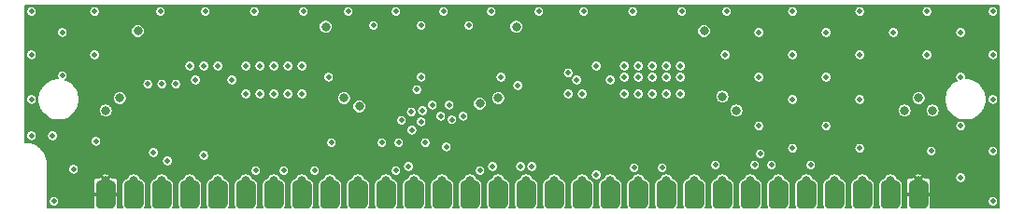
<source format=gbl>
G04 #@! TF.GenerationSoftware,KiCad,Pcbnew,(5.1.5-0-10_14)*
G04 #@! TF.CreationDate,2020-05-15T18:10:59-04:00*
G04 #@! TF.ProjectId,simm-30-4mb,73696d6d-2d33-4302-9d34-6d622e6b6963,rev?*
G04 #@! TF.SameCoordinates,Original*
G04 #@! TF.FileFunction,Copper,L4,Bot*
G04 #@! TF.FilePolarity,Positive*
%FSLAX46Y46*%
G04 Gerber Fmt 4.6, Leading zero omitted, Abs format (unit mm)*
G04 Created by KiCad (PCBNEW (5.1.5-0-10_14)) date 2020-05-15 18:10:59*
%MOMM*%
%LPD*%
G04 APERTURE LIST*
%ADD10C,0.100000*%
%ADD11C,0.800000*%
%ADD12C,0.508000*%
%ADD13C,1.000000*%
%ADD14C,0.152400*%
G04 APERTURE END LIST*
G04 #@! TA.AperFunction,SMDPad,CuDef*
D10*
G36*
X84308069Y-98808140D02*
G01*
X84351218Y-98814541D01*
X84393532Y-98825140D01*
X84434603Y-98839836D01*
X84474036Y-98858486D01*
X84511451Y-98880912D01*
X84546488Y-98906897D01*
X84578809Y-98936191D01*
X84608103Y-98968512D01*
X84634088Y-99003549D01*
X84656514Y-99040964D01*
X84675164Y-99080397D01*
X84689860Y-99121468D01*
X84700459Y-99163782D01*
X84706860Y-99206931D01*
X84709000Y-99250500D01*
X84709000Y-100901500D01*
X84706860Y-100945069D01*
X84700459Y-100988218D01*
X84689860Y-101030532D01*
X84675164Y-101071603D01*
X84656514Y-101111036D01*
X84634088Y-101148451D01*
X84608103Y-101183488D01*
X84578809Y-101215809D01*
X84546488Y-101245103D01*
X84511451Y-101271088D01*
X84474036Y-101293514D01*
X84434603Y-101312164D01*
X84393532Y-101326860D01*
X84351218Y-101337459D01*
X84308069Y-101343860D01*
X84264500Y-101346000D01*
X83375500Y-101346000D01*
X83331931Y-101343860D01*
X83288782Y-101337459D01*
X83246468Y-101326860D01*
X83205397Y-101312164D01*
X83165964Y-101293514D01*
X83128549Y-101271088D01*
X83093512Y-101245103D01*
X83061191Y-101215809D01*
X83031897Y-101183488D01*
X83005912Y-101148451D01*
X82983486Y-101111036D01*
X82964836Y-101071603D01*
X82950140Y-101030532D01*
X82939541Y-100988218D01*
X82933140Y-100945069D01*
X82931000Y-100901500D01*
X82931000Y-99250500D01*
X82933140Y-99206931D01*
X82939541Y-99163782D01*
X82950140Y-99121468D01*
X82964836Y-99080397D01*
X82983486Y-99040964D01*
X83005912Y-99003549D01*
X83031897Y-98968512D01*
X83061191Y-98936191D01*
X83093512Y-98906897D01*
X83128549Y-98880912D01*
X83165964Y-98858486D01*
X83205397Y-98839836D01*
X83246468Y-98825140D01*
X83288782Y-98814541D01*
X83331931Y-98808140D01*
X83375500Y-98806000D01*
X84264500Y-98806000D01*
X84308069Y-98808140D01*
G37*
G04 #@! TD.AperFunction*
G04 #@! TA.AperFunction,SMDPad,CuDef*
G36*
X86848069Y-98808140D02*
G01*
X86891218Y-98814541D01*
X86933532Y-98825140D01*
X86974603Y-98839836D01*
X87014036Y-98858486D01*
X87051451Y-98880912D01*
X87086488Y-98906897D01*
X87118809Y-98936191D01*
X87148103Y-98968512D01*
X87174088Y-99003549D01*
X87196514Y-99040964D01*
X87215164Y-99080397D01*
X87229860Y-99121468D01*
X87240459Y-99163782D01*
X87246860Y-99206931D01*
X87249000Y-99250500D01*
X87249000Y-100901500D01*
X87246860Y-100945069D01*
X87240459Y-100988218D01*
X87229860Y-101030532D01*
X87215164Y-101071603D01*
X87196514Y-101111036D01*
X87174088Y-101148451D01*
X87148103Y-101183488D01*
X87118809Y-101215809D01*
X87086488Y-101245103D01*
X87051451Y-101271088D01*
X87014036Y-101293514D01*
X86974603Y-101312164D01*
X86933532Y-101326860D01*
X86891218Y-101337459D01*
X86848069Y-101343860D01*
X86804500Y-101346000D01*
X85915500Y-101346000D01*
X85871931Y-101343860D01*
X85828782Y-101337459D01*
X85786468Y-101326860D01*
X85745397Y-101312164D01*
X85705964Y-101293514D01*
X85668549Y-101271088D01*
X85633512Y-101245103D01*
X85601191Y-101215809D01*
X85571897Y-101183488D01*
X85545912Y-101148451D01*
X85523486Y-101111036D01*
X85504836Y-101071603D01*
X85490140Y-101030532D01*
X85479541Y-100988218D01*
X85473140Y-100945069D01*
X85471000Y-100901500D01*
X85471000Y-99250500D01*
X85473140Y-99206931D01*
X85479541Y-99163782D01*
X85490140Y-99121468D01*
X85504836Y-99080397D01*
X85523486Y-99040964D01*
X85545912Y-99003549D01*
X85571897Y-98968512D01*
X85601191Y-98936191D01*
X85633512Y-98906897D01*
X85668549Y-98880912D01*
X85705964Y-98858486D01*
X85745397Y-98839836D01*
X85786468Y-98825140D01*
X85828782Y-98814541D01*
X85871931Y-98808140D01*
X85915500Y-98806000D01*
X86804500Y-98806000D01*
X86848069Y-98808140D01*
G37*
G04 #@! TD.AperFunction*
G04 #@! TA.AperFunction,SMDPad,CuDef*
G36*
X89388069Y-98808140D02*
G01*
X89431218Y-98814541D01*
X89473532Y-98825140D01*
X89514603Y-98839836D01*
X89554036Y-98858486D01*
X89591451Y-98880912D01*
X89626488Y-98906897D01*
X89658809Y-98936191D01*
X89688103Y-98968512D01*
X89714088Y-99003549D01*
X89736514Y-99040964D01*
X89755164Y-99080397D01*
X89769860Y-99121468D01*
X89780459Y-99163782D01*
X89786860Y-99206931D01*
X89789000Y-99250500D01*
X89789000Y-100901500D01*
X89786860Y-100945069D01*
X89780459Y-100988218D01*
X89769860Y-101030532D01*
X89755164Y-101071603D01*
X89736514Y-101111036D01*
X89714088Y-101148451D01*
X89688103Y-101183488D01*
X89658809Y-101215809D01*
X89626488Y-101245103D01*
X89591451Y-101271088D01*
X89554036Y-101293514D01*
X89514603Y-101312164D01*
X89473532Y-101326860D01*
X89431218Y-101337459D01*
X89388069Y-101343860D01*
X89344500Y-101346000D01*
X88455500Y-101346000D01*
X88411931Y-101343860D01*
X88368782Y-101337459D01*
X88326468Y-101326860D01*
X88285397Y-101312164D01*
X88245964Y-101293514D01*
X88208549Y-101271088D01*
X88173512Y-101245103D01*
X88141191Y-101215809D01*
X88111897Y-101183488D01*
X88085912Y-101148451D01*
X88063486Y-101111036D01*
X88044836Y-101071603D01*
X88030140Y-101030532D01*
X88019541Y-100988218D01*
X88013140Y-100945069D01*
X88011000Y-100901500D01*
X88011000Y-99250500D01*
X88013140Y-99206931D01*
X88019541Y-99163782D01*
X88030140Y-99121468D01*
X88044836Y-99080397D01*
X88063486Y-99040964D01*
X88085912Y-99003549D01*
X88111897Y-98968512D01*
X88141191Y-98936191D01*
X88173512Y-98906897D01*
X88208549Y-98880912D01*
X88245964Y-98858486D01*
X88285397Y-98839836D01*
X88326468Y-98825140D01*
X88368782Y-98814541D01*
X88411931Y-98808140D01*
X88455500Y-98806000D01*
X89344500Y-98806000D01*
X89388069Y-98808140D01*
G37*
G04 #@! TD.AperFunction*
G04 #@! TA.AperFunction,SMDPad,CuDef*
G36*
X91928069Y-98808140D02*
G01*
X91971218Y-98814541D01*
X92013532Y-98825140D01*
X92054603Y-98839836D01*
X92094036Y-98858486D01*
X92131451Y-98880912D01*
X92166488Y-98906897D01*
X92198809Y-98936191D01*
X92228103Y-98968512D01*
X92254088Y-99003549D01*
X92276514Y-99040964D01*
X92295164Y-99080397D01*
X92309860Y-99121468D01*
X92320459Y-99163782D01*
X92326860Y-99206931D01*
X92329000Y-99250500D01*
X92329000Y-100901500D01*
X92326860Y-100945069D01*
X92320459Y-100988218D01*
X92309860Y-101030532D01*
X92295164Y-101071603D01*
X92276514Y-101111036D01*
X92254088Y-101148451D01*
X92228103Y-101183488D01*
X92198809Y-101215809D01*
X92166488Y-101245103D01*
X92131451Y-101271088D01*
X92094036Y-101293514D01*
X92054603Y-101312164D01*
X92013532Y-101326860D01*
X91971218Y-101337459D01*
X91928069Y-101343860D01*
X91884500Y-101346000D01*
X90995500Y-101346000D01*
X90951931Y-101343860D01*
X90908782Y-101337459D01*
X90866468Y-101326860D01*
X90825397Y-101312164D01*
X90785964Y-101293514D01*
X90748549Y-101271088D01*
X90713512Y-101245103D01*
X90681191Y-101215809D01*
X90651897Y-101183488D01*
X90625912Y-101148451D01*
X90603486Y-101111036D01*
X90584836Y-101071603D01*
X90570140Y-101030532D01*
X90559541Y-100988218D01*
X90553140Y-100945069D01*
X90551000Y-100901500D01*
X90551000Y-99250500D01*
X90553140Y-99206931D01*
X90559541Y-99163782D01*
X90570140Y-99121468D01*
X90584836Y-99080397D01*
X90603486Y-99040964D01*
X90625912Y-99003549D01*
X90651897Y-98968512D01*
X90681191Y-98936191D01*
X90713512Y-98906897D01*
X90748549Y-98880912D01*
X90785964Y-98858486D01*
X90825397Y-98839836D01*
X90866468Y-98825140D01*
X90908782Y-98814541D01*
X90951931Y-98808140D01*
X90995500Y-98806000D01*
X91884500Y-98806000D01*
X91928069Y-98808140D01*
G37*
G04 #@! TD.AperFunction*
G04 #@! TA.AperFunction,SMDPad,CuDef*
G36*
X94468069Y-98808140D02*
G01*
X94511218Y-98814541D01*
X94553532Y-98825140D01*
X94594603Y-98839836D01*
X94634036Y-98858486D01*
X94671451Y-98880912D01*
X94706488Y-98906897D01*
X94738809Y-98936191D01*
X94768103Y-98968512D01*
X94794088Y-99003549D01*
X94816514Y-99040964D01*
X94835164Y-99080397D01*
X94849860Y-99121468D01*
X94860459Y-99163782D01*
X94866860Y-99206931D01*
X94869000Y-99250500D01*
X94869000Y-100901500D01*
X94866860Y-100945069D01*
X94860459Y-100988218D01*
X94849860Y-101030532D01*
X94835164Y-101071603D01*
X94816514Y-101111036D01*
X94794088Y-101148451D01*
X94768103Y-101183488D01*
X94738809Y-101215809D01*
X94706488Y-101245103D01*
X94671451Y-101271088D01*
X94634036Y-101293514D01*
X94594603Y-101312164D01*
X94553532Y-101326860D01*
X94511218Y-101337459D01*
X94468069Y-101343860D01*
X94424500Y-101346000D01*
X93535500Y-101346000D01*
X93491931Y-101343860D01*
X93448782Y-101337459D01*
X93406468Y-101326860D01*
X93365397Y-101312164D01*
X93325964Y-101293514D01*
X93288549Y-101271088D01*
X93253512Y-101245103D01*
X93221191Y-101215809D01*
X93191897Y-101183488D01*
X93165912Y-101148451D01*
X93143486Y-101111036D01*
X93124836Y-101071603D01*
X93110140Y-101030532D01*
X93099541Y-100988218D01*
X93093140Y-100945069D01*
X93091000Y-100901500D01*
X93091000Y-99250500D01*
X93093140Y-99206931D01*
X93099541Y-99163782D01*
X93110140Y-99121468D01*
X93124836Y-99080397D01*
X93143486Y-99040964D01*
X93165912Y-99003549D01*
X93191897Y-98968512D01*
X93221191Y-98936191D01*
X93253512Y-98906897D01*
X93288549Y-98880912D01*
X93325964Y-98858486D01*
X93365397Y-98839836D01*
X93406468Y-98825140D01*
X93448782Y-98814541D01*
X93491931Y-98808140D01*
X93535500Y-98806000D01*
X94424500Y-98806000D01*
X94468069Y-98808140D01*
G37*
G04 #@! TD.AperFunction*
G04 #@! TA.AperFunction,SMDPad,CuDef*
G36*
X97008069Y-98808140D02*
G01*
X97051218Y-98814541D01*
X97093532Y-98825140D01*
X97134603Y-98839836D01*
X97174036Y-98858486D01*
X97211451Y-98880912D01*
X97246488Y-98906897D01*
X97278809Y-98936191D01*
X97308103Y-98968512D01*
X97334088Y-99003549D01*
X97356514Y-99040964D01*
X97375164Y-99080397D01*
X97389860Y-99121468D01*
X97400459Y-99163782D01*
X97406860Y-99206931D01*
X97409000Y-99250500D01*
X97409000Y-100901500D01*
X97406860Y-100945069D01*
X97400459Y-100988218D01*
X97389860Y-101030532D01*
X97375164Y-101071603D01*
X97356514Y-101111036D01*
X97334088Y-101148451D01*
X97308103Y-101183488D01*
X97278809Y-101215809D01*
X97246488Y-101245103D01*
X97211451Y-101271088D01*
X97174036Y-101293514D01*
X97134603Y-101312164D01*
X97093532Y-101326860D01*
X97051218Y-101337459D01*
X97008069Y-101343860D01*
X96964500Y-101346000D01*
X96075500Y-101346000D01*
X96031931Y-101343860D01*
X95988782Y-101337459D01*
X95946468Y-101326860D01*
X95905397Y-101312164D01*
X95865964Y-101293514D01*
X95828549Y-101271088D01*
X95793512Y-101245103D01*
X95761191Y-101215809D01*
X95731897Y-101183488D01*
X95705912Y-101148451D01*
X95683486Y-101111036D01*
X95664836Y-101071603D01*
X95650140Y-101030532D01*
X95639541Y-100988218D01*
X95633140Y-100945069D01*
X95631000Y-100901500D01*
X95631000Y-99250500D01*
X95633140Y-99206931D01*
X95639541Y-99163782D01*
X95650140Y-99121468D01*
X95664836Y-99080397D01*
X95683486Y-99040964D01*
X95705912Y-99003549D01*
X95731897Y-98968512D01*
X95761191Y-98936191D01*
X95793512Y-98906897D01*
X95828549Y-98880912D01*
X95865964Y-98858486D01*
X95905397Y-98839836D01*
X95946468Y-98825140D01*
X95988782Y-98814541D01*
X96031931Y-98808140D01*
X96075500Y-98806000D01*
X96964500Y-98806000D01*
X97008069Y-98808140D01*
G37*
G04 #@! TD.AperFunction*
G04 #@! TA.AperFunction,SMDPad,CuDef*
G36*
X99548069Y-98808140D02*
G01*
X99591218Y-98814541D01*
X99633532Y-98825140D01*
X99674603Y-98839836D01*
X99714036Y-98858486D01*
X99751451Y-98880912D01*
X99786488Y-98906897D01*
X99818809Y-98936191D01*
X99848103Y-98968512D01*
X99874088Y-99003549D01*
X99896514Y-99040964D01*
X99915164Y-99080397D01*
X99929860Y-99121468D01*
X99940459Y-99163782D01*
X99946860Y-99206931D01*
X99949000Y-99250500D01*
X99949000Y-100901500D01*
X99946860Y-100945069D01*
X99940459Y-100988218D01*
X99929860Y-101030532D01*
X99915164Y-101071603D01*
X99896514Y-101111036D01*
X99874088Y-101148451D01*
X99848103Y-101183488D01*
X99818809Y-101215809D01*
X99786488Y-101245103D01*
X99751451Y-101271088D01*
X99714036Y-101293514D01*
X99674603Y-101312164D01*
X99633532Y-101326860D01*
X99591218Y-101337459D01*
X99548069Y-101343860D01*
X99504500Y-101346000D01*
X98615500Y-101346000D01*
X98571931Y-101343860D01*
X98528782Y-101337459D01*
X98486468Y-101326860D01*
X98445397Y-101312164D01*
X98405964Y-101293514D01*
X98368549Y-101271088D01*
X98333512Y-101245103D01*
X98301191Y-101215809D01*
X98271897Y-101183488D01*
X98245912Y-101148451D01*
X98223486Y-101111036D01*
X98204836Y-101071603D01*
X98190140Y-101030532D01*
X98179541Y-100988218D01*
X98173140Y-100945069D01*
X98171000Y-100901500D01*
X98171000Y-99250500D01*
X98173140Y-99206931D01*
X98179541Y-99163782D01*
X98190140Y-99121468D01*
X98204836Y-99080397D01*
X98223486Y-99040964D01*
X98245912Y-99003549D01*
X98271897Y-98968512D01*
X98301191Y-98936191D01*
X98333512Y-98906897D01*
X98368549Y-98880912D01*
X98405964Y-98858486D01*
X98445397Y-98839836D01*
X98486468Y-98825140D01*
X98528782Y-98814541D01*
X98571931Y-98808140D01*
X98615500Y-98806000D01*
X99504500Y-98806000D01*
X99548069Y-98808140D01*
G37*
G04 #@! TD.AperFunction*
G04 #@! TA.AperFunction,SMDPad,CuDef*
G36*
X102088069Y-98808140D02*
G01*
X102131218Y-98814541D01*
X102173532Y-98825140D01*
X102214603Y-98839836D01*
X102254036Y-98858486D01*
X102291451Y-98880912D01*
X102326488Y-98906897D01*
X102358809Y-98936191D01*
X102388103Y-98968512D01*
X102414088Y-99003549D01*
X102436514Y-99040964D01*
X102455164Y-99080397D01*
X102469860Y-99121468D01*
X102480459Y-99163782D01*
X102486860Y-99206931D01*
X102489000Y-99250500D01*
X102489000Y-100901500D01*
X102486860Y-100945069D01*
X102480459Y-100988218D01*
X102469860Y-101030532D01*
X102455164Y-101071603D01*
X102436514Y-101111036D01*
X102414088Y-101148451D01*
X102388103Y-101183488D01*
X102358809Y-101215809D01*
X102326488Y-101245103D01*
X102291451Y-101271088D01*
X102254036Y-101293514D01*
X102214603Y-101312164D01*
X102173532Y-101326860D01*
X102131218Y-101337459D01*
X102088069Y-101343860D01*
X102044500Y-101346000D01*
X101155500Y-101346000D01*
X101111931Y-101343860D01*
X101068782Y-101337459D01*
X101026468Y-101326860D01*
X100985397Y-101312164D01*
X100945964Y-101293514D01*
X100908549Y-101271088D01*
X100873512Y-101245103D01*
X100841191Y-101215809D01*
X100811897Y-101183488D01*
X100785912Y-101148451D01*
X100763486Y-101111036D01*
X100744836Y-101071603D01*
X100730140Y-101030532D01*
X100719541Y-100988218D01*
X100713140Y-100945069D01*
X100711000Y-100901500D01*
X100711000Y-99250500D01*
X100713140Y-99206931D01*
X100719541Y-99163782D01*
X100730140Y-99121468D01*
X100744836Y-99080397D01*
X100763486Y-99040964D01*
X100785912Y-99003549D01*
X100811897Y-98968512D01*
X100841191Y-98936191D01*
X100873512Y-98906897D01*
X100908549Y-98880912D01*
X100945964Y-98858486D01*
X100985397Y-98839836D01*
X101026468Y-98825140D01*
X101068782Y-98814541D01*
X101111931Y-98808140D01*
X101155500Y-98806000D01*
X102044500Y-98806000D01*
X102088069Y-98808140D01*
G37*
G04 #@! TD.AperFunction*
G04 #@! TA.AperFunction,SMDPad,CuDef*
G36*
X104628069Y-98808140D02*
G01*
X104671218Y-98814541D01*
X104713532Y-98825140D01*
X104754603Y-98839836D01*
X104794036Y-98858486D01*
X104831451Y-98880912D01*
X104866488Y-98906897D01*
X104898809Y-98936191D01*
X104928103Y-98968512D01*
X104954088Y-99003549D01*
X104976514Y-99040964D01*
X104995164Y-99080397D01*
X105009860Y-99121468D01*
X105020459Y-99163782D01*
X105026860Y-99206931D01*
X105029000Y-99250500D01*
X105029000Y-100901500D01*
X105026860Y-100945069D01*
X105020459Y-100988218D01*
X105009860Y-101030532D01*
X104995164Y-101071603D01*
X104976514Y-101111036D01*
X104954088Y-101148451D01*
X104928103Y-101183488D01*
X104898809Y-101215809D01*
X104866488Y-101245103D01*
X104831451Y-101271088D01*
X104794036Y-101293514D01*
X104754603Y-101312164D01*
X104713532Y-101326860D01*
X104671218Y-101337459D01*
X104628069Y-101343860D01*
X104584500Y-101346000D01*
X103695500Y-101346000D01*
X103651931Y-101343860D01*
X103608782Y-101337459D01*
X103566468Y-101326860D01*
X103525397Y-101312164D01*
X103485964Y-101293514D01*
X103448549Y-101271088D01*
X103413512Y-101245103D01*
X103381191Y-101215809D01*
X103351897Y-101183488D01*
X103325912Y-101148451D01*
X103303486Y-101111036D01*
X103284836Y-101071603D01*
X103270140Y-101030532D01*
X103259541Y-100988218D01*
X103253140Y-100945069D01*
X103251000Y-100901500D01*
X103251000Y-99250500D01*
X103253140Y-99206931D01*
X103259541Y-99163782D01*
X103270140Y-99121468D01*
X103284836Y-99080397D01*
X103303486Y-99040964D01*
X103325912Y-99003549D01*
X103351897Y-98968512D01*
X103381191Y-98936191D01*
X103413512Y-98906897D01*
X103448549Y-98880912D01*
X103485964Y-98858486D01*
X103525397Y-98839836D01*
X103566468Y-98825140D01*
X103608782Y-98814541D01*
X103651931Y-98808140D01*
X103695500Y-98806000D01*
X104584500Y-98806000D01*
X104628069Y-98808140D01*
G37*
G04 #@! TD.AperFunction*
G04 #@! TA.AperFunction,SMDPad,CuDef*
G36*
X107168069Y-98808140D02*
G01*
X107211218Y-98814541D01*
X107253532Y-98825140D01*
X107294603Y-98839836D01*
X107334036Y-98858486D01*
X107371451Y-98880912D01*
X107406488Y-98906897D01*
X107438809Y-98936191D01*
X107468103Y-98968512D01*
X107494088Y-99003549D01*
X107516514Y-99040964D01*
X107535164Y-99080397D01*
X107549860Y-99121468D01*
X107560459Y-99163782D01*
X107566860Y-99206931D01*
X107569000Y-99250500D01*
X107569000Y-100901500D01*
X107566860Y-100945069D01*
X107560459Y-100988218D01*
X107549860Y-101030532D01*
X107535164Y-101071603D01*
X107516514Y-101111036D01*
X107494088Y-101148451D01*
X107468103Y-101183488D01*
X107438809Y-101215809D01*
X107406488Y-101245103D01*
X107371451Y-101271088D01*
X107334036Y-101293514D01*
X107294603Y-101312164D01*
X107253532Y-101326860D01*
X107211218Y-101337459D01*
X107168069Y-101343860D01*
X107124500Y-101346000D01*
X106235500Y-101346000D01*
X106191931Y-101343860D01*
X106148782Y-101337459D01*
X106106468Y-101326860D01*
X106065397Y-101312164D01*
X106025964Y-101293514D01*
X105988549Y-101271088D01*
X105953512Y-101245103D01*
X105921191Y-101215809D01*
X105891897Y-101183488D01*
X105865912Y-101148451D01*
X105843486Y-101111036D01*
X105824836Y-101071603D01*
X105810140Y-101030532D01*
X105799541Y-100988218D01*
X105793140Y-100945069D01*
X105791000Y-100901500D01*
X105791000Y-99250500D01*
X105793140Y-99206931D01*
X105799541Y-99163782D01*
X105810140Y-99121468D01*
X105824836Y-99080397D01*
X105843486Y-99040964D01*
X105865912Y-99003549D01*
X105891897Y-98968512D01*
X105921191Y-98936191D01*
X105953512Y-98906897D01*
X105988549Y-98880912D01*
X106025964Y-98858486D01*
X106065397Y-98839836D01*
X106106468Y-98825140D01*
X106148782Y-98814541D01*
X106191931Y-98808140D01*
X106235500Y-98806000D01*
X107124500Y-98806000D01*
X107168069Y-98808140D01*
G37*
G04 #@! TD.AperFunction*
G04 #@! TA.AperFunction,SMDPad,CuDef*
G36*
X109708069Y-98808140D02*
G01*
X109751218Y-98814541D01*
X109793532Y-98825140D01*
X109834603Y-98839836D01*
X109874036Y-98858486D01*
X109911451Y-98880912D01*
X109946488Y-98906897D01*
X109978809Y-98936191D01*
X110008103Y-98968512D01*
X110034088Y-99003549D01*
X110056514Y-99040964D01*
X110075164Y-99080397D01*
X110089860Y-99121468D01*
X110100459Y-99163782D01*
X110106860Y-99206931D01*
X110109000Y-99250500D01*
X110109000Y-100901500D01*
X110106860Y-100945069D01*
X110100459Y-100988218D01*
X110089860Y-101030532D01*
X110075164Y-101071603D01*
X110056514Y-101111036D01*
X110034088Y-101148451D01*
X110008103Y-101183488D01*
X109978809Y-101215809D01*
X109946488Y-101245103D01*
X109911451Y-101271088D01*
X109874036Y-101293514D01*
X109834603Y-101312164D01*
X109793532Y-101326860D01*
X109751218Y-101337459D01*
X109708069Y-101343860D01*
X109664500Y-101346000D01*
X108775500Y-101346000D01*
X108731931Y-101343860D01*
X108688782Y-101337459D01*
X108646468Y-101326860D01*
X108605397Y-101312164D01*
X108565964Y-101293514D01*
X108528549Y-101271088D01*
X108493512Y-101245103D01*
X108461191Y-101215809D01*
X108431897Y-101183488D01*
X108405912Y-101148451D01*
X108383486Y-101111036D01*
X108364836Y-101071603D01*
X108350140Y-101030532D01*
X108339541Y-100988218D01*
X108333140Y-100945069D01*
X108331000Y-100901500D01*
X108331000Y-99250500D01*
X108333140Y-99206931D01*
X108339541Y-99163782D01*
X108350140Y-99121468D01*
X108364836Y-99080397D01*
X108383486Y-99040964D01*
X108405912Y-99003549D01*
X108431897Y-98968512D01*
X108461191Y-98936191D01*
X108493512Y-98906897D01*
X108528549Y-98880912D01*
X108565964Y-98858486D01*
X108605397Y-98839836D01*
X108646468Y-98825140D01*
X108688782Y-98814541D01*
X108731931Y-98808140D01*
X108775500Y-98806000D01*
X109664500Y-98806000D01*
X109708069Y-98808140D01*
G37*
G04 #@! TD.AperFunction*
G04 #@! TA.AperFunction,SMDPad,CuDef*
G36*
X112248069Y-98808140D02*
G01*
X112291218Y-98814541D01*
X112333532Y-98825140D01*
X112374603Y-98839836D01*
X112414036Y-98858486D01*
X112451451Y-98880912D01*
X112486488Y-98906897D01*
X112518809Y-98936191D01*
X112548103Y-98968512D01*
X112574088Y-99003549D01*
X112596514Y-99040964D01*
X112615164Y-99080397D01*
X112629860Y-99121468D01*
X112640459Y-99163782D01*
X112646860Y-99206931D01*
X112649000Y-99250500D01*
X112649000Y-100901500D01*
X112646860Y-100945069D01*
X112640459Y-100988218D01*
X112629860Y-101030532D01*
X112615164Y-101071603D01*
X112596514Y-101111036D01*
X112574088Y-101148451D01*
X112548103Y-101183488D01*
X112518809Y-101215809D01*
X112486488Y-101245103D01*
X112451451Y-101271088D01*
X112414036Y-101293514D01*
X112374603Y-101312164D01*
X112333532Y-101326860D01*
X112291218Y-101337459D01*
X112248069Y-101343860D01*
X112204500Y-101346000D01*
X111315500Y-101346000D01*
X111271931Y-101343860D01*
X111228782Y-101337459D01*
X111186468Y-101326860D01*
X111145397Y-101312164D01*
X111105964Y-101293514D01*
X111068549Y-101271088D01*
X111033512Y-101245103D01*
X111001191Y-101215809D01*
X110971897Y-101183488D01*
X110945912Y-101148451D01*
X110923486Y-101111036D01*
X110904836Y-101071603D01*
X110890140Y-101030532D01*
X110879541Y-100988218D01*
X110873140Y-100945069D01*
X110871000Y-100901500D01*
X110871000Y-99250500D01*
X110873140Y-99206931D01*
X110879541Y-99163782D01*
X110890140Y-99121468D01*
X110904836Y-99080397D01*
X110923486Y-99040964D01*
X110945912Y-99003549D01*
X110971897Y-98968512D01*
X111001191Y-98936191D01*
X111033512Y-98906897D01*
X111068549Y-98880912D01*
X111105964Y-98858486D01*
X111145397Y-98839836D01*
X111186468Y-98825140D01*
X111228782Y-98814541D01*
X111271931Y-98808140D01*
X111315500Y-98806000D01*
X112204500Y-98806000D01*
X112248069Y-98808140D01*
G37*
G04 #@! TD.AperFunction*
G04 #@! TA.AperFunction,SMDPad,CuDef*
G36*
X114788069Y-98808140D02*
G01*
X114831218Y-98814541D01*
X114873532Y-98825140D01*
X114914603Y-98839836D01*
X114954036Y-98858486D01*
X114991451Y-98880912D01*
X115026488Y-98906897D01*
X115058809Y-98936191D01*
X115088103Y-98968512D01*
X115114088Y-99003549D01*
X115136514Y-99040964D01*
X115155164Y-99080397D01*
X115169860Y-99121468D01*
X115180459Y-99163782D01*
X115186860Y-99206931D01*
X115189000Y-99250500D01*
X115189000Y-100901500D01*
X115186860Y-100945069D01*
X115180459Y-100988218D01*
X115169860Y-101030532D01*
X115155164Y-101071603D01*
X115136514Y-101111036D01*
X115114088Y-101148451D01*
X115088103Y-101183488D01*
X115058809Y-101215809D01*
X115026488Y-101245103D01*
X114991451Y-101271088D01*
X114954036Y-101293514D01*
X114914603Y-101312164D01*
X114873532Y-101326860D01*
X114831218Y-101337459D01*
X114788069Y-101343860D01*
X114744500Y-101346000D01*
X113855500Y-101346000D01*
X113811931Y-101343860D01*
X113768782Y-101337459D01*
X113726468Y-101326860D01*
X113685397Y-101312164D01*
X113645964Y-101293514D01*
X113608549Y-101271088D01*
X113573512Y-101245103D01*
X113541191Y-101215809D01*
X113511897Y-101183488D01*
X113485912Y-101148451D01*
X113463486Y-101111036D01*
X113444836Y-101071603D01*
X113430140Y-101030532D01*
X113419541Y-100988218D01*
X113413140Y-100945069D01*
X113411000Y-100901500D01*
X113411000Y-99250500D01*
X113413140Y-99206931D01*
X113419541Y-99163782D01*
X113430140Y-99121468D01*
X113444836Y-99080397D01*
X113463486Y-99040964D01*
X113485912Y-99003549D01*
X113511897Y-98968512D01*
X113541191Y-98936191D01*
X113573512Y-98906897D01*
X113608549Y-98880912D01*
X113645964Y-98858486D01*
X113685397Y-98839836D01*
X113726468Y-98825140D01*
X113768782Y-98814541D01*
X113811931Y-98808140D01*
X113855500Y-98806000D01*
X114744500Y-98806000D01*
X114788069Y-98808140D01*
G37*
G04 #@! TD.AperFunction*
G04 #@! TA.AperFunction,SMDPad,CuDef*
G36*
X117328069Y-98808140D02*
G01*
X117371218Y-98814541D01*
X117413532Y-98825140D01*
X117454603Y-98839836D01*
X117494036Y-98858486D01*
X117531451Y-98880912D01*
X117566488Y-98906897D01*
X117598809Y-98936191D01*
X117628103Y-98968512D01*
X117654088Y-99003549D01*
X117676514Y-99040964D01*
X117695164Y-99080397D01*
X117709860Y-99121468D01*
X117720459Y-99163782D01*
X117726860Y-99206931D01*
X117729000Y-99250500D01*
X117729000Y-100901500D01*
X117726860Y-100945069D01*
X117720459Y-100988218D01*
X117709860Y-101030532D01*
X117695164Y-101071603D01*
X117676514Y-101111036D01*
X117654088Y-101148451D01*
X117628103Y-101183488D01*
X117598809Y-101215809D01*
X117566488Y-101245103D01*
X117531451Y-101271088D01*
X117494036Y-101293514D01*
X117454603Y-101312164D01*
X117413532Y-101326860D01*
X117371218Y-101337459D01*
X117328069Y-101343860D01*
X117284500Y-101346000D01*
X116395500Y-101346000D01*
X116351931Y-101343860D01*
X116308782Y-101337459D01*
X116266468Y-101326860D01*
X116225397Y-101312164D01*
X116185964Y-101293514D01*
X116148549Y-101271088D01*
X116113512Y-101245103D01*
X116081191Y-101215809D01*
X116051897Y-101183488D01*
X116025912Y-101148451D01*
X116003486Y-101111036D01*
X115984836Y-101071603D01*
X115970140Y-101030532D01*
X115959541Y-100988218D01*
X115953140Y-100945069D01*
X115951000Y-100901500D01*
X115951000Y-99250500D01*
X115953140Y-99206931D01*
X115959541Y-99163782D01*
X115970140Y-99121468D01*
X115984836Y-99080397D01*
X116003486Y-99040964D01*
X116025912Y-99003549D01*
X116051897Y-98968512D01*
X116081191Y-98936191D01*
X116113512Y-98906897D01*
X116148549Y-98880912D01*
X116185964Y-98858486D01*
X116225397Y-98839836D01*
X116266468Y-98825140D01*
X116308782Y-98814541D01*
X116351931Y-98808140D01*
X116395500Y-98806000D01*
X117284500Y-98806000D01*
X117328069Y-98808140D01*
G37*
G04 #@! TD.AperFunction*
G04 #@! TA.AperFunction,SMDPad,CuDef*
G36*
X119868069Y-98808140D02*
G01*
X119911218Y-98814541D01*
X119953532Y-98825140D01*
X119994603Y-98839836D01*
X120034036Y-98858486D01*
X120071451Y-98880912D01*
X120106488Y-98906897D01*
X120138809Y-98936191D01*
X120168103Y-98968512D01*
X120194088Y-99003549D01*
X120216514Y-99040964D01*
X120235164Y-99080397D01*
X120249860Y-99121468D01*
X120260459Y-99163782D01*
X120266860Y-99206931D01*
X120269000Y-99250500D01*
X120269000Y-100901500D01*
X120266860Y-100945069D01*
X120260459Y-100988218D01*
X120249860Y-101030532D01*
X120235164Y-101071603D01*
X120216514Y-101111036D01*
X120194088Y-101148451D01*
X120168103Y-101183488D01*
X120138809Y-101215809D01*
X120106488Y-101245103D01*
X120071451Y-101271088D01*
X120034036Y-101293514D01*
X119994603Y-101312164D01*
X119953532Y-101326860D01*
X119911218Y-101337459D01*
X119868069Y-101343860D01*
X119824500Y-101346000D01*
X118935500Y-101346000D01*
X118891931Y-101343860D01*
X118848782Y-101337459D01*
X118806468Y-101326860D01*
X118765397Y-101312164D01*
X118725964Y-101293514D01*
X118688549Y-101271088D01*
X118653512Y-101245103D01*
X118621191Y-101215809D01*
X118591897Y-101183488D01*
X118565912Y-101148451D01*
X118543486Y-101111036D01*
X118524836Y-101071603D01*
X118510140Y-101030532D01*
X118499541Y-100988218D01*
X118493140Y-100945069D01*
X118491000Y-100901500D01*
X118491000Y-99250500D01*
X118493140Y-99206931D01*
X118499541Y-99163782D01*
X118510140Y-99121468D01*
X118524836Y-99080397D01*
X118543486Y-99040964D01*
X118565912Y-99003549D01*
X118591897Y-98968512D01*
X118621191Y-98936191D01*
X118653512Y-98906897D01*
X118688549Y-98880912D01*
X118725964Y-98858486D01*
X118765397Y-98839836D01*
X118806468Y-98825140D01*
X118848782Y-98814541D01*
X118891931Y-98808140D01*
X118935500Y-98806000D01*
X119824500Y-98806000D01*
X119868069Y-98808140D01*
G37*
G04 #@! TD.AperFunction*
G04 #@! TA.AperFunction,SMDPad,CuDef*
G36*
X122408069Y-98808140D02*
G01*
X122451218Y-98814541D01*
X122493532Y-98825140D01*
X122534603Y-98839836D01*
X122574036Y-98858486D01*
X122611451Y-98880912D01*
X122646488Y-98906897D01*
X122678809Y-98936191D01*
X122708103Y-98968512D01*
X122734088Y-99003549D01*
X122756514Y-99040964D01*
X122775164Y-99080397D01*
X122789860Y-99121468D01*
X122800459Y-99163782D01*
X122806860Y-99206931D01*
X122809000Y-99250500D01*
X122809000Y-100901500D01*
X122806860Y-100945069D01*
X122800459Y-100988218D01*
X122789860Y-101030532D01*
X122775164Y-101071603D01*
X122756514Y-101111036D01*
X122734088Y-101148451D01*
X122708103Y-101183488D01*
X122678809Y-101215809D01*
X122646488Y-101245103D01*
X122611451Y-101271088D01*
X122574036Y-101293514D01*
X122534603Y-101312164D01*
X122493532Y-101326860D01*
X122451218Y-101337459D01*
X122408069Y-101343860D01*
X122364500Y-101346000D01*
X121475500Y-101346000D01*
X121431931Y-101343860D01*
X121388782Y-101337459D01*
X121346468Y-101326860D01*
X121305397Y-101312164D01*
X121265964Y-101293514D01*
X121228549Y-101271088D01*
X121193512Y-101245103D01*
X121161191Y-101215809D01*
X121131897Y-101183488D01*
X121105912Y-101148451D01*
X121083486Y-101111036D01*
X121064836Y-101071603D01*
X121050140Y-101030532D01*
X121039541Y-100988218D01*
X121033140Y-100945069D01*
X121031000Y-100901500D01*
X121031000Y-99250500D01*
X121033140Y-99206931D01*
X121039541Y-99163782D01*
X121050140Y-99121468D01*
X121064836Y-99080397D01*
X121083486Y-99040964D01*
X121105912Y-99003549D01*
X121131897Y-98968512D01*
X121161191Y-98936191D01*
X121193512Y-98906897D01*
X121228549Y-98880912D01*
X121265964Y-98858486D01*
X121305397Y-98839836D01*
X121346468Y-98825140D01*
X121388782Y-98814541D01*
X121431931Y-98808140D01*
X121475500Y-98806000D01*
X122364500Y-98806000D01*
X122408069Y-98808140D01*
G37*
G04 #@! TD.AperFunction*
G04 #@! TA.AperFunction,SMDPad,CuDef*
G36*
X124948069Y-98808140D02*
G01*
X124991218Y-98814541D01*
X125033532Y-98825140D01*
X125074603Y-98839836D01*
X125114036Y-98858486D01*
X125151451Y-98880912D01*
X125186488Y-98906897D01*
X125218809Y-98936191D01*
X125248103Y-98968512D01*
X125274088Y-99003549D01*
X125296514Y-99040964D01*
X125315164Y-99080397D01*
X125329860Y-99121468D01*
X125340459Y-99163782D01*
X125346860Y-99206931D01*
X125349000Y-99250500D01*
X125349000Y-100901500D01*
X125346860Y-100945069D01*
X125340459Y-100988218D01*
X125329860Y-101030532D01*
X125315164Y-101071603D01*
X125296514Y-101111036D01*
X125274088Y-101148451D01*
X125248103Y-101183488D01*
X125218809Y-101215809D01*
X125186488Y-101245103D01*
X125151451Y-101271088D01*
X125114036Y-101293514D01*
X125074603Y-101312164D01*
X125033532Y-101326860D01*
X124991218Y-101337459D01*
X124948069Y-101343860D01*
X124904500Y-101346000D01*
X124015500Y-101346000D01*
X123971931Y-101343860D01*
X123928782Y-101337459D01*
X123886468Y-101326860D01*
X123845397Y-101312164D01*
X123805964Y-101293514D01*
X123768549Y-101271088D01*
X123733512Y-101245103D01*
X123701191Y-101215809D01*
X123671897Y-101183488D01*
X123645912Y-101148451D01*
X123623486Y-101111036D01*
X123604836Y-101071603D01*
X123590140Y-101030532D01*
X123579541Y-100988218D01*
X123573140Y-100945069D01*
X123571000Y-100901500D01*
X123571000Y-99250500D01*
X123573140Y-99206931D01*
X123579541Y-99163782D01*
X123590140Y-99121468D01*
X123604836Y-99080397D01*
X123623486Y-99040964D01*
X123645912Y-99003549D01*
X123671897Y-98968512D01*
X123701191Y-98936191D01*
X123733512Y-98906897D01*
X123768549Y-98880912D01*
X123805964Y-98858486D01*
X123845397Y-98839836D01*
X123886468Y-98825140D01*
X123928782Y-98814541D01*
X123971931Y-98808140D01*
X124015500Y-98806000D01*
X124904500Y-98806000D01*
X124948069Y-98808140D01*
G37*
G04 #@! TD.AperFunction*
G04 #@! TA.AperFunction,SMDPad,CuDef*
G36*
X127488069Y-98808140D02*
G01*
X127531218Y-98814541D01*
X127573532Y-98825140D01*
X127614603Y-98839836D01*
X127654036Y-98858486D01*
X127691451Y-98880912D01*
X127726488Y-98906897D01*
X127758809Y-98936191D01*
X127788103Y-98968512D01*
X127814088Y-99003549D01*
X127836514Y-99040964D01*
X127855164Y-99080397D01*
X127869860Y-99121468D01*
X127880459Y-99163782D01*
X127886860Y-99206931D01*
X127889000Y-99250500D01*
X127889000Y-100901500D01*
X127886860Y-100945069D01*
X127880459Y-100988218D01*
X127869860Y-101030532D01*
X127855164Y-101071603D01*
X127836514Y-101111036D01*
X127814088Y-101148451D01*
X127788103Y-101183488D01*
X127758809Y-101215809D01*
X127726488Y-101245103D01*
X127691451Y-101271088D01*
X127654036Y-101293514D01*
X127614603Y-101312164D01*
X127573532Y-101326860D01*
X127531218Y-101337459D01*
X127488069Y-101343860D01*
X127444500Y-101346000D01*
X126555500Y-101346000D01*
X126511931Y-101343860D01*
X126468782Y-101337459D01*
X126426468Y-101326860D01*
X126385397Y-101312164D01*
X126345964Y-101293514D01*
X126308549Y-101271088D01*
X126273512Y-101245103D01*
X126241191Y-101215809D01*
X126211897Y-101183488D01*
X126185912Y-101148451D01*
X126163486Y-101111036D01*
X126144836Y-101071603D01*
X126130140Y-101030532D01*
X126119541Y-100988218D01*
X126113140Y-100945069D01*
X126111000Y-100901500D01*
X126111000Y-99250500D01*
X126113140Y-99206931D01*
X126119541Y-99163782D01*
X126130140Y-99121468D01*
X126144836Y-99080397D01*
X126163486Y-99040964D01*
X126185912Y-99003549D01*
X126211897Y-98968512D01*
X126241191Y-98936191D01*
X126273512Y-98906897D01*
X126308549Y-98880912D01*
X126345964Y-98858486D01*
X126385397Y-98839836D01*
X126426468Y-98825140D01*
X126468782Y-98814541D01*
X126511931Y-98808140D01*
X126555500Y-98806000D01*
X127444500Y-98806000D01*
X127488069Y-98808140D01*
G37*
G04 #@! TD.AperFunction*
G04 #@! TA.AperFunction,SMDPad,CuDef*
G36*
X130028069Y-98808140D02*
G01*
X130071218Y-98814541D01*
X130113532Y-98825140D01*
X130154603Y-98839836D01*
X130194036Y-98858486D01*
X130231451Y-98880912D01*
X130266488Y-98906897D01*
X130298809Y-98936191D01*
X130328103Y-98968512D01*
X130354088Y-99003549D01*
X130376514Y-99040964D01*
X130395164Y-99080397D01*
X130409860Y-99121468D01*
X130420459Y-99163782D01*
X130426860Y-99206931D01*
X130429000Y-99250500D01*
X130429000Y-100901500D01*
X130426860Y-100945069D01*
X130420459Y-100988218D01*
X130409860Y-101030532D01*
X130395164Y-101071603D01*
X130376514Y-101111036D01*
X130354088Y-101148451D01*
X130328103Y-101183488D01*
X130298809Y-101215809D01*
X130266488Y-101245103D01*
X130231451Y-101271088D01*
X130194036Y-101293514D01*
X130154603Y-101312164D01*
X130113532Y-101326860D01*
X130071218Y-101337459D01*
X130028069Y-101343860D01*
X129984500Y-101346000D01*
X129095500Y-101346000D01*
X129051931Y-101343860D01*
X129008782Y-101337459D01*
X128966468Y-101326860D01*
X128925397Y-101312164D01*
X128885964Y-101293514D01*
X128848549Y-101271088D01*
X128813512Y-101245103D01*
X128781191Y-101215809D01*
X128751897Y-101183488D01*
X128725912Y-101148451D01*
X128703486Y-101111036D01*
X128684836Y-101071603D01*
X128670140Y-101030532D01*
X128659541Y-100988218D01*
X128653140Y-100945069D01*
X128651000Y-100901500D01*
X128651000Y-99250500D01*
X128653140Y-99206931D01*
X128659541Y-99163782D01*
X128670140Y-99121468D01*
X128684836Y-99080397D01*
X128703486Y-99040964D01*
X128725912Y-99003549D01*
X128751897Y-98968512D01*
X128781191Y-98936191D01*
X128813512Y-98906897D01*
X128848549Y-98880912D01*
X128885964Y-98858486D01*
X128925397Y-98839836D01*
X128966468Y-98825140D01*
X129008782Y-98814541D01*
X129051931Y-98808140D01*
X129095500Y-98806000D01*
X129984500Y-98806000D01*
X130028069Y-98808140D01*
G37*
G04 #@! TD.AperFunction*
G04 #@! TA.AperFunction,SMDPad,CuDef*
G36*
X132568069Y-98808140D02*
G01*
X132611218Y-98814541D01*
X132653532Y-98825140D01*
X132694603Y-98839836D01*
X132734036Y-98858486D01*
X132771451Y-98880912D01*
X132806488Y-98906897D01*
X132838809Y-98936191D01*
X132868103Y-98968512D01*
X132894088Y-99003549D01*
X132916514Y-99040964D01*
X132935164Y-99080397D01*
X132949860Y-99121468D01*
X132960459Y-99163782D01*
X132966860Y-99206931D01*
X132969000Y-99250500D01*
X132969000Y-100901500D01*
X132966860Y-100945069D01*
X132960459Y-100988218D01*
X132949860Y-101030532D01*
X132935164Y-101071603D01*
X132916514Y-101111036D01*
X132894088Y-101148451D01*
X132868103Y-101183488D01*
X132838809Y-101215809D01*
X132806488Y-101245103D01*
X132771451Y-101271088D01*
X132734036Y-101293514D01*
X132694603Y-101312164D01*
X132653532Y-101326860D01*
X132611218Y-101337459D01*
X132568069Y-101343860D01*
X132524500Y-101346000D01*
X131635500Y-101346000D01*
X131591931Y-101343860D01*
X131548782Y-101337459D01*
X131506468Y-101326860D01*
X131465397Y-101312164D01*
X131425964Y-101293514D01*
X131388549Y-101271088D01*
X131353512Y-101245103D01*
X131321191Y-101215809D01*
X131291897Y-101183488D01*
X131265912Y-101148451D01*
X131243486Y-101111036D01*
X131224836Y-101071603D01*
X131210140Y-101030532D01*
X131199541Y-100988218D01*
X131193140Y-100945069D01*
X131191000Y-100901500D01*
X131191000Y-99250500D01*
X131193140Y-99206931D01*
X131199541Y-99163782D01*
X131210140Y-99121468D01*
X131224836Y-99080397D01*
X131243486Y-99040964D01*
X131265912Y-99003549D01*
X131291897Y-98968512D01*
X131321191Y-98936191D01*
X131353512Y-98906897D01*
X131388549Y-98880912D01*
X131425964Y-98858486D01*
X131465397Y-98839836D01*
X131506468Y-98825140D01*
X131548782Y-98814541D01*
X131591931Y-98808140D01*
X131635500Y-98806000D01*
X132524500Y-98806000D01*
X132568069Y-98808140D01*
G37*
G04 #@! TD.AperFunction*
G04 #@! TA.AperFunction,SMDPad,CuDef*
G36*
X135108069Y-98808140D02*
G01*
X135151218Y-98814541D01*
X135193532Y-98825140D01*
X135234603Y-98839836D01*
X135274036Y-98858486D01*
X135311451Y-98880912D01*
X135346488Y-98906897D01*
X135378809Y-98936191D01*
X135408103Y-98968512D01*
X135434088Y-99003549D01*
X135456514Y-99040964D01*
X135475164Y-99080397D01*
X135489860Y-99121468D01*
X135500459Y-99163782D01*
X135506860Y-99206931D01*
X135509000Y-99250500D01*
X135509000Y-100901500D01*
X135506860Y-100945069D01*
X135500459Y-100988218D01*
X135489860Y-101030532D01*
X135475164Y-101071603D01*
X135456514Y-101111036D01*
X135434088Y-101148451D01*
X135408103Y-101183488D01*
X135378809Y-101215809D01*
X135346488Y-101245103D01*
X135311451Y-101271088D01*
X135274036Y-101293514D01*
X135234603Y-101312164D01*
X135193532Y-101326860D01*
X135151218Y-101337459D01*
X135108069Y-101343860D01*
X135064500Y-101346000D01*
X134175500Y-101346000D01*
X134131931Y-101343860D01*
X134088782Y-101337459D01*
X134046468Y-101326860D01*
X134005397Y-101312164D01*
X133965964Y-101293514D01*
X133928549Y-101271088D01*
X133893512Y-101245103D01*
X133861191Y-101215809D01*
X133831897Y-101183488D01*
X133805912Y-101148451D01*
X133783486Y-101111036D01*
X133764836Y-101071603D01*
X133750140Y-101030532D01*
X133739541Y-100988218D01*
X133733140Y-100945069D01*
X133731000Y-100901500D01*
X133731000Y-99250500D01*
X133733140Y-99206931D01*
X133739541Y-99163782D01*
X133750140Y-99121468D01*
X133764836Y-99080397D01*
X133783486Y-99040964D01*
X133805912Y-99003549D01*
X133831897Y-98968512D01*
X133861191Y-98936191D01*
X133893512Y-98906897D01*
X133928549Y-98880912D01*
X133965964Y-98858486D01*
X134005397Y-98839836D01*
X134046468Y-98825140D01*
X134088782Y-98814541D01*
X134131931Y-98808140D01*
X134175500Y-98806000D01*
X135064500Y-98806000D01*
X135108069Y-98808140D01*
G37*
G04 #@! TD.AperFunction*
G04 #@! TA.AperFunction,SMDPad,CuDef*
G36*
X137648069Y-98808140D02*
G01*
X137691218Y-98814541D01*
X137733532Y-98825140D01*
X137774603Y-98839836D01*
X137814036Y-98858486D01*
X137851451Y-98880912D01*
X137886488Y-98906897D01*
X137918809Y-98936191D01*
X137948103Y-98968512D01*
X137974088Y-99003549D01*
X137996514Y-99040964D01*
X138015164Y-99080397D01*
X138029860Y-99121468D01*
X138040459Y-99163782D01*
X138046860Y-99206931D01*
X138049000Y-99250500D01*
X138049000Y-100901500D01*
X138046860Y-100945069D01*
X138040459Y-100988218D01*
X138029860Y-101030532D01*
X138015164Y-101071603D01*
X137996514Y-101111036D01*
X137974088Y-101148451D01*
X137948103Y-101183488D01*
X137918809Y-101215809D01*
X137886488Y-101245103D01*
X137851451Y-101271088D01*
X137814036Y-101293514D01*
X137774603Y-101312164D01*
X137733532Y-101326860D01*
X137691218Y-101337459D01*
X137648069Y-101343860D01*
X137604500Y-101346000D01*
X136715500Y-101346000D01*
X136671931Y-101343860D01*
X136628782Y-101337459D01*
X136586468Y-101326860D01*
X136545397Y-101312164D01*
X136505964Y-101293514D01*
X136468549Y-101271088D01*
X136433512Y-101245103D01*
X136401191Y-101215809D01*
X136371897Y-101183488D01*
X136345912Y-101148451D01*
X136323486Y-101111036D01*
X136304836Y-101071603D01*
X136290140Y-101030532D01*
X136279541Y-100988218D01*
X136273140Y-100945069D01*
X136271000Y-100901500D01*
X136271000Y-99250500D01*
X136273140Y-99206931D01*
X136279541Y-99163782D01*
X136290140Y-99121468D01*
X136304836Y-99080397D01*
X136323486Y-99040964D01*
X136345912Y-99003549D01*
X136371897Y-98968512D01*
X136401191Y-98936191D01*
X136433512Y-98906897D01*
X136468549Y-98880912D01*
X136505964Y-98858486D01*
X136545397Y-98839836D01*
X136586468Y-98825140D01*
X136628782Y-98814541D01*
X136671931Y-98808140D01*
X136715500Y-98806000D01*
X137604500Y-98806000D01*
X137648069Y-98808140D01*
G37*
G04 #@! TD.AperFunction*
G04 #@! TA.AperFunction,SMDPad,CuDef*
G36*
X140188069Y-98808140D02*
G01*
X140231218Y-98814541D01*
X140273532Y-98825140D01*
X140314603Y-98839836D01*
X140354036Y-98858486D01*
X140391451Y-98880912D01*
X140426488Y-98906897D01*
X140458809Y-98936191D01*
X140488103Y-98968512D01*
X140514088Y-99003549D01*
X140536514Y-99040964D01*
X140555164Y-99080397D01*
X140569860Y-99121468D01*
X140580459Y-99163782D01*
X140586860Y-99206931D01*
X140589000Y-99250500D01*
X140589000Y-100901500D01*
X140586860Y-100945069D01*
X140580459Y-100988218D01*
X140569860Y-101030532D01*
X140555164Y-101071603D01*
X140536514Y-101111036D01*
X140514088Y-101148451D01*
X140488103Y-101183488D01*
X140458809Y-101215809D01*
X140426488Y-101245103D01*
X140391451Y-101271088D01*
X140354036Y-101293514D01*
X140314603Y-101312164D01*
X140273532Y-101326860D01*
X140231218Y-101337459D01*
X140188069Y-101343860D01*
X140144500Y-101346000D01*
X139255500Y-101346000D01*
X139211931Y-101343860D01*
X139168782Y-101337459D01*
X139126468Y-101326860D01*
X139085397Y-101312164D01*
X139045964Y-101293514D01*
X139008549Y-101271088D01*
X138973512Y-101245103D01*
X138941191Y-101215809D01*
X138911897Y-101183488D01*
X138885912Y-101148451D01*
X138863486Y-101111036D01*
X138844836Y-101071603D01*
X138830140Y-101030532D01*
X138819541Y-100988218D01*
X138813140Y-100945069D01*
X138811000Y-100901500D01*
X138811000Y-99250500D01*
X138813140Y-99206931D01*
X138819541Y-99163782D01*
X138830140Y-99121468D01*
X138844836Y-99080397D01*
X138863486Y-99040964D01*
X138885912Y-99003549D01*
X138911897Y-98968512D01*
X138941191Y-98936191D01*
X138973512Y-98906897D01*
X139008549Y-98880912D01*
X139045964Y-98858486D01*
X139085397Y-98839836D01*
X139126468Y-98825140D01*
X139168782Y-98814541D01*
X139211931Y-98808140D01*
X139255500Y-98806000D01*
X140144500Y-98806000D01*
X140188069Y-98808140D01*
G37*
G04 #@! TD.AperFunction*
G04 #@! TA.AperFunction,SMDPad,CuDef*
G36*
X142728069Y-98808140D02*
G01*
X142771218Y-98814541D01*
X142813532Y-98825140D01*
X142854603Y-98839836D01*
X142894036Y-98858486D01*
X142931451Y-98880912D01*
X142966488Y-98906897D01*
X142998809Y-98936191D01*
X143028103Y-98968512D01*
X143054088Y-99003549D01*
X143076514Y-99040964D01*
X143095164Y-99080397D01*
X143109860Y-99121468D01*
X143120459Y-99163782D01*
X143126860Y-99206931D01*
X143129000Y-99250500D01*
X143129000Y-100901500D01*
X143126860Y-100945069D01*
X143120459Y-100988218D01*
X143109860Y-101030532D01*
X143095164Y-101071603D01*
X143076514Y-101111036D01*
X143054088Y-101148451D01*
X143028103Y-101183488D01*
X142998809Y-101215809D01*
X142966488Y-101245103D01*
X142931451Y-101271088D01*
X142894036Y-101293514D01*
X142854603Y-101312164D01*
X142813532Y-101326860D01*
X142771218Y-101337459D01*
X142728069Y-101343860D01*
X142684500Y-101346000D01*
X141795500Y-101346000D01*
X141751931Y-101343860D01*
X141708782Y-101337459D01*
X141666468Y-101326860D01*
X141625397Y-101312164D01*
X141585964Y-101293514D01*
X141548549Y-101271088D01*
X141513512Y-101245103D01*
X141481191Y-101215809D01*
X141451897Y-101183488D01*
X141425912Y-101148451D01*
X141403486Y-101111036D01*
X141384836Y-101071603D01*
X141370140Y-101030532D01*
X141359541Y-100988218D01*
X141353140Y-100945069D01*
X141351000Y-100901500D01*
X141351000Y-99250500D01*
X141353140Y-99206931D01*
X141359541Y-99163782D01*
X141370140Y-99121468D01*
X141384836Y-99080397D01*
X141403486Y-99040964D01*
X141425912Y-99003549D01*
X141451897Y-98968512D01*
X141481191Y-98936191D01*
X141513512Y-98906897D01*
X141548549Y-98880912D01*
X141585964Y-98858486D01*
X141625397Y-98839836D01*
X141666468Y-98825140D01*
X141708782Y-98814541D01*
X141751931Y-98808140D01*
X141795500Y-98806000D01*
X142684500Y-98806000D01*
X142728069Y-98808140D01*
G37*
G04 #@! TD.AperFunction*
G04 #@! TA.AperFunction,SMDPad,CuDef*
G36*
X145268069Y-98808140D02*
G01*
X145311218Y-98814541D01*
X145353532Y-98825140D01*
X145394603Y-98839836D01*
X145434036Y-98858486D01*
X145471451Y-98880912D01*
X145506488Y-98906897D01*
X145538809Y-98936191D01*
X145568103Y-98968512D01*
X145594088Y-99003549D01*
X145616514Y-99040964D01*
X145635164Y-99080397D01*
X145649860Y-99121468D01*
X145660459Y-99163782D01*
X145666860Y-99206931D01*
X145669000Y-99250500D01*
X145669000Y-100901500D01*
X145666860Y-100945069D01*
X145660459Y-100988218D01*
X145649860Y-101030532D01*
X145635164Y-101071603D01*
X145616514Y-101111036D01*
X145594088Y-101148451D01*
X145568103Y-101183488D01*
X145538809Y-101215809D01*
X145506488Y-101245103D01*
X145471451Y-101271088D01*
X145434036Y-101293514D01*
X145394603Y-101312164D01*
X145353532Y-101326860D01*
X145311218Y-101337459D01*
X145268069Y-101343860D01*
X145224500Y-101346000D01*
X144335500Y-101346000D01*
X144291931Y-101343860D01*
X144248782Y-101337459D01*
X144206468Y-101326860D01*
X144165397Y-101312164D01*
X144125964Y-101293514D01*
X144088549Y-101271088D01*
X144053512Y-101245103D01*
X144021191Y-101215809D01*
X143991897Y-101183488D01*
X143965912Y-101148451D01*
X143943486Y-101111036D01*
X143924836Y-101071603D01*
X143910140Y-101030532D01*
X143899541Y-100988218D01*
X143893140Y-100945069D01*
X143891000Y-100901500D01*
X143891000Y-99250500D01*
X143893140Y-99206931D01*
X143899541Y-99163782D01*
X143910140Y-99121468D01*
X143924836Y-99080397D01*
X143943486Y-99040964D01*
X143965912Y-99003549D01*
X143991897Y-98968512D01*
X144021191Y-98936191D01*
X144053512Y-98906897D01*
X144088549Y-98880912D01*
X144125964Y-98858486D01*
X144165397Y-98839836D01*
X144206468Y-98825140D01*
X144248782Y-98814541D01*
X144291931Y-98808140D01*
X144335500Y-98806000D01*
X145224500Y-98806000D01*
X145268069Y-98808140D01*
G37*
G04 #@! TD.AperFunction*
G04 #@! TA.AperFunction,SMDPad,CuDef*
G36*
X147808069Y-98808140D02*
G01*
X147851218Y-98814541D01*
X147893532Y-98825140D01*
X147934603Y-98839836D01*
X147974036Y-98858486D01*
X148011451Y-98880912D01*
X148046488Y-98906897D01*
X148078809Y-98936191D01*
X148108103Y-98968512D01*
X148134088Y-99003549D01*
X148156514Y-99040964D01*
X148175164Y-99080397D01*
X148189860Y-99121468D01*
X148200459Y-99163782D01*
X148206860Y-99206931D01*
X148209000Y-99250500D01*
X148209000Y-100901500D01*
X148206860Y-100945069D01*
X148200459Y-100988218D01*
X148189860Y-101030532D01*
X148175164Y-101071603D01*
X148156514Y-101111036D01*
X148134088Y-101148451D01*
X148108103Y-101183488D01*
X148078809Y-101215809D01*
X148046488Y-101245103D01*
X148011451Y-101271088D01*
X147974036Y-101293514D01*
X147934603Y-101312164D01*
X147893532Y-101326860D01*
X147851218Y-101337459D01*
X147808069Y-101343860D01*
X147764500Y-101346000D01*
X146875500Y-101346000D01*
X146831931Y-101343860D01*
X146788782Y-101337459D01*
X146746468Y-101326860D01*
X146705397Y-101312164D01*
X146665964Y-101293514D01*
X146628549Y-101271088D01*
X146593512Y-101245103D01*
X146561191Y-101215809D01*
X146531897Y-101183488D01*
X146505912Y-101148451D01*
X146483486Y-101111036D01*
X146464836Y-101071603D01*
X146450140Y-101030532D01*
X146439541Y-100988218D01*
X146433140Y-100945069D01*
X146431000Y-100901500D01*
X146431000Y-99250500D01*
X146433140Y-99206931D01*
X146439541Y-99163782D01*
X146450140Y-99121468D01*
X146464836Y-99080397D01*
X146483486Y-99040964D01*
X146505912Y-99003549D01*
X146531897Y-98968512D01*
X146561191Y-98936191D01*
X146593512Y-98906897D01*
X146628549Y-98880912D01*
X146665964Y-98858486D01*
X146705397Y-98839836D01*
X146746468Y-98825140D01*
X146788782Y-98814541D01*
X146831931Y-98808140D01*
X146875500Y-98806000D01*
X147764500Y-98806000D01*
X147808069Y-98808140D01*
G37*
G04 #@! TD.AperFunction*
G04 #@! TA.AperFunction,SMDPad,CuDef*
G36*
X150348069Y-98808140D02*
G01*
X150391218Y-98814541D01*
X150433532Y-98825140D01*
X150474603Y-98839836D01*
X150514036Y-98858486D01*
X150551451Y-98880912D01*
X150586488Y-98906897D01*
X150618809Y-98936191D01*
X150648103Y-98968512D01*
X150674088Y-99003549D01*
X150696514Y-99040964D01*
X150715164Y-99080397D01*
X150729860Y-99121468D01*
X150740459Y-99163782D01*
X150746860Y-99206931D01*
X150749000Y-99250500D01*
X150749000Y-100901500D01*
X150746860Y-100945069D01*
X150740459Y-100988218D01*
X150729860Y-101030532D01*
X150715164Y-101071603D01*
X150696514Y-101111036D01*
X150674088Y-101148451D01*
X150648103Y-101183488D01*
X150618809Y-101215809D01*
X150586488Y-101245103D01*
X150551451Y-101271088D01*
X150514036Y-101293514D01*
X150474603Y-101312164D01*
X150433532Y-101326860D01*
X150391218Y-101337459D01*
X150348069Y-101343860D01*
X150304500Y-101346000D01*
X149415500Y-101346000D01*
X149371931Y-101343860D01*
X149328782Y-101337459D01*
X149286468Y-101326860D01*
X149245397Y-101312164D01*
X149205964Y-101293514D01*
X149168549Y-101271088D01*
X149133512Y-101245103D01*
X149101191Y-101215809D01*
X149071897Y-101183488D01*
X149045912Y-101148451D01*
X149023486Y-101111036D01*
X149004836Y-101071603D01*
X148990140Y-101030532D01*
X148979541Y-100988218D01*
X148973140Y-100945069D01*
X148971000Y-100901500D01*
X148971000Y-99250500D01*
X148973140Y-99206931D01*
X148979541Y-99163782D01*
X148990140Y-99121468D01*
X149004836Y-99080397D01*
X149023486Y-99040964D01*
X149045912Y-99003549D01*
X149071897Y-98968512D01*
X149101191Y-98936191D01*
X149133512Y-98906897D01*
X149168549Y-98880912D01*
X149205964Y-98858486D01*
X149245397Y-98839836D01*
X149286468Y-98825140D01*
X149328782Y-98814541D01*
X149371931Y-98808140D01*
X149415500Y-98806000D01*
X150304500Y-98806000D01*
X150348069Y-98808140D01*
G37*
G04 #@! TD.AperFunction*
G04 #@! TA.AperFunction,SMDPad,CuDef*
G36*
X152888069Y-98808140D02*
G01*
X152931218Y-98814541D01*
X152973532Y-98825140D01*
X153014603Y-98839836D01*
X153054036Y-98858486D01*
X153091451Y-98880912D01*
X153126488Y-98906897D01*
X153158809Y-98936191D01*
X153188103Y-98968512D01*
X153214088Y-99003549D01*
X153236514Y-99040964D01*
X153255164Y-99080397D01*
X153269860Y-99121468D01*
X153280459Y-99163782D01*
X153286860Y-99206931D01*
X153289000Y-99250500D01*
X153289000Y-100901500D01*
X153286860Y-100945069D01*
X153280459Y-100988218D01*
X153269860Y-101030532D01*
X153255164Y-101071603D01*
X153236514Y-101111036D01*
X153214088Y-101148451D01*
X153188103Y-101183488D01*
X153158809Y-101215809D01*
X153126488Y-101245103D01*
X153091451Y-101271088D01*
X153054036Y-101293514D01*
X153014603Y-101312164D01*
X152973532Y-101326860D01*
X152931218Y-101337459D01*
X152888069Y-101343860D01*
X152844500Y-101346000D01*
X151955500Y-101346000D01*
X151911931Y-101343860D01*
X151868782Y-101337459D01*
X151826468Y-101326860D01*
X151785397Y-101312164D01*
X151745964Y-101293514D01*
X151708549Y-101271088D01*
X151673512Y-101245103D01*
X151641191Y-101215809D01*
X151611897Y-101183488D01*
X151585912Y-101148451D01*
X151563486Y-101111036D01*
X151544836Y-101071603D01*
X151530140Y-101030532D01*
X151519541Y-100988218D01*
X151513140Y-100945069D01*
X151511000Y-100901500D01*
X151511000Y-99250500D01*
X151513140Y-99206931D01*
X151519541Y-99163782D01*
X151530140Y-99121468D01*
X151544836Y-99080397D01*
X151563486Y-99040964D01*
X151585912Y-99003549D01*
X151611897Y-98968512D01*
X151641191Y-98936191D01*
X151673512Y-98906897D01*
X151708549Y-98880912D01*
X151745964Y-98858486D01*
X151785397Y-98839836D01*
X151826468Y-98825140D01*
X151868782Y-98814541D01*
X151911931Y-98808140D01*
X151955500Y-98806000D01*
X152844500Y-98806000D01*
X152888069Y-98808140D01*
G37*
G04 #@! TD.AperFunction*
G04 #@! TA.AperFunction,SMDPad,CuDef*
G36*
X155428069Y-98808140D02*
G01*
X155471218Y-98814541D01*
X155513532Y-98825140D01*
X155554603Y-98839836D01*
X155594036Y-98858486D01*
X155631451Y-98880912D01*
X155666488Y-98906897D01*
X155698809Y-98936191D01*
X155728103Y-98968512D01*
X155754088Y-99003549D01*
X155776514Y-99040964D01*
X155795164Y-99080397D01*
X155809860Y-99121468D01*
X155820459Y-99163782D01*
X155826860Y-99206931D01*
X155829000Y-99250500D01*
X155829000Y-100901500D01*
X155826860Y-100945069D01*
X155820459Y-100988218D01*
X155809860Y-101030532D01*
X155795164Y-101071603D01*
X155776514Y-101111036D01*
X155754088Y-101148451D01*
X155728103Y-101183488D01*
X155698809Y-101215809D01*
X155666488Y-101245103D01*
X155631451Y-101271088D01*
X155594036Y-101293514D01*
X155554603Y-101312164D01*
X155513532Y-101326860D01*
X155471218Y-101337459D01*
X155428069Y-101343860D01*
X155384500Y-101346000D01*
X154495500Y-101346000D01*
X154451931Y-101343860D01*
X154408782Y-101337459D01*
X154366468Y-101326860D01*
X154325397Y-101312164D01*
X154285964Y-101293514D01*
X154248549Y-101271088D01*
X154213512Y-101245103D01*
X154181191Y-101215809D01*
X154151897Y-101183488D01*
X154125912Y-101148451D01*
X154103486Y-101111036D01*
X154084836Y-101071603D01*
X154070140Y-101030532D01*
X154059541Y-100988218D01*
X154053140Y-100945069D01*
X154051000Y-100901500D01*
X154051000Y-99250500D01*
X154053140Y-99206931D01*
X154059541Y-99163782D01*
X154070140Y-99121468D01*
X154084836Y-99080397D01*
X154103486Y-99040964D01*
X154125912Y-99003549D01*
X154151897Y-98968512D01*
X154181191Y-98936191D01*
X154213512Y-98906897D01*
X154248549Y-98880912D01*
X154285964Y-98858486D01*
X154325397Y-98839836D01*
X154366468Y-98825140D01*
X154408782Y-98814541D01*
X154451931Y-98808140D01*
X154495500Y-98806000D01*
X155384500Y-98806000D01*
X155428069Y-98808140D01*
G37*
G04 #@! TD.AperFunction*
G04 #@! TA.AperFunction,SMDPad,CuDef*
G36*
X157968069Y-98808140D02*
G01*
X158011218Y-98814541D01*
X158053532Y-98825140D01*
X158094603Y-98839836D01*
X158134036Y-98858486D01*
X158171451Y-98880912D01*
X158206488Y-98906897D01*
X158238809Y-98936191D01*
X158268103Y-98968512D01*
X158294088Y-99003549D01*
X158316514Y-99040964D01*
X158335164Y-99080397D01*
X158349860Y-99121468D01*
X158360459Y-99163782D01*
X158366860Y-99206931D01*
X158369000Y-99250500D01*
X158369000Y-100901500D01*
X158366860Y-100945069D01*
X158360459Y-100988218D01*
X158349860Y-101030532D01*
X158335164Y-101071603D01*
X158316514Y-101111036D01*
X158294088Y-101148451D01*
X158268103Y-101183488D01*
X158238809Y-101215809D01*
X158206488Y-101245103D01*
X158171451Y-101271088D01*
X158134036Y-101293514D01*
X158094603Y-101312164D01*
X158053532Y-101326860D01*
X158011218Y-101337459D01*
X157968069Y-101343860D01*
X157924500Y-101346000D01*
X157035500Y-101346000D01*
X156991931Y-101343860D01*
X156948782Y-101337459D01*
X156906468Y-101326860D01*
X156865397Y-101312164D01*
X156825964Y-101293514D01*
X156788549Y-101271088D01*
X156753512Y-101245103D01*
X156721191Y-101215809D01*
X156691897Y-101183488D01*
X156665912Y-101148451D01*
X156643486Y-101111036D01*
X156624836Y-101071603D01*
X156610140Y-101030532D01*
X156599541Y-100988218D01*
X156593140Y-100945069D01*
X156591000Y-100901500D01*
X156591000Y-99250500D01*
X156593140Y-99206931D01*
X156599541Y-99163782D01*
X156610140Y-99121468D01*
X156624836Y-99080397D01*
X156643486Y-99040964D01*
X156665912Y-99003549D01*
X156691897Y-98968512D01*
X156721191Y-98936191D01*
X156753512Y-98906897D01*
X156788549Y-98880912D01*
X156825964Y-98858486D01*
X156865397Y-98839836D01*
X156906468Y-98825140D01*
X156948782Y-98814541D01*
X156991931Y-98808140D01*
X157035500Y-98806000D01*
X157924500Y-98806000D01*
X157968069Y-98808140D01*
G37*
G04 #@! TD.AperFunction*
D11*
X88900000Y-98806000D03*
X86360000Y-98806000D03*
X83820000Y-98806000D03*
X93980000Y-98806000D03*
X91440000Y-98806000D03*
X96520000Y-98806000D03*
X99060000Y-98806000D03*
X104140000Y-98806000D03*
X101600000Y-98806000D03*
X109220000Y-98806000D03*
X106680000Y-98806000D03*
X111760000Y-98806000D03*
X116840000Y-98806000D03*
X114300000Y-98806000D03*
X119380000Y-98806000D03*
X124460000Y-98806000D03*
X121920000Y-98806000D03*
X127000000Y-98806000D03*
X149860000Y-98806000D03*
X147320000Y-98806000D03*
X152400000Y-98806000D03*
X134620000Y-98806000D03*
X132080000Y-98806000D03*
X137160000Y-98806000D03*
X142240000Y-98806000D03*
X139700000Y-98806000D03*
X144780000Y-98806000D03*
X129540000Y-98806000D03*
X154940000Y-98806000D03*
X157480000Y-98806000D03*
X86741000Y-94107000D03*
X121031000Y-94107000D03*
X138049000Y-94107000D03*
X83820000Y-94107000D03*
X85090000Y-95250000D03*
X103759000Y-94107000D03*
X106680000Y-94107000D03*
X118110000Y-94107000D03*
X119380000Y-95250000D03*
D12*
X105410000Y-94996000D03*
D11*
X139700000Y-95250000D03*
X140970000Y-94107000D03*
X156210000Y-94107000D03*
X158750000Y-94107000D03*
D13*
X157480000Y-95377000D03*
D12*
X125730000Y-90932000D03*
X115189000Y-93281500D03*
X127000000Y-90932000D03*
X112522000Y-92456000D03*
X91440000Y-88392000D03*
X121158000Y-90170000D03*
X125730000Y-89027000D03*
D11*
X121031000Y-84836000D03*
X138049000Y-85217000D03*
X103759000Y-84836000D03*
X86741000Y-85217000D03*
D12*
X134620000Y-89408000D03*
X133350000Y-89408000D03*
X132080000Y-89408000D03*
X135890000Y-89408000D03*
X130810000Y-89408000D03*
X108839000Y-95377000D03*
X104267000Y-95377000D03*
X129540000Y-89662000D03*
X95250000Y-89662000D03*
X112395000Y-89408000D03*
X119634000Y-89408000D03*
X92710000Y-96520000D03*
X111252000Y-97536000D03*
X117729000Y-97917000D03*
X118872000Y-97536000D03*
X139065000Y-97409000D03*
X134239000Y-97663000D03*
X89408000Y-97028000D03*
X88138000Y-96266000D03*
X142621000Y-97409000D03*
X114681000Y-95758000D03*
X144145000Y-97409000D03*
X143129000Y-96393000D03*
X112395000Y-84709000D03*
X112014000Y-90551000D03*
X108077000Y-84709000D03*
X116713000Y-84709000D03*
X88900000Y-90043000D03*
X87630000Y-90043000D03*
X90170000Y-90043000D03*
X91948000Y-89662000D03*
X126492000Y-89662000D03*
X92710000Y-88392000D03*
X121412000Y-97536000D03*
X122428000Y-97536000D03*
X97282000Y-83439000D03*
X131572000Y-83439000D03*
X77089000Y-83439000D03*
X164211000Y-83439000D03*
X164211000Y-100711000D03*
X79121000Y-100711000D03*
X77089000Y-94742000D03*
X164211000Y-91440000D03*
X77089000Y-91440000D03*
X77089000Y-87376000D03*
X164211000Y-87376000D03*
X140081000Y-83439000D03*
X88773000Y-83439000D03*
X105791000Y-83439000D03*
X123063000Y-83439000D03*
X114427000Y-83439000D03*
X118745000Y-83439000D03*
X110109000Y-83439000D03*
X127127000Y-83439000D03*
X136017000Y-83439000D03*
X101727000Y-83439000D03*
X92837000Y-83439000D03*
X82804000Y-83439000D03*
X152146000Y-83439000D03*
X158242000Y-83439000D03*
X146050000Y-83439000D03*
X164211000Y-96139000D03*
X82804000Y-87376000D03*
X158242000Y-87376000D03*
X152146000Y-87376000D03*
X146050000Y-87376000D03*
X146050000Y-91440000D03*
X152146000Y-91440000D03*
X152146000Y-95885000D03*
X79883000Y-85344000D03*
X161290000Y-85344000D03*
X155194000Y-85344000D03*
X149098000Y-85344000D03*
X143002000Y-85344000D03*
X149098000Y-89408000D03*
X161290000Y-89408000D03*
X149098000Y-93853000D03*
X161290000Y-93853000D03*
X161290000Y-98552000D03*
X78994000Y-94742000D03*
X80899000Y-97790000D03*
X79883000Y-89281000D03*
X139954000Y-87376000D03*
X143002000Y-89408000D03*
X143002000Y-93853000D03*
X146050000Y-95885000D03*
X131699000Y-97663000D03*
X110109000Y-97917000D03*
X102743000Y-97917000D03*
X99949000Y-97917000D03*
X97409000Y-97917000D03*
X128270000Y-98298000D03*
X147701000Y-97409000D03*
X158623000Y-96139000D03*
X113411000Y-91948000D03*
X116205000Y-92964000D03*
X114935000Y-91948000D03*
X114173000Y-92964000D03*
X112395000Y-93472000D03*
X112776000Y-95377000D03*
X110363000Y-95377000D03*
X111506000Y-92583000D03*
X110617000Y-93345000D03*
X111569500Y-94234000D03*
X82931000Y-95250000D03*
D11*
X83820000Y-92456000D03*
X85090000Y-91313000D03*
D12*
X104013000Y-89408000D03*
D11*
X105410000Y-91313000D03*
X119380000Y-91313000D03*
X117729000Y-91821000D03*
X106807000Y-92075000D03*
X139700000Y-91186000D03*
X140970000Y-92456000D03*
X156210000Y-92456000D03*
X158750000Y-92456000D03*
X157480000Y-91313000D03*
D12*
X132080000Y-90932000D03*
X100330000Y-90932000D03*
X133350000Y-90932000D03*
X99060000Y-90932000D03*
X134620000Y-90932000D03*
X97790000Y-90932000D03*
X135890000Y-90932000D03*
X96520000Y-90932000D03*
X93980000Y-88392000D03*
X135890000Y-88392000D03*
X134620000Y-88392000D03*
X96520000Y-88392000D03*
X97790000Y-88392000D03*
X133350000Y-88392000D03*
X99060000Y-88392000D03*
X132080000Y-88392000D03*
X100330000Y-88392000D03*
X130810000Y-88392000D03*
X130810000Y-90932000D03*
X101600000Y-90932000D03*
X101600000Y-88392000D03*
X128270000Y-88392000D03*
D14*
G36*
X164771401Y-101271400D02*
G01*
X158598634Y-101271400D01*
X158598044Y-100663468D01*
X163728400Y-100663468D01*
X163728400Y-100758532D01*
X163746946Y-100851769D01*
X163783326Y-100939597D01*
X163836140Y-101018640D01*
X163903360Y-101085860D01*
X163982403Y-101138674D01*
X164070231Y-101175054D01*
X164163468Y-101193600D01*
X164258532Y-101193600D01*
X164351769Y-101175054D01*
X164439597Y-101138674D01*
X164518640Y-101085860D01*
X164585860Y-101018640D01*
X164638674Y-100939597D01*
X164675054Y-100851769D01*
X164693600Y-100758532D01*
X164693600Y-100663468D01*
X164675054Y-100570231D01*
X164638674Y-100482403D01*
X164585860Y-100403360D01*
X164518640Y-100336140D01*
X164439597Y-100283326D01*
X164351769Y-100246946D01*
X164258532Y-100228400D01*
X164163468Y-100228400D01*
X164070231Y-100246946D01*
X163982403Y-100283326D01*
X163903360Y-100336140D01*
X163836140Y-100403360D01*
X163783326Y-100482403D01*
X163746946Y-100570231D01*
X163728400Y-100663468D01*
X158598044Y-100663468D01*
X158597600Y-100206950D01*
X158540450Y-100149800D01*
X157553800Y-100149800D01*
X157553800Y-100169800D01*
X157406200Y-100169800D01*
X157406200Y-100149800D01*
X156419550Y-100149800D01*
X156362400Y-100206950D01*
X156361366Y-101271400D01*
X155947578Y-101271400D01*
X156007385Y-101159507D01*
X156045751Y-101033031D01*
X156058706Y-100901500D01*
X156058706Y-99250500D01*
X156045751Y-99118969D01*
X156007385Y-98992493D01*
X155945082Y-98875931D01*
X155887692Y-98806000D01*
X156361294Y-98806000D01*
X156362400Y-99945050D01*
X156419550Y-100002200D01*
X157406200Y-100002200D01*
X157406200Y-99982200D01*
X157553800Y-99982200D01*
X157553800Y-100002200D01*
X158540450Y-100002200D01*
X158597600Y-99945050D01*
X158598706Y-98806000D01*
X158594292Y-98761187D01*
X158581221Y-98718095D01*
X158559994Y-98678382D01*
X158531427Y-98643573D01*
X158496618Y-98615006D01*
X158456905Y-98593779D01*
X158413813Y-98580708D01*
X158369000Y-98576294D01*
X158065300Y-98576737D01*
X158042998Y-98519637D01*
X158034891Y-98504468D01*
X160807400Y-98504468D01*
X160807400Y-98599532D01*
X160825946Y-98692769D01*
X160862326Y-98780597D01*
X160915140Y-98859640D01*
X160982360Y-98926860D01*
X161061403Y-98979674D01*
X161149231Y-99016054D01*
X161242468Y-99034600D01*
X161337532Y-99034600D01*
X161430769Y-99016054D01*
X161518597Y-98979674D01*
X161597640Y-98926860D01*
X161664860Y-98859640D01*
X161717674Y-98780597D01*
X161754054Y-98692769D01*
X161772600Y-98599532D01*
X161772600Y-98504468D01*
X161754054Y-98411231D01*
X161717674Y-98323403D01*
X161664860Y-98244360D01*
X161597640Y-98177140D01*
X161518597Y-98124326D01*
X161430769Y-98087946D01*
X161337532Y-98069400D01*
X161242468Y-98069400D01*
X161149231Y-98087946D01*
X161061403Y-98124326D01*
X160982360Y-98177140D01*
X160915140Y-98244360D01*
X160862326Y-98323403D01*
X160825946Y-98411231D01*
X160807400Y-98504468D01*
X158034891Y-98504468D01*
X158030888Y-98496978D01*
X157935046Y-98455323D01*
X157813264Y-98577105D01*
X157610950Y-98577400D01*
X157553802Y-98634548D01*
X157553802Y-98627829D01*
X157830677Y-98350954D01*
X157789022Y-98255112D01*
X157675611Y-98205410D01*
X157554683Y-98178789D01*
X157430885Y-98176271D01*
X157308975Y-98197953D01*
X157193637Y-98243002D01*
X157170978Y-98255112D01*
X157129323Y-98350954D01*
X157406198Y-98627829D01*
X157406198Y-98634548D01*
X157349050Y-98577400D01*
X157146736Y-98577105D01*
X157024954Y-98455323D01*
X156929112Y-98496978D01*
X156894158Y-98576736D01*
X156591000Y-98576294D01*
X156546187Y-98580708D01*
X156503095Y-98593779D01*
X156463382Y-98615006D01*
X156428573Y-98643573D01*
X156400006Y-98678382D01*
X156378779Y-98718095D01*
X156365708Y-98761187D01*
X156361294Y-98806000D01*
X155887692Y-98806000D01*
X155861236Y-98773764D01*
X155759069Y-98689918D01*
X155642507Y-98627615D01*
X155532707Y-98594308D01*
X155497059Y-98508246D01*
X155428266Y-98405291D01*
X155340709Y-98317734D01*
X155237754Y-98248941D01*
X155123356Y-98201556D01*
X155001912Y-98177400D01*
X154878088Y-98177400D01*
X154756644Y-98201556D01*
X154642246Y-98248941D01*
X154539291Y-98317734D01*
X154451734Y-98405291D01*
X154382941Y-98508246D01*
X154347293Y-98594308D01*
X154237493Y-98627615D01*
X154120931Y-98689918D01*
X154018764Y-98773764D01*
X153934918Y-98875931D01*
X153872615Y-98992493D01*
X153834249Y-99118969D01*
X153821294Y-99250500D01*
X153821294Y-100901500D01*
X153834249Y-101033031D01*
X153872615Y-101159507D01*
X153932422Y-101271400D01*
X153407578Y-101271400D01*
X153467385Y-101159507D01*
X153505751Y-101033031D01*
X153518706Y-100901500D01*
X153518706Y-99250500D01*
X153505751Y-99118969D01*
X153467385Y-98992493D01*
X153405082Y-98875931D01*
X153321236Y-98773764D01*
X153219069Y-98689918D01*
X153102507Y-98627615D01*
X152992707Y-98594308D01*
X152957059Y-98508246D01*
X152888266Y-98405291D01*
X152800709Y-98317734D01*
X152697754Y-98248941D01*
X152583356Y-98201556D01*
X152461912Y-98177400D01*
X152338088Y-98177400D01*
X152216644Y-98201556D01*
X152102246Y-98248941D01*
X151999291Y-98317734D01*
X151911734Y-98405291D01*
X151842941Y-98508246D01*
X151807293Y-98594308D01*
X151697493Y-98627615D01*
X151580931Y-98689918D01*
X151478764Y-98773764D01*
X151394918Y-98875931D01*
X151332615Y-98992493D01*
X151294249Y-99118969D01*
X151281294Y-99250500D01*
X151281294Y-100901500D01*
X151294249Y-101033031D01*
X151332615Y-101159507D01*
X151392422Y-101271400D01*
X150867578Y-101271400D01*
X150927385Y-101159507D01*
X150965751Y-101033031D01*
X150978706Y-100901500D01*
X150978706Y-99250500D01*
X150965751Y-99118969D01*
X150927385Y-98992493D01*
X150865082Y-98875931D01*
X150781236Y-98773764D01*
X150679069Y-98689918D01*
X150562507Y-98627615D01*
X150452707Y-98594308D01*
X150417059Y-98508246D01*
X150348266Y-98405291D01*
X150260709Y-98317734D01*
X150157754Y-98248941D01*
X150043356Y-98201556D01*
X149921912Y-98177400D01*
X149798088Y-98177400D01*
X149676644Y-98201556D01*
X149562246Y-98248941D01*
X149459291Y-98317734D01*
X149371734Y-98405291D01*
X149302941Y-98508246D01*
X149267293Y-98594308D01*
X149157493Y-98627615D01*
X149040931Y-98689918D01*
X148938764Y-98773764D01*
X148854918Y-98875931D01*
X148792615Y-98992493D01*
X148754249Y-99118969D01*
X148741294Y-99250500D01*
X148741294Y-100901500D01*
X148754249Y-101033031D01*
X148792615Y-101159507D01*
X148852422Y-101271400D01*
X148327578Y-101271400D01*
X148387385Y-101159507D01*
X148425751Y-101033031D01*
X148438706Y-100901500D01*
X148438706Y-99250500D01*
X148425751Y-99118969D01*
X148387385Y-98992493D01*
X148325082Y-98875931D01*
X148241236Y-98773764D01*
X148139069Y-98689918D01*
X148022507Y-98627615D01*
X147912707Y-98594308D01*
X147877059Y-98508246D01*
X147808266Y-98405291D01*
X147720709Y-98317734D01*
X147617754Y-98248941D01*
X147503356Y-98201556D01*
X147381912Y-98177400D01*
X147258088Y-98177400D01*
X147136644Y-98201556D01*
X147022246Y-98248941D01*
X146919291Y-98317734D01*
X146831734Y-98405291D01*
X146762941Y-98508246D01*
X146727293Y-98594308D01*
X146617493Y-98627615D01*
X146500931Y-98689918D01*
X146398764Y-98773764D01*
X146314918Y-98875931D01*
X146252615Y-98992493D01*
X146214249Y-99118969D01*
X146201294Y-99250500D01*
X146201294Y-100901500D01*
X146214249Y-101033031D01*
X146252615Y-101159507D01*
X146312422Y-101271400D01*
X145787578Y-101271400D01*
X145847385Y-101159507D01*
X145885751Y-101033031D01*
X145898706Y-100901500D01*
X145898706Y-99250500D01*
X145885751Y-99118969D01*
X145847385Y-98992493D01*
X145785082Y-98875931D01*
X145701236Y-98773764D01*
X145599069Y-98689918D01*
X145482507Y-98627615D01*
X145372707Y-98594308D01*
X145337059Y-98508246D01*
X145268266Y-98405291D01*
X145180709Y-98317734D01*
X145077754Y-98248941D01*
X144963356Y-98201556D01*
X144841912Y-98177400D01*
X144718088Y-98177400D01*
X144596644Y-98201556D01*
X144482246Y-98248941D01*
X144379291Y-98317734D01*
X144291734Y-98405291D01*
X144222941Y-98508246D01*
X144187293Y-98594308D01*
X144077493Y-98627615D01*
X143960931Y-98689918D01*
X143858764Y-98773764D01*
X143774918Y-98875931D01*
X143712615Y-98992493D01*
X143674249Y-99118969D01*
X143661294Y-99250500D01*
X143661294Y-100901500D01*
X143674249Y-101033031D01*
X143712615Y-101159507D01*
X143772422Y-101271400D01*
X143247578Y-101271400D01*
X143307385Y-101159507D01*
X143345751Y-101033031D01*
X143358706Y-100901500D01*
X143358706Y-99250500D01*
X143345751Y-99118969D01*
X143307385Y-98992493D01*
X143245082Y-98875931D01*
X143161236Y-98773764D01*
X143059069Y-98689918D01*
X142942507Y-98627615D01*
X142832707Y-98594308D01*
X142797059Y-98508246D01*
X142728266Y-98405291D01*
X142640709Y-98317734D01*
X142537754Y-98248941D01*
X142423356Y-98201556D01*
X142301912Y-98177400D01*
X142178088Y-98177400D01*
X142056644Y-98201556D01*
X141942246Y-98248941D01*
X141839291Y-98317734D01*
X141751734Y-98405291D01*
X141682941Y-98508246D01*
X141647293Y-98594308D01*
X141537493Y-98627615D01*
X141420931Y-98689918D01*
X141318764Y-98773764D01*
X141234918Y-98875931D01*
X141172615Y-98992493D01*
X141134249Y-99118969D01*
X141121294Y-99250500D01*
X141121294Y-100901500D01*
X141134249Y-101033031D01*
X141172615Y-101159507D01*
X141232422Y-101271400D01*
X140707578Y-101271400D01*
X140767385Y-101159507D01*
X140805751Y-101033031D01*
X140818706Y-100901500D01*
X140818706Y-99250500D01*
X140805751Y-99118969D01*
X140767385Y-98992493D01*
X140705082Y-98875931D01*
X140621236Y-98773764D01*
X140519069Y-98689918D01*
X140402507Y-98627615D01*
X140292707Y-98594308D01*
X140257059Y-98508246D01*
X140188266Y-98405291D01*
X140100709Y-98317734D01*
X139997754Y-98248941D01*
X139883356Y-98201556D01*
X139761912Y-98177400D01*
X139638088Y-98177400D01*
X139516644Y-98201556D01*
X139402246Y-98248941D01*
X139299291Y-98317734D01*
X139211734Y-98405291D01*
X139142941Y-98508246D01*
X139107293Y-98594308D01*
X138997493Y-98627615D01*
X138880931Y-98689918D01*
X138778764Y-98773764D01*
X138694918Y-98875931D01*
X138632615Y-98992493D01*
X138594249Y-99118969D01*
X138581294Y-99250500D01*
X138581294Y-100901500D01*
X138594249Y-101033031D01*
X138632615Y-101159507D01*
X138692422Y-101271400D01*
X138167578Y-101271400D01*
X138227385Y-101159507D01*
X138265751Y-101033031D01*
X138278706Y-100901500D01*
X138278706Y-99250500D01*
X138265751Y-99118969D01*
X138227385Y-98992493D01*
X138165082Y-98875931D01*
X138081236Y-98773764D01*
X137979069Y-98689918D01*
X137862507Y-98627615D01*
X137752707Y-98594308D01*
X137717059Y-98508246D01*
X137648266Y-98405291D01*
X137560709Y-98317734D01*
X137457754Y-98248941D01*
X137343356Y-98201556D01*
X137221912Y-98177400D01*
X137098088Y-98177400D01*
X136976644Y-98201556D01*
X136862246Y-98248941D01*
X136759291Y-98317734D01*
X136671734Y-98405291D01*
X136602941Y-98508246D01*
X136567293Y-98594308D01*
X136457493Y-98627615D01*
X136340931Y-98689918D01*
X136238764Y-98773764D01*
X136154918Y-98875931D01*
X136092615Y-98992493D01*
X136054249Y-99118969D01*
X136041294Y-99250500D01*
X136041294Y-100901500D01*
X136054249Y-101033031D01*
X136092615Y-101159507D01*
X136152422Y-101271400D01*
X135627578Y-101271400D01*
X135687385Y-101159507D01*
X135725751Y-101033031D01*
X135738706Y-100901500D01*
X135738706Y-99250500D01*
X135725751Y-99118969D01*
X135687385Y-98992493D01*
X135625082Y-98875931D01*
X135541236Y-98773764D01*
X135439069Y-98689918D01*
X135322507Y-98627615D01*
X135212707Y-98594308D01*
X135177059Y-98508246D01*
X135108266Y-98405291D01*
X135020709Y-98317734D01*
X134917754Y-98248941D01*
X134803356Y-98201556D01*
X134681912Y-98177400D01*
X134558088Y-98177400D01*
X134436644Y-98201556D01*
X134322246Y-98248941D01*
X134219291Y-98317734D01*
X134131734Y-98405291D01*
X134062941Y-98508246D01*
X134027293Y-98594308D01*
X133917493Y-98627615D01*
X133800931Y-98689918D01*
X133698764Y-98773764D01*
X133614918Y-98875931D01*
X133552615Y-98992493D01*
X133514249Y-99118969D01*
X133501294Y-99250500D01*
X133501294Y-100901500D01*
X133514249Y-101033031D01*
X133552615Y-101159507D01*
X133612422Y-101271400D01*
X133087578Y-101271400D01*
X133147385Y-101159507D01*
X133185751Y-101033031D01*
X133198706Y-100901500D01*
X133198706Y-99250500D01*
X133185751Y-99118969D01*
X133147385Y-98992493D01*
X133085082Y-98875931D01*
X133001236Y-98773764D01*
X132899069Y-98689918D01*
X132782507Y-98627615D01*
X132672707Y-98594308D01*
X132637059Y-98508246D01*
X132568266Y-98405291D01*
X132480709Y-98317734D01*
X132377754Y-98248941D01*
X132263356Y-98201556D01*
X132141912Y-98177400D01*
X132018088Y-98177400D01*
X131896644Y-98201556D01*
X131782246Y-98248941D01*
X131679291Y-98317734D01*
X131591734Y-98405291D01*
X131522941Y-98508246D01*
X131487293Y-98594308D01*
X131377493Y-98627615D01*
X131260931Y-98689918D01*
X131158764Y-98773764D01*
X131074918Y-98875931D01*
X131012615Y-98992493D01*
X130974249Y-99118969D01*
X130961294Y-99250500D01*
X130961294Y-100901500D01*
X130974249Y-101033031D01*
X131012615Y-101159507D01*
X131072422Y-101271400D01*
X130547578Y-101271400D01*
X130607385Y-101159507D01*
X130645751Y-101033031D01*
X130658706Y-100901500D01*
X130658706Y-99250500D01*
X130645751Y-99118969D01*
X130607385Y-98992493D01*
X130545082Y-98875931D01*
X130461236Y-98773764D01*
X130359069Y-98689918D01*
X130242507Y-98627615D01*
X130132707Y-98594308D01*
X130097059Y-98508246D01*
X130028266Y-98405291D01*
X129940709Y-98317734D01*
X129837754Y-98248941D01*
X129723356Y-98201556D01*
X129601912Y-98177400D01*
X129478088Y-98177400D01*
X129356644Y-98201556D01*
X129242246Y-98248941D01*
X129139291Y-98317734D01*
X129051734Y-98405291D01*
X128982941Y-98508246D01*
X128947293Y-98594308D01*
X128837493Y-98627615D01*
X128720931Y-98689918D01*
X128618764Y-98773764D01*
X128534918Y-98875931D01*
X128472615Y-98992493D01*
X128434249Y-99118969D01*
X128421294Y-99250500D01*
X128421294Y-100901500D01*
X128434249Y-101033031D01*
X128472615Y-101159507D01*
X128532422Y-101271400D01*
X128007578Y-101271400D01*
X128067385Y-101159507D01*
X128105751Y-101033031D01*
X128118706Y-100901500D01*
X128118706Y-99250500D01*
X128105751Y-99118969D01*
X128067385Y-98992493D01*
X128005082Y-98875931D01*
X127921236Y-98773764D01*
X127819069Y-98689918D01*
X127702507Y-98627615D01*
X127592707Y-98594308D01*
X127557059Y-98508246D01*
X127488266Y-98405291D01*
X127400709Y-98317734D01*
X127300040Y-98250468D01*
X127787400Y-98250468D01*
X127787400Y-98345532D01*
X127805946Y-98438769D01*
X127842326Y-98526597D01*
X127895140Y-98605640D01*
X127962360Y-98672860D01*
X128041403Y-98725674D01*
X128129231Y-98762054D01*
X128222468Y-98780600D01*
X128317532Y-98780600D01*
X128410769Y-98762054D01*
X128498597Y-98725674D01*
X128577640Y-98672860D01*
X128644860Y-98605640D01*
X128697674Y-98526597D01*
X128734054Y-98438769D01*
X128752600Y-98345532D01*
X128752600Y-98250468D01*
X128734054Y-98157231D01*
X128697674Y-98069403D01*
X128644860Y-97990360D01*
X128577640Y-97923140D01*
X128498597Y-97870326D01*
X128410769Y-97833946D01*
X128317532Y-97815400D01*
X128222468Y-97815400D01*
X128129231Y-97833946D01*
X128041403Y-97870326D01*
X127962360Y-97923140D01*
X127895140Y-97990360D01*
X127842326Y-98069403D01*
X127805946Y-98157231D01*
X127787400Y-98250468D01*
X127300040Y-98250468D01*
X127297754Y-98248941D01*
X127183356Y-98201556D01*
X127061912Y-98177400D01*
X126938088Y-98177400D01*
X126816644Y-98201556D01*
X126702246Y-98248941D01*
X126599291Y-98317734D01*
X126511734Y-98405291D01*
X126442941Y-98508246D01*
X126407293Y-98594308D01*
X126297493Y-98627615D01*
X126180931Y-98689918D01*
X126078764Y-98773764D01*
X125994918Y-98875931D01*
X125932615Y-98992493D01*
X125894249Y-99118969D01*
X125881294Y-99250500D01*
X125881294Y-100901500D01*
X125894249Y-101033031D01*
X125932615Y-101159507D01*
X125992422Y-101271400D01*
X125467578Y-101271400D01*
X125527385Y-101159507D01*
X125565751Y-101033031D01*
X125578706Y-100901500D01*
X125578706Y-99250500D01*
X125565751Y-99118969D01*
X125527385Y-98992493D01*
X125465082Y-98875931D01*
X125381236Y-98773764D01*
X125279069Y-98689918D01*
X125162507Y-98627615D01*
X125052707Y-98594308D01*
X125017059Y-98508246D01*
X124948266Y-98405291D01*
X124860709Y-98317734D01*
X124757754Y-98248941D01*
X124643356Y-98201556D01*
X124521912Y-98177400D01*
X124398088Y-98177400D01*
X124276644Y-98201556D01*
X124162246Y-98248941D01*
X124059291Y-98317734D01*
X123971734Y-98405291D01*
X123902941Y-98508246D01*
X123867293Y-98594308D01*
X123757493Y-98627615D01*
X123640931Y-98689918D01*
X123538764Y-98773764D01*
X123454918Y-98875931D01*
X123392615Y-98992493D01*
X123354249Y-99118969D01*
X123341294Y-99250500D01*
X123341294Y-100901500D01*
X123354249Y-101033031D01*
X123392615Y-101159507D01*
X123452422Y-101271400D01*
X122927578Y-101271400D01*
X122987385Y-101159507D01*
X123025751Y-101033031D01*
X123038706Y-100901500D01*
X123038706Y-99250500D01*
X123025751Y-99118969D01*
X122987385Y-98992493D01*
X122925082Y-98875931D01*
X122841236Y-98773764D01*
X122739069Y-98689918D01*
X122622507Y-98627615D01*
X122512707Y-98594308D01*
X122477059Y-98508246D01*
X122408266Y-98405291D01*
X122320709Y-98317734D01*
X122217754Y-98248941D01*
X122103356Y-98201556D01*
X121981912Y-98177400D01*
X121858088Y-98177400D01*
X121736644Y-98201556D01*
X121622246Y-98248941D01*
X121519291Y-98317734D01*
X121431734Y-98405291D01*
X121362941Y-98508246D01*
X121327293Y-98594308D01*
X121217493Y-98627615D01*
X121100931Y-98689918D01*
X120998764Y-98773764D01*
X120914918Y-98875931D01*
X120852615Y-98992493D01*
X120814249Y-99118969D01*
X120801294Y-99250500D01*
X120801294Y-100901500D01*
X120814249Y-101033031D01*
X120852615Y-101159507D01*
X120912422Y-101271400D01*
X120387578Y-101271400D01*
X120447385Y-101159507D01*
X120485751Y-101033031D01*
X120498706Y-100901500D01*
X120498706Y-99250500D01*
X120485751Y-99118969D01*
X120447385Y-98992493D01*
X120385082Y-98875931D01*
X120301236Y-98773764D01*
X120199069Y-98689918D01*
X120082507Y-98627615D01*
X119972707Y-98594308D01*
X119937059Y-98508246D01*
X119868266Y-98405291D01*
X119780709Y-98317734D01*
X119677754Y-98248941D01*
X119563356Y-98201556D01*
X119441912Y-98177400D01*
X119318088Y-98177400D01*
X119196644Y-98201556D01*
X119082246Y-98248941D01*
X118979291Y-98317734D01*
X118891734Y-98405291D01*
X118822941Y-98508246D01*
X118787293Y-98594308D01*
X118677493Y-98627615D01*
X118560931Y-98689918D01*
X118458764Y-98773764D01*
X118374918Y-98875931D01*
X118312615Y-98992493D01*
X118274249Y-99118969D01*
X118261294Y-99250500D01*
X118261294Y-100901500D01*
X118274249Y-101033031D01*
X118312615Y-101159507D01*
X118372422Y-101271400D01*
X117847578Y-101271400D01*
X117907385Y-101159507D01*
X117945751Y-101033031D01*
X117958706Y-100901500D01*
X117958706Y-99250500D01*
X117945751Y-99118969D01*
X117907385Y-98992493D01*
X117845082Y-98875931D01*
X117761236Y-98773764D01*
X117659069Y-98689918D01*
X117542507Y-98627615D01*
X117432707Y-98594308D01*
X117397059Y-98508246D01*
X117328266Y-98405291D01*
X117240709Y-98317734D01*
X117137754Y-98248941D01*
X117023356Y-98201556D01*
X116901912Y-98177400D01*
X116778088Y-98177400D01*
X116656644Y-98201556D01*
X116542246Y-98248941D01*
X116439291Y-98317734D01*
X116351734Y-98405291D01*
X116282941Y-98508246D01*
X116247293Y-98594308D01*
X116137493Y-98627615D01*
X116020931Y-98689918D01*
X115918764Y-98773764D01*
X115834918Y-98875931D01*
X115772615Y-98992493D01*
X115734249Y-99118969D01*
X115721294Y-99250500D01*
X115721294Y-100901500D01*
X115734249Y-101033031D01*
X115772615Y-101159507D01*
X115832422Y-101271400D01*
X115307578Y-101271400D01*
X115367385Y-101159507D01*
X115405751Y-101033031D01*
X115418706Y-100901500D01*
X115418706Y-99250500D01*
X115405751Y-99118969D01*
X115367385Y-98992493D01*
X115305082Y-98875931D01*
X115221236Y-98773764D01*
X115119069Y-98689918D01*
X115002507Y-98627615D01*
X114892707Y-98594308D01*
X114857059Y-98508246D01*
X114788266Y-98405291D01*
X114700709Y-98317734D01*
X114597754Y-98248941D01*
X114483356Y-98201556D01*
X114361912Y-98177400D01*
X114238088Y-98177400D01*
X114116644Y-98201556D01*
X114002246Y-98248941D01*
X113899291Y-98317734D01*
X113811734Y-98405291D01*
X113742941Y-98508246D01*
X113707293Y-98594308D01*
X113597493Y-98627615D01*
X113480931Y-98689918D01*
X113378764Y-98773764D01*
X113294918Y-98875931D01*
X113232615Y-98992493D01*
X113194249Y-99118969D01*
X113181294Y-99250500D01*
X113181294Y-100901500D01*
X113194249Y-101033031D01*
X113232615Y-101159507D01*
X113292422Y-101271400D01*
X112767578Y-101271400D01*
X112827385Y-101159507D01*
X112865751Y-101033031D01*
X112878706Y-100901500D01*
X112878706Y-99250500D01*
X112865751Y-99118969D01*
X112827385Y-98992493D01*
X112765082Y-98875931D01*
X112681236Y-98773764D01*
X112579069Y-98689918D01*
X112462507Y-98627615D01*
X112352707Y-98594308D01*
X112317059Y-98508246D01*
X112248266Y-98405291D01*
X112160709Y-98317734D01*
X112057754Y-98248941D01*
X111943356Y-98201556D01*
X111821912Y-98177400D01*
X111698088Y-98177400D01*
X111576644Y-98201556D01*
X111462246Y-98248941D01*
X111359291Y-98317734D01*
X111271734Y-98405291D01*
X111202941Y-98508246D01*
X111167293Y-98594308D01*
X111057493Y-98627615D01*
X110940931Y-98689918D01*
X110838764Y-98773764D01*
X110754918Y-98875931D01*
X110692615Y-98992493D01*
X110654249Y-99118969D01*
X110641294Y-99250500D01*
X110641294Y-100901500D01*
X110654249Y-101033031D01*
X110692615Y-101159507D01*
X110752422Y-101271400D01*
X110227578Y-101271400D01*
X110287385Y-101159507D01*
X110325751Y-101033031D01*
X110338706Y-100901500D01*
X110338706Y-99250500D01*
X110325751Y-99118969D01*
X110287385Y-98992493D01*
X110225082Y-98875931D01*
X110141236Y-98773764D01*
X110039069Y-98689918D01*
X109922507Y-98627615D01*
X109812707Y-98594308D01*
X109777059Y-98508246D01*
X109708266Y-98405291D01*
X109620709Y-98317734D01*
X109517754Y-98248941D01*
X109403356Y-98201556D01*
X109281912Y-98177400D01*
X109158088Y-98177400D01*
X109036644Y-98201556D01*
X108922246Y-98248941D01*
X108819291Y-98317734D01*
X108731734Y-98405291D01*
X108662941Y-98508246D01*
X108627293Y-98594308D01*
X108517493Y-98627615D01*
X108400931Y-98689918D01*
X108298764Y-98773764D01*
X108214918Y-98875931D01*
X108152615Y-98992493D01*
X108114249Y-99118969D01*
X108101294Y-99250500D01*
X108101294Y-100901500D01*
X108114249Y-101033031D01*
X108152615Y-101159507D01*
X108212422Y-101271400D01*
X107687578Y-101271400D01*
X107747385Y-101159507D01*
X107785751Y-101033031D01*
X107798706Y-100901500D01*
X107798706Y-99250500D01*
X107785751Y-99118969D01*
X107747385Y-98992493D01*
X107685082Y-98875931D01*
X107601236Y-98773764D01*
X107499069Y-98689918D01*
X107382507Y-98627615D01*
X107272707Y-98594308D01*
X107237059Y-98508246D01*
X107168266Y-98405291D01*
X107080709Y-98317734D01*
X106977754Y-98248941D01*
X106863356Y-98201556D01*
X106741912Y-98177400D01*
X106618088Y-98177400D01*
X106496644Y-98201556D01*
X106382246Y-98248941D01*
X106279291Y-98317734D01*
X106191734Y-98405291D01*
X106122941Y-98508246D01*
X106087293Y-98594308D01*
X105977493Y-98627615D01*
X105860931Y-98689918D01*
X105758764Y-98773764D01*
X105674918Y-98875931D01*
X105612615Y-98992493D01*
X105574249Y-99118969D01*
X105561294Y-99250500D01*
X105561294Y-100901500D01*
X105574249Y-101033031D01*
X105612615Y-101159507D01*
X105672422Y-101271400D01*
X105147578Y-101271400D01*
X105207385Y-101159507D01*
X105245751Y-101033031D01*
X105258706Y-100901500D01*
X105258706Y-99250500D01*
X105245751Y-99118969D01*
X105207385Y-98992493D01*
X105145082Y-98875931D01*
X105061236Y-98773764D01*
X104959069Y-98689918D01*
X104842507Y-98627615D01*
X104732707Y-98594308D01*
X104697059Y-98508246D01*
X104628266Y-98405291D01*
X104540709Y-98317734D01*
X104437754Y-98248941D01*
X104323356Y-98201556D01*
X104201912Y-98177400D01*
X104078088Y-98177400D01*
X103956644Y-98201556D01*
X103842246Y-98248941D01*
X103739291Y-98317734D01*
X103651734Y-98405291D01*
X103582941Y-98508246D01*
X103547293Y-98594308D01*
X103437493Y-98627615D01*
X103320931Y-98689918D01*
X103218764Y-98773764D01*
X103134918Y-98875931D01*
X103072615Y-98992493D01*
X103034249Y-99118969D01*
X103021294Y-99250500D01*
X103021294Y-100901500D01*
X103034249Y-101033031D01*
X103072615Y-101159507D01*
X103132422Y-101271400D01*
X102607578Y-101271400D01*
X102667385Y-101159507D01*
X102705751Y-101033031D01*
X102718706Y-100901500D01*
X102718706Y-99250500D01*
X102705751Y-99118969D01*
X102667385Y-98992493D01*
X102605082Y-98875931D01*
X102521236Y-98773764D01*
X102419069Y-98689918D01*
X102302507Y-98627615D01*
X102192707Y-98594308D01*
X102157059Y-98508246D01*
X102088266Y-98405291D01*
X102000709Y-98317734D01*
X101897754Y-98248941D01*
X101783356Y-98201556D01*
X101661912Y-98177400D01*
X101538088Y-98177400D01*
X101416644Y-98201556D01*
X101302246Y-98248941D01*
X101199291Y-98317734D01*
X101111734Y-98405291D01*
X101042941Y-98508246D01*
X101007293Y-98594308D01*
X100897493Y-98627615D01*
X100780931Y-98689918D01*
X100678764Y-98773764D01*
X100594918Y-98875931D01*
X100532615Y-98992493D01*
X100494249Y-99118969D01*
X100481294Y-99250500D01*
X100481294Y-100901500D01*
X100494249Y-101033031D01*
X100532615Y-101159507D01*
X100592422Y-101271400D01*
X100067578Y-101271400D01*
X100127385Y-101159507D01*
X100165751Y-101033031D01*
X100178706Y-100901500D01*
X100178706Y-99250500D01*
X100165751Y-99118969D01*
X100127385Y-98992493D01*
X100065082Y-98875931D01*
X99981236Y-98773764D01*
X99879069Y-98689918D01*
X99762507Y-98627615D01*
X99652707Y-98594308D01*
X99617059Y-98508246D01*
X99548266Y-98405291D01*
X99460709Y-98317734D01*
X99357754Y-98248941D01*
X99243356Y-98201556D01*
X99121912Y-98177400D01*
X98998088Y-98177400D01*
X98876644Y-98201556D01*
X98762246Y-98248941D01*
X98659291Y-98317734D01*
X98571734Y-98405291D01*
X98502941Y-98508246D01*
X98467293Y-98594308D01*
X98357493Y-98627615D01*
X98240931Y-98689918D01*
X98138764Y-98773764D01*
X98054918Y-98875931D01*
X97992615Y-98992493D01*
X97954249Y-99118969D01*
X97941294Y-99250500D01*
X97941294Y-100901500D01*
X97954249Y-101033031D01*
X97992615Y-101159507D01*
X98052422Y-101271400D01*
X97527578Y-101271400D01*
X97587385Y-101159507D01*
X97625751Y-101033031D01*
X97638706Y-100901500D01*
X97638706Y-99250500D01*
X97625751Y-99118969D01*
X97587385Y-98992493D01*
X97525082Y-98875931D01*
X97441236Y-98773764D01*
X97339069Y-98689918D01*
X97222507Y-98627615D01*
X97112707Y-98594308D01*
X97077059Y-98508246D01*
X97008266Y-98405291D01*
X96920709Y-98317734D01*
X96817754Y-98248941D01*
X96703356Y-98201556D01*
X96581912Y-98177400D01*
X96458088Y-98177400D01*
X96336644Y-98201556D01*
X96222246Y-98248941D01*
X96119291Y-98317734D01*
X96031734Y-98405291D01*
X95962941Y-98508246D01*
X95927293Y-98594308D01*
X95817493Y-98627615D01*
X95700931Y-98689918D01*
X95598764Y-98773764D01*
X95514918Y-98875931D01*
X95452615Y-98992493D01*
X95414249Y-99118969D01*
X95401294Y-99250500D01*
X95401294Y-100901500D01*
X95414249Y-101033031D01*
X95452615Y-101159507D01*
X95512422Y-101271400D01*
X94987578Y-101271400D01*
X95047385Y-101159507D01*
X95085751Y-101033031D01*
X95098706Y-100901500D01*
X95098706Y-99250500D01*
X95085751Y-99118969D01*
X95047385Y-98992493D01*
X94985082Y-98875931D01*
X94901236Y-98773764D01*
X94799069Y-98689918D01*
X94682507Y-98627615D01*
X94572707Y-98594308D01*
X94537059Y-98508246D01*
X94468266Y-98405291D01*
X94380709Y-98317734D01*
X94277754Y-98248941D01*
X94163356Y-98201556D01*
X94041912Y-98177400D01*
X93918088Y-98177400D01*
X93796644Y-98201556D01*
X93682246Y-98248941D01*
X93579291Y-98317734D01*
X93491734Y-98405291D01*
X93422941Y-98508246D01*
X93387293Y-98594308D01*
X93277493Y-98627615D01*
X93160931Y-98689918D01*
X93058764Y-98773764D01*
X92974918Y-98875931D01*
X92912615Y-98992493D01*
X92874249Y-99118969D01*
X92861294Y-99250500D01*
X92861294Y-100901500D01*
X92874249Y-101033031D01*
X92912615Y-101159507D01*
X92972422Y-101271400D01*
X92447578Y-101271400D01*
X92507385Y-101159507D01*
X92545751Y-101033031D01*
X92558706Y-100901500D01*
X92558706Y-99250500D01*
X92545751Y-99118969D01*
X92507385Y-98992493D01*
X92445082Y-98875931D01*
X92361236Y-98773764D01*
X92259069Y-98689918D01*
X92142507Y-98627615D01*
X92032707Y-98594308D01*
X91997059Y-98508246D01*
X91928266Y-98405291D01*
X91840709Y-98317734D01*
X91737754Y-98248941D01*
X91623356Y-98201556D01*
X91501912Y-98177400D01*
X91378088Y-98177400D01*
X91256644Y-98201556D01*
X91142246Y-98248941D01*
X91039291Y-98317734D01*
X90951734Y-98405291D01*
X90882941Y-98508246D01*
X90847293Y-98594308D01*
X90737493Y-98627615D01*
X90620931Y-98689918D01*
X90518764Y-98773764D01*
X90434918Y-98875931D01*
X90372615Y-98992493D01*
X90334249Y-99118969D01*
X90321294Y-99250500D01*
X90321294Y-100901500D01*
X90334249Y-101033031D01*
X90372615Y-101159507D01*
X90432422Y-101271400D01*
X89907578Y-101271400D01*
X89967385Y-101159507D01*
X90005751Y-101033031D01*
X90018706Y-100901500D01*
X90018706Y-99250500D01*
X90005751Y-99118969D01*
X89967385Y-98992493D01*
X89905082Y-98875931D01*
X89821236Y-98773764D01*
X89719069Y-98689918D01*
X89602507Y-98627615D01*
X89492707Y-98594308D01*
X89457059Y-98508246D01*
X89388266Y-98405291D01*
X89300709Y-98317734D01*
X89197754Y-98248941D01*
X89083356Y-98201556D01*
X88961912Y-98177400D01*
X88838088Y-98177400D01*
X88716644Y-98201556D01*
X88602246Y-98248941D01*
X88499291Y-98317734D01*
X88411734Y-98405291D01*
X88342941Y-98508246D01*
X88307293Y-98594308D01*
X88197493Y-98627615D01*
X88080931Y-98689918D01*
X87978764Y-98773764D01*
X87894918Y-98875931D01*
X87832615Y-98992493D01*
X87794249Y-99118969D01*
X87781294Y-99250500D01*
X87781294Y-100901500D01*
X87794249Y-101033031D01*
X87832615Y-101159507D01*
X87892422Y-101271400D01*
X87367578Y-101271400D01*
X87427385Y-101159507D01*
X87465751Y-101033031D01*
X87478706Y-100901500D01*
X87478706Y-99250500D01*
X87465751Y-99118969D01*
X87427385Y-98992493D01*
X87365082Y-98875931D01*
X87281236Y-98773764D01*
X87179069Y-98689918D01*
X87062507Y-98627615D01*
X86952707Y-98594308D01*
X86917059Y-98508246D01*
X86848266Y-98405291D01*
X86760709Y-98317734D01*
X86657754Y-98248941D01*
X86543356Y-98201556D01*
X86421912Y-98177400D01*
X86298088Y-98177400D01*
X86176644Y-98201556D01*
X86062246Y-98248941D01*
X85959291Y-98317734D01*
X85871734Y-98405291D01*
X85802941Y-98508246D01*
X85767293Y-98594308D01*
X85657493Y-98627615D01*
X85540931Y-98689918D01*
X85438764Y-98773764D01*
X85354918Y-98875931D01*
X85292615Y-98992493D01*
X85254249Y-99118969D01*
X85241294Y-99250500D01*
X85241294Y-100901500D01*
X85254249Y-101033031D01*
X85292615Y-101159507D01*
X85352422Y-101271400D01*
X84938634Y-101271400D01*
X84937600Y-100206950D01*
X84880450Y-100149800D01*
X83893800Y-100149800D01*
X83893800Y-100169800D01*
X83746200Y-100169800D01*
X83746200Y-100149800D01*
X82759550Y-100149800D01*
X82702400Y-100206950D01*
X82701366Y-101271400D01*
X78560600Y-101271400D01*
X78560600Y-100663468D01*
X78638400Y-100663468D01*
X78638400Y-100758532D01*
X78656946Y-100851769D01*
X78693326Y-100939597D01*
X78746140Y-101018640D01*
X78813360Y-101085860D01*
X78892403Y-101138674D01*
X78980231Y-101175054D01*
X79073468Y-101193600D01*
X79168532Y-101193600D01*
X79261769Y-101175054D01*
X79349597Y-101138674D01*
X79428640Y-101085860D01*
X79495860Y-101018640D01*
X79548674Y-100939597D01*
X79585054Y-100851769D01*
X79603600Y-100758532D01*
X79603600Y-100663468D01*
X79585054Y-100570231D01*
X79548674Y-100482403D01*
X79495860Y-100403360D01*
X79428640Y-100336140D01*
X79349597Y-100283326D01*
X79261769Y-100246946D01*
X79168532Y-100228400D01*
X79073468Y-100228400D01*
X78980231Y-100246946D01*
X78892403Y-100283326D01*
X78813360Y-100336140D01*
X78746140Y-100403360D01*
X78693326Y-100482403D01*
X78656946Y-100570231D01*
X78638400Y-100663468D01*
X78560600Y-100663468D01*
X78560600Y-98806000D01*
X82701294Y-98806000D01*
X82702400Y-99945050D01*
X82759550Y-100002200D01*
X83746200Y-100002200D01*
X83746200Y-99982200D01*
X83893800Y-99982200D01*
X83893800Y-100002200D01*
X84880450Y-100002200D01*
X84937600Y-99945050D01*
X84938706Y-98806000D01*
X84934292Y-98761187D01*
X84921221Y-98718095D01*
X84899994Y-98678382D01*
X84871427Y-98643573D01*
X84836618Y-98615006D01*
X84796905Y-98593779D01*
X84753813Y-98580708D01*
X84709000Y-98576294D01*
X84405300Y-98576737D01*
X84382998Y-98519637D01*
X84370888Y-98496978D01*
X84275046Y-98455323D01*
X84153264Y-98577105D01*
X83950950Y-98577400D01*
X83893802Y-98634548D01*
X83893802Y-98627829D01*
X84170677Y-98350954D01*
X84129022Y-98255112D01*
X84015611Y-98205410D01*
X83894683Y-98178789D01*
X83770885Y-98176271D01*
X83648975Y-98197953D01*
X83533637Y-98243002D01*
X83510978Y-98255112D01*
X83469323Y-98350954D01*
X83746198Y-98627829D01*
X83746198Y-98634548D01*
X83689050Y-98577400D01*
X83486736Y-98577105D01*
X83364954Y-98455323D01*
X83269112Y-98496978D01*
X83234158Y-98576736D01*
X82931000Y-98576294D01*
X82886187Y-98580708D01*
X82843095Y-98593779D01*
X82803382Y-98615006D01*
X82768573Y-98643573D01*
X82740006Y-98678382D01*
X82718779Y-98718095D01*
X82705708Y-98761187D01*
X82701294Y-98806000D01*
X78560600Y-98806000D01*
X78560600Y-97742468D01*
X80416400Y-97742468D01*
X80416400Y-97837532D01*
X80434946Y-97930769D01*
X80471326Y-98018597D01*
X80524140Y-98097640D01*
X80591360Y-98164860D01*
X80670403Y-98217674D01*
X80758231Y-98254054D01*
X80851468Y-98272600D01*
X80946532Y-98272600D01*
X81039769Y-98254054D01*
X81127597Y-98217674D01*
X81206640Y-98164860D01*
X81273860Y-98097640D01*
X81326674Y-98018597D01*
X81363054Y-97930769D01*
X81375247Y-97869468D01*
X96926400Y-97869468D01*
X96926400Y-97964532D01*
X96944946Y-98057769D01*
X96981326Y-98145597D01*
X97034140Y-98224640D01*
X97101360Y-98291860D01*
X97180403Y-98344674D01*
X97268231Y-98381054D01*
X97361468Y-98399600D01*
X97456532Y-98399600D01*
X97549769Y-98381054D01*
X97637597Y-98344674D01*
X97716640Y-98291860D01*
X97783860Y-98224640D01*
X97836674Y-98145597D01*
X97873054Y-98057769D01*
X97891600Y-97964532D01*
X97891600Y-97869468D01*
X99466400Y-97869468D01*
X99466400Y-97964532D01*
X99484946Y-98057769D01*
X99521326Y-98145597D01*
X99574140Y-98224640D01*
X99641360Y-98291860D01*
X99720403Y-98344674D01*
X99808231Y-98381054D01*
X99901468Y-98399600D01*
X99996532Y-98399600D01*
X100089769Y-98381054D01*
X100177597Y-98344674D01*
X100256640Y-98291860D01*
X100323860Y-98224640D01*
X100376674Y-98145597D01*
X100413054Y-98057769D01*
X100431600Y-97964532D01*
X100431600Y-97869468D01*
X102260400Y-97869468D01*
X102260400Y-97964532D01*
X102278946Y-98057769D01*
X102315326Y-98145597D01*
X102368140Y-98224640D01*
X102435360Y-98291860D01*
X102514403Y-98344674D01*
X102602231Y-98381054D01*
X102695468Y-98399600D01*
X102790532Y-98399600D01*
X102883769Y-98381054D01*
X102971597Y-98344674D01*
X103050640Y-98291860D01*
X103117860Y-98224640D01*
X103170674Y-98145597D01*
X103207054Y-98057769D01*
X103225600Y-97964532D01*
X103225600Y-97869468D01*
X109626400Y-97869468D01*
X109626400Y-97964532D01*
X109644946Y-98057769D01*
X109681326Y-98145597D01*
X109734140Y-98224640D01*
X109801360Y-98291860D01*
X109880403Y-98344674D01*
X109968231Y-98381054D01*
X110061468Y-98399600D01*
X110156532Y-98399600D01*
X110249769Y-98381054D01*
X110337597Y-98344674D01*
X110416640Y-98291860D01*
X110483860Y-98224640D01*
X110536674Y-98145597D01*
X110573054Y-98057769D01*
X110591600Y-97964532D01*
X110591600Y-97869468D01*
X110573054Y-97776231D01*
X110536674Y-97688403D01*
X110483860Y-97609360D01*
X110416640Y-97542140D01*
X110337597Y-97489326D01*
X110335526Y-97488468D01*
X110769400Y-97488468D01*
X110769400Y-97583532D01*
X110787946Y-97676769D01*
X110824326Y-97764597D01*
X110877140Y-97843640D01*
X110944360Y-97910860D01*
X111023403Y-97963674D01*
X111111231Y-98000054D01*
X111204468Y-98018600D01*
X111299532Y-98018600D01*
X111392769Y-98000054D01*
X111480597Y-97963674D01*
X111559640Y-97910860D01*
X111601032Y-97869468D01*
X117246400Y-97869468D01*
X117246400Y-97964532D01*
X117264946Y-98057769D01*
X117301326Y-98145597D01*
X117354140Y-98224640D01*
X117421360Y-98291860D01*
X117500403Y-98344674D01*
X117588231Y-98381054D01*
X117681468Y-98399600D01*
X117776532Y-98399600D01*
X117869769Y-98381054D01*
X117957597Y-98344674D01*
X118036640Y-98291860D01*
X118103860Y-98224640D01*
X118156674Y-98145597D01*
X118193054Y-98057769D01*
X118211600Y-97964532D01*
X118211600Y-97869468D01*
X118193054Y-97776231D01*
X118156674Y-97688403D01*
X118103860Y-97609360D01*
X118036640Y-97542140D01*
X117957597Y-97489326D01*
X117955526Y-97488468D01*
X118389400Y-97488468D01*
X118389400Y-97583532D01*
X118407946Y-97676769D01*
X118444326Y-97764597D01*
X118497140Y-97843640D01*
X118564360Y-97910860D01*
X118643403Y-97963674D01*
X118731231Y-98000054D01*
X118824468Y-98018600D01*
X118919532Y-98018600D01*
X119012769Y-98000054D01*
X119100597Y-97963674D01*
X119179640Y-97910860D01*
X119246860Y-97843640D01*
X119299674Y-97764597D01*
X119336054Y-97676769D01*
X119354600Y-97583532D01*
X119354600Y-97488468D01*
X120929400Y-97488468D01*
X120929400Y-97583532D01*
X120947946Y-97676769D01*
X120984326Y-97764597D01*
X121037140Y-97843640D01*
X121104360Y-97910860D01*
X121183403Y-97963674D01*
X121271231Y-98000054D01*
X121364468Y-98018600D01*
X121459532Y-98018600D01*
X121552769Y-98000054D01*
X121640597Y-97963674D01*
X121719640Y-97910860D01*
X121786860Y-97843640D01*
X121839674Y-97764597D01*
X121876054Y-97676769D01*
X121894600Y-97583532D01*
X121894600Y-97488468D01*
X121945400Y-97488468D01*
X121945400Y-97583532D01*
X121963946Y-97676769D01*
X122000326Y-97764597D01*
X122053140Y-97843640D01*
X122120360Y-97910860D01*
X122199403Y-97963674D01*
X122287231Y-98000054D01*
X122380468Y-98018600D01*
X122475532Y-98018600D01*
X122568769Y-98000054D01*
X122656597Y-97963674D01*
X122735640Y-97910860D01*
X122802860Y-97843640D01*
X122855674Y-97764597D01*
X122892054Y-97676769D01*
X122904247Y-97615468D01*
X131216400Y-97615468D01*
X131216400Y-97710532D01*
X131234946Y-97803769D01*
X131271326Y-97891597D01*
X131324140Y-97970640D01*
X131391360Y-98037860D01*
X131470403Y-98090674D01*
X131558231Y-98127054D01*
X131651468Y-98145600D01*
X131746532Y-98145600D01*
X131839769Y-98127054D01*
X131927597Y-98090674D01*
X132006640Y-98037860D01*
X132073860Y-97970640D01*
X132126674Y-97891597D01*
X132163054Y-97803769D01*
X132181600Y-97710532D01*
X132181600Y-97615468D01*
X133756400Y-97615468D01*
X133756400Y-97710532D01*
X133774946Y-97803769D01*
X133811326Y-97891597D01*
X133864140Y-97970640D01*
X133931360Y-98037860D01*
X134010403Y-98090674D01*
X134098231Y-98127054D01*
X134191468Y-98145600D01*
X134286532Y-98145600D01*
X134379769Y-98127054D01*
X134467597Y-98090674D01*
X134546640Y-98037860D01*
X134613860Y-97970640D01*
X134666674Y-97891597D01*
X134703054Y-97803769D01*
X134721600Y-97710532D01*
X134721600Y-97615468D01*
X134703054Y-97522231D01*
X134666674Y-97434403D01*
X134617942Y-97361468D01*
X138582400Y-97361468D01*
X138582400Y-97456532D01*
X138600946Y-97549769D01*
X138637326Y-97637597D01*
X138690140Y-97716640D01*
X138757360Y-97783860D01*
X138836403Y-97836674D01*
X138924231Y-97873054D01*
X139017468Y-97891600D01*
X139112532Y-97891600D01*
X139205769Y-97873054D01*
X139293597Y-97836674D01*
X139372640Y-97783860D01*
X139439860Y-97716640D01*
X139492674Y-97637597D01*
X139529054Y-97549769D01*
X139547600Y-97456532D01*
X139547600Y-97361468D01*
X142138400Y-97361468D01*
X142138400Y-97456532D01*
X142156946Y-97549769D01*
X142193326Y-97637597D01*
X142246140Y-97716640D01*
X142313360Y-97783860D01*
X142392403Y-97836674D01*
X142480231Y-97873054D01*
X142573468Y-97891600D01*
X142668532Y-97891600D01*
X142761769Y-97873054D01*
X142849597Y-97836674D01*
X142928640Y-97783860D01*
X142995860Y-97716640D01*
X143048674Y-97637597D01*
X143085054Y-97549769D01*
X143103600Y-97456532D01*
X143103600Y-97361468D01*
X143662400Y-97361468D01*
X143662400Y-97456532D01*
X143680946Y-97549769D01*
X143717326Y-97637597D01*
X143770140Y-97716640D01*
X143837360Y-97783860D01*
X143916403Y-97836674D01*
X144004231Y-97873054D01*
X144097468Y-97891600D01*
X144192532Y-97891600D01*
X144285769Y-97873054D01*
X144373597Y-97836674D01*
X144452640Y-97783860D01*
X144519860Y-97716640D01*
X144572674Y-97637597D01*
X144609054Y-97549769D01*
X144627600Y-97456532D01*
X144627600Y-97361468D01*
X147218400Y-97361468D01*
X147218400Y-97456532D01*
X147236946Y-97549769D01*
X147273326Y-97637597D01*
X147326140Y-97716640D01*
X147393360Y-97783860D01*
X147472403Y-97836674D01*
X147560231Y-97873054D01*
X147653468Y-97891600D01*
X147748532Y-97891600D01*
X147841769Y-97873054D01*
X147929597Y-97836674D01*
X148008640Y-97783860D01*
X148075860Y-97716640D01*
X148128674Y-97637597D01*
X148165054Y-97549769D01*
X148183600Y-97456532D01*
X148183600Y-97361468D01*
X148165054Y-97268231D01*
X148128674Y-97180403D01*
X148075860Y-97101360D01*
X148008640Y-97034140D01*
X147929597Y-96981326D01*
X147841769Y-96944946D01*
X147748532Y-96926400D01*
X147653468Y-96926400D01*
X147560231Y-96944946D01*
X147472403Y-96981326D01*
X147393360Y-97034140D01*
X147326140Y-97101360D01*
X147273326Y-97180403D01*
X147236946Y-97268231D01*
X147218400Y-97361468D01*
X144627600Y-97361468D01*
X144609054Y-97268231D01*
X144572674Y-97180403D01*
X144519860Y-97101360D01*
X144452640Y-97034140D01*
X144373597Y-96981326D01*
X144285769Y-96944946D01*
X144192532Y-96926400D01*
X144097468Y-96926400D01*
X144004231Y-96944946D01*
X143916403Y-96981326D01*
X143837360Y-97034140D01*
X143770140Y-97101360D01*
X143717326Y-97180403D01*
X143680946Y-97268231D01*
X143662400Y-97361468D01*
X143103600Y-97361468D01*
X143085054Y-97268231D01*
X143048674Y-97180403D01*
X142995860Y-97101360D01*
X142928640Y-97034140D01*
X142849597Y-96981326D01*
X142761769Y-96944946D01*
X142668532Y-96926400D01*
X142573468Y-96926400D01*
X142480231Y-96944946D01*
X142392403Y-96981326D01*
X142313360Y-97034140D01*
X142246140Y-97101360D01*
X142193326Y-97180403D01*
X142156946Y-97268231D01*
X142138400Y-97361468D01*
X139547600Y-97361468D01*
X139529054Y-97268231D01*
X139492674Y-97180403D01*
X139439860Y-97101360D01*
X139372640Y-97034140D01*
X139293597Y-96981326D01*
X139205769Y-96944946D01*
X139112532Y-96926400D01*
X139017468Y-96926400D01*
X138924231Y-96944946D01*
X138836403Y-96981326D01*
X138757360Y-97034140D01*
X138690140Y-97101360D01*
X138637326Y-97180403D01*
X138600946Y-97268231D01*
X138582400Y-97361468D01*
X134617942Y-97361468D01*
X134613860Y-97355360D01*
X134546640Y-97288140D01*
X134467597Y-97235326D01*
X134379769Y-97198946D01*
X134286532Y-97180400D01*
X134191468Y-97180400D01*
X134098231Y-97198946D01*
X134010403Y-97235326D01*
X133931360Y-97288140D01*
X133864140Y-97355360D01*
X133811326Y-97434403D01*
X133774946Y-97522231D01*
X133756400Y-97615468D01*
X132181600Y-97615468D01*
X132163054Y-97522231D01*
X132126674Y-97434403D01*
X132073860Y-97355360D01*
X132006640Y-97288140D01*
X131927597Y-97235326D01*
X131839769Y-97198946D01*
X131746532Y-97180400D01*
X131651468Y-97180400D01*
X131558231Y-97198946D01*
X131470403Y-97235326D01*
X131391360Y-97288140D01*
X131324140Y-97355360D01*
X131271326Y-97434403D01*
X131234946Y-97522231D01*
X131216400Y-97615468D01*
X122904247Y-97615468D01*
X122910600Y-97583532D01*
X122910600Y-97488468D01*
X122892054Y-97395231D01*
X122855674Y-97307403D01*
X122802860Y-97228360D01*
X122735640Y-97161140D01*
X122656597Y-97108326D01*
X122568769Y-97071946D01*
X122475532Y-97053400D01*
X122380468Y-97053400D01*
X122287231Y-97071946D01*
X122199403Y-97108326D01*
X122120360Y-97161140D01*
X122053140Y-97228360D01*
X122000326Y-97307403D01*
X121963946Y-97395231D01*
X121945400Y-97488468D01*
X121894600Y-97488468D01*
X121876054Y-97395231D01*
X121839674Y-97307403D01*
X121786860Y-97228360D01*
X121719640Y-97161140D01*
X121640597Y-97108326D01*
X121552769Y-97071946D01*
X121459532Y-97053400D01*
X121364468Y-97053400D01*
X121271231Y-97071946D01*
X121183403Y-97108326D01*
X121104360Y-97161140D01*
X121037140Y-97228360D01*
X120984326Y-97307403D01*
X120947946Y-97395231D01*
X120929400Y-97488468D01*
X119354600Y-97488468D01*
X119336054Y-97395231D01*
X119299674Y-97307403D01*
X119246860Y-97228360D01*
X119179640Y-97161140D01*
X119100597Y-97108326D01*
X119012769Y-97071946D01*
X118919532Y-97053400D01*
X118824468Y-97053400D01*
X118731231Y-97071946D01*
X118643403Y-97108326D01*
X118564360Y-97161140D01*
X118497140Y-97228360D01*
X118444326Y-97307403D01*
X118407946Y-97395231D01*
X118389400Y-97488468D01*
X117955526Y-97488468D01*
X117869769Y-97452946D01*
X117776532Y-97434400D01*
X117681468Y-97434400D01*
X117588231Y-97452946D01*
X117500403Y-97489326D01*
X117421360Y-97542140D01*
X117354140Y-97609360D01*
X117301326Y-97688403D01*
X117264946Y-97776231D01*
X117246400Y-97869468D01*
X111601032Y-97869468D01*
X111626860Y-97843640D01*
X111679674Y-97764597D01*
X111716054Y-97676769D01*
X111734600Y-97583532D01*
X111734600Y-97488468D01*
X111716054Y-97395231D01*
X111679674Y-97307403D01*
X111626860Y-97228360D01*
X111559640Y-97161140D01*
X111480597Y-97108326D01*
X111392769Y-97071946D01*
X111299532Y-97053400D01*
X111204468Y-97053400D01*
X111111231Y-97071946D01*
X111023403Y-97108326D01*
X110944360Y-97161140D01*
X110877140Y-97228360D01*
X110824326Y-97307403D01*
X110787946Y-97395231D01*
X110769400Y-97488468D01*
X110335526Y-97488468D01*
X110249769Y-97452946D01*
X110156532Y-97434400D01*
X110061468Y-97434400D01*
X109968231Y-97452946D01*
X109880403Y-97489326D01*
X109801360Y-97542140D01*
X109734140Y-97609360D01*
X109681326Y-97688403D01*
X109644946Y-97776231D01*
X109626400Y-97869468D01*
X103225600Y-97869468D01*
X103207054Y-97776231D01*
X103170674Y-97688403D01*
X103117860Y-97609360D01*
X103050640Y-97542140D01*
X102971597Y-97489326D01*
X102883769Y-97452946D01*
X102790532Y-97434400D01*
X102695468Y-97434400D01*
X102602231Y-97452946D01*
X102514403Y-97489326D01*
X102435360Y-97542140D01*
X102368140Y-97609360D01*
X102315326Y-97688403D01*
X102278946Y-97776231D01*
X102260400Y-97869468D01*
X100431600Y-97869468D01*
X100413054Y-97776231D01*
X100376674Y-97688403D01*
X100323860Y-97609360D01*
X100256640Y-97542140D01*
X100177597Y-97489326D01*
X100089769Y-97452946D01*
X99996532Y-97434400D01*
X99901468Y-97434400D01*
X99808231Y-97452946D01*
X99720403Y-97489326D01*
X99641360Y-97542140D01*
X99574140Y-97609360D01*
X99521326Y-97688403D01*
X99484946Y-97776231D01*
X99466400Y-97869468D01*
X97891600Y-97869468D01*
X97873054Y-97776231D01*
X97836674Y-97688403D01*
X97783860Y-97609360D01*
X97716640Y-97542140D01*
X97637597Y-97489326D01*
X97549769Y-97452946D01*
X97456532Y-97434400D01*
X97361468Y-97434400D01*
X97268231Y-97452946D01*
X97180403Y-97489326D01*
X97101360Y-97542140D01*
X97034140Y-97609360D01*
X96981326Y-97688403D01*
X96944946Y-97776231D01*
X96926400Y-97869468D01*
X81375247Y-97869468D01*
X81381600Y-97837532D01*
X81381600Y-97742468D01*
X81363054Y-97649231D01*
X81326674Y-97561403D01*
X81273860Y-97482360D01*
X81206640Y-97415140D01*
X81127597Y-97362326D01*
X81039769Y-97325946D01*
X80946532Y-97307400D01*
X80851468Y-97307400D01*
X80758231Y-97325946D01*
X80670403Y-97362326D01*
X80591360Y-97415140D01*
X80524140Y-97482360D01*
X80471326Y-97561403D01*
X80434946Y-97649231D01*
X80416400Y-97742468D01*
X78560600Y-97742468D01*
X78560600Y-97265865D01*
X78559136Y-97251000D01*
X78559208Y-97240692D01*
X78558760Y-97236126D01*
X78531890Y-96980468D01*
X88925400Y-96980468D01*
X88925400Y-97075532D01*
X88943946Y-97168769D01*
X88980326Y-97256597D01*
X89033140Y-97335640D01*
X89100360Y-97402860D01*
X89179403Y-97455674D01*
X89267231Y-97492054D01*
X89360468Y-97510600D01*
X89455532Y-97510600D01*
X89548769Y-97492054D01*
X89636597Y-97455674D01*
X89715640Y-97402860D01*
X89782860Y-97335640D01*
X89835674Y-97256597D01*
X89872054Y-97168769D01*
X89890600Y-97075532D01*
X89890600Y-96980468D01*
X89872054Y-96887231D01*
X89835674Y-96799403D01*
X89782860Y-96720360D01*
X89715640Y-96653140D01*
X89636597Y-96600326D01*
X89548769Y-96563946D01*
X89455532Y-96545400D01*
X89360468Y-96545400D01*
X89267231Y-96563946D01*
X89179403Y-96600326D01*
X89100360Y-96653140D01*
X89033140Y-96720360D01*
X88980326Y-96799403D01*
X88943946Y-96887231D01*
X88925400Y-96980468D01*
X78531890Y-96980468D01*
X78525079Y-96915672D01*
X78519080Y-96886446D01*
X78513509Y-96857242D01*
X78512185Y-96852858D01*
X78512184Y-96852851D01*
X78512181Y-96852845D01*
X78416900Y-96545042D01*
X78405368Y-96517608D01*
X78394203Y-96489973D01*
X78392049Y-96485922D01*
X78247437Y-96218468D01*
X87655400Y-96218468D01*
X87655400Y-96313532D01*
X87673946Y-96406769D01*
X87710326Y-96494597D01*
X87763140Y-96573640D01*
X87830360Y-96640860D01*
X87909403Y-96693674D01*
X87997231Y-96730054D01*
X88090468Y-96748600D01*
X88185532Y-96748600D01*
X88278769Y-96730054D01*
X88366597Y-96693674D01*
X88445640Y-96640860D01*
X88512860Y-96573640D01*
X88565674Y-96494597D01*
X88574840Y-96472468D01*
X92227400Y-96472468D01*
X92227400Y-96567532D01*
X92245946Y-96660769D01*
X92282326Y-96748597D01*
X92335140Y-96827640D01*
X92402360Y-96894860D01*
X92481403Y-96947674D01*
X92569231Y-96984054D01*
X92662468Y-97002600D01*
X92757532Y-97002600D01*
X92850769Y-96984054D01*
X92938597Y-96947674D01*
X93017640Y-96894860D01*
X93084860Y-96827640D01*
X93137674Y-96748597D01*
X93174054Y-96660769D01*
X93192600Y-96567532D01*
X93192600Y-96472468D01*
X93174054Y-96379231D01*
X93160069Y-96345468D01*
X142646400Y-96345468D01*
X142646400Y-96440532D01*
X142664946Y-96533769D01*
X142701326Y-96621597D01*
X142754140Y-96700640D01*
X142821360Y-96767860D01*
X142900403Y-96820674D01*
X142988231Y-96857054D01*
X143081468Y-96875600D01*
X143176532Y-96875600D01*
X143269769Y-96857054D01*
X143357597Y-96820674D01*
X143436640Y-96767860D01*
X143503860Y-96700640D01*
X143556674Y-96621597D01*
X143593054Y-96533769D01*
X143611600Y-96440532D01*
X143611600Y-96345468D01*
X143593054Y-96252231D01*
X143556674Y-96164403D01*
X143503860Y-96085360D01*
X143436640Y-96018140D01*
X143357597Y-95965326D01*
X143269769Y-95928946D01*
X143176532Y-95910400D01*
X143081468Y-95910400D01*
X142988231Y-95928946D01*
X142900403Y-95965326D01*
X142821360Y-96018140D01*
X142754140Y-96085360D01*
X142701326Y-96164403D01*
X142664946Y-96252231D01*
X142646400Y-96345468D01*
X93160069Y-96345468D01*
X93137674Y-96291403D01*
X93084860Y-96212360D01*
X93017640Y-96145140D01*
X92938597Y-96092326D01*
X92850769Y-96055946D01*
X92757532Y-96037400D01*
X92662468Y-96037400D01*
X92569231Y-96055946D01*
X92481403Y-96092326D01*
X92402360Y-96145140D01*
X92335140Y-96212360D01*
X92282326Y-96291403D01*
X92245946Y-96379231D01*
X92227400Y-96472468D01*
X88574840Y-96472468D01*
X88602054Y-96406769D01*
X88620600Y-96313532D01*
X88620600Y-96218468D01*
X88602054Y-96125231D01*
X88565674Y-96037403D01*
X88512860Y-95958360D01*
X88445640Y-95891140D01*
X88366597Y-95838326D01*
X88278769Y-95801946D01*
X88185532Y-95783400D01*
X88090468Y-95783400D01*
X87997231Y-95801946D01*
X87909403Y-95838326D01*
X87830360Y-95891140D01*
X87763140Y-95958360D01*
X87710326Y-96037403D01*
X87673946Y-96125231D01*
X87655400Y-96218468D01*
X78247437Y-96218468D01*
X78238793Y-96202483D01*
X78222151Y-96177810D01*
X78205832Y-96152871D01*
X78202932Y-96149316D01*
X77997542Y-95901042D01*
X77976410Y-95880057D01*
X77955571Y-95858777D01*
X77952036Y-95855852D01*
X77702334Y-95652200D01*
X77677513Y-95635709D01*
X77652954Y-95618893D01*
X77648918Y-95616711D01*
X77364416Y-95465438D01*
X77336876Y-95454086D01*
X77309505Y-95442355D01*
X77305130Y-95441001D01*
X77305124Y-95440999D01*
X77305118Y-95440998D01*
X76996656Y-95347868D01*
X76967429Y-95342081D01*
X76938310Y-95335891D01*
X76933747Y-95335411D01*
X76613066Y-95303968D01*
X76613056Y-95303968D01*
X76597135Y-95302400D01*
X76528600Y-95302400D01*
X76528600Y-94694468D01*
X76606400Y-94694468D01*
X76606400Y-94789532D01*
X76624946Y-94882769D01*
X76661326Y-94970597D01*
X76714140Y-95049640D01*
X76781360Y-95116860D01*
X76860403Y-95169674D01*
X76948231Y-95206054D01*
X77041468Y-95224600D01*
X77136532Y-95224600D01*
X77229769Y-95206054D01*
X77317597Y-95169674D01*
X77396640Y-95116860D01*
X77463860Y-95049640D01*
X77516674Y-94970597D01*
X77553054Y-94882769D01*
X77571600Y-94789532D01*
X77571600Y-94694468D01*
X78511400Y-94694468D01*
X78511400Y-94789532D01*
X78529946Y-94882769D01*
X78566326Y-94970597D01*
X78619140Y-95049640D01*
X78686360Y-95116860D01*
X78765403Y-95169674D01*
X78853231Y-95206054D01*
X78946468Y-95224600D01*
X79041532Y-95224600D01*
X79134769Y-95206054D01*
X79143426Y-95202468D01*
X82448400Y-95202468D01*
X82448400Y-95297532D01*
X82466946Y-95390769D01*
X82503326Y-95478597D01*
X82556140Y-95557640D01*
X82623360Y-95624860D01*
X82702403Y-95677674D01*
X82790231Y-95714054D01*
X82883468Y-95732600D01*
X82978532Y-95732600D01*
X83071769Y-95714054D01*
X83159597Y-95677674D01*
X83238640Y-95624860D01*
X83305860Y-95557640D01*
X83358674Y-95478597D01*
X83395054Y-95390769D01*
X83407247Y-95329468D01*
X103784400Y-95329468D01*
X103784400Y-95424532D01*
X103802946Y-95517769D01*
X103839326Y-95605597D01*
X103892140Y-95684640D01*
X103959360Y-95751860D01*
X104038403Y-95804674D01*
X104126231Y-95841054D01*
X104219468Y-95859600D01*
X104314532Y-95859600D01*
X104407769Y-95841054D01*
X104495597Y-95804674D01*
X104574640Y-95751860D01*
X104641860Y-95684640D01*
X104694674Y-95605597D01*
X104731054Y-95517769D01*
X104749600Y-95424532D01*
X104749600Y-95329468D01*
X108356400Y-95329468D01*
X108356400Y-95424532D01*
X108374946Y-95517769D01*
X108411326Y-95605597D01*
X108464140Y-95684640D01*
X108531360Y-95751860D01*
X108610403Y-95804674D01*
X108698231Y-95841054D01*
X108791468Y-95859600D01*
X108886532Y-95859600D01*
X108979769Y-95841054D01*
X109067597Y-95804674D01*
X109146640Y-95751860D01*
X109213860Y-95684640D01*
X109266674Y-95605597D01*
X109303054Y-95517769D01*
X109321600Y-95424532D01*
X109321600Y-95329468D01*
X109880400Y-95329468D01*
X109880400Y-95424532D01*
X109898946Y-95517769D01*
X109935326Y-95605597D01*
X109988140Y-95684640D01*
X110055360Y-95751860D01*
X110134403Y-95804674D01*
X110222231Y-95841054D01*
X110315468Y-95859600D01*
X110410532Y-95859600D01*
X110503769Y-95841054D01*
X110591597Y-95804674D01*
X110670640Y-95751860D01*
X110737860Y-95684640D01*
X110790674Y-95605597D01*
X110827054Y-95517769D01*
X110845600Y-95424532D01*
X110845600Y-95329468D01*
X112293400Y-95329468D01*
X112293400Y-95424532D01*
X112311946Y-95517769D01*
X112348326Y-95605597D01*
X112401140Y-95684640D01*
X112468360Y-95751860D01*
X112547403Y-95804674D01*
X112635231Y-95841054D01*
X112728468Y-95859600D01*
X112823532Y-95859600D01*
X112916769Y-95841054D01*
X113004597Y-95804674D01*
X113083640Y-95751860D01*
X113125032Y-95710468D01*
X114198400Y-95710468D01*
X114198400Y-95805532D01*
X114216946Y-95898769D01*
X114253326Y-95986597D01*
X114306140Y-96065640D01*
X114373360Y-96132860D01*
X114452403Y-96185674D01*
X114540231Y-96222054D01*
X114633468Y-96240600D01*
X114728532Y-96240600D01*
X114821769Y-96222054D01*
X114909597Y-96185674D01*
X114988640Y-96132860D01*
X115055860Y-96065640D01*
X115108674Y-95986597D01*
X115145054Y-95898769D01*
X115157247Y-95837468D01*
X145567400Y-95837468D01*
X145567400Y-95932532D01*
X145585946Y-96025769D01*
X145622326Y-96113597D01*
X145675140Y-96192640D01*
X145742360Y-96259860D01*
X145821403Y-96312674D01*
X145909231Y-96349054D01*
X146002468Y-96367600D01*
X146097532Y-96367600D01*
X146190769Y-96349054D01*
X146278597Y-96312674D01*
X146357640Y-96259860D01*
X146424860Y-96192640D01*
X146477674Y-96113597D01*
X146514054Y-96025769D01*
X146532600Y-95932532D01*
X146532600Y-95837468D01*
X151663400Y-95837468D01*
X151663400Y-95932532D01*
X151681946Y-96025769D01*
X151718326Y-96113597D01*
X151771140Y-96192640D01*
X151838360Y-96259860D01*
X151917403Y-96312674D01*
X152005231Y-96349054D01*
X152098468Y-96367600D01*
X152193532Y-96367600D01*
X152286769Y-96349054D01*
X152374597Y-96312674D01*
X152453640Y-96259860D01*
X152520860Y-96192640D01*
X152573674Y-96113597D01*
X152582840Y-96091468D01*
X158140400Y-96091468D01*
X158140400Y-96186532D01*
X158158946Y-96279769D01*
X158195326Y-96367597D01*
X158248140Y-96446640D01*
X158315360Y-96513860D01*
X158394403Y-96566674D01*
X158482231Y-96603054D01*
X158575468Y-96621600D01*
X158670532Y-96621600D01*
X158763769Y-96603054D01*
X158851597Y-96566674D01*
X158930640Y-96513860D01*
X158997860Y-96446640D01*
X159050674Y-96367597D01*
X159087054Y-96279769D01*
X159105600Y-96186532D01*
X159105600Y-96091468D01*
X163728400Y-96091468D01*
X163728400Y-96186532D01*
X163746946Y-96279769D01*
X163783326Y-96367597D01*
X163836140Y-96446640D01*
X163903360Y-96513860D01*
X163982403Y-96566674D01*
X164070231Y-96603054D01*
X164163468Y-96621600D01*
X164258532Y-96621600D01*
X164351769Y-96603054D01*
X164439597Y-96566674D01*
X164518640Y-96513860D01*
X164585860Y-96446640D01*
X164638674Y-96367597D01*
X164675054Y-96279769D01*
X164693600Y-96186532D01*
X164693600Y-96091468D01*
X164675054Y-95998231D01*
X164638674Y-95910403D01*
X164585860Y-95831360D01*
X164518640Y-95764140D01*
X164439597Y-95711326D01*
X164351769Y-95674946D01*
X164258532Y-95656400D01*
X164163468Y-95656400D01*
X164070231Y-95674946D01*
X163982403Y-95711326D01*
X163903360Y-95764140D01*
X163836140Y-95831360D01*
X163783326Y-95910403D01*
X163746946Y-95998231D01*
X163728400Y-96091468D01*
X159105600Y-96091468D01*
X159087054Y-95998231D01*
X159050674Y-95910403D01*
X158997860Y-95831360D01*
X158930640Y-95764140D01*
X158851597Y-95711326D01*
X158763769Y-95674946D01*
X158670532Y-95656400D01*
X158575468Y-95656400D01*
X158482231Y-95674946D01*
X158394403Y-95711326D01*
X158315360Y-95764140D01*
X158248140Y-95831360D01*
X158195326Y-95910403D01*
X158158946Y-95998231D01*
X158140400Y-96091468D01*
X152582840Y-96091468D01*
X152610054Y-96025769D01*
X152628600Y-95932532D01*
X152628600Y-95837468D01*
X152610054Y-95744231D01*
X152573674Y-95656403D01*
X152520860Y-95577360D01*
X152453640Y-95510140D01*
X152374597Y-95457326D01*
X152286769Y-95420946D01*
X152193532Y-95402400D01*
X152098468Y-95402400D01*
X152005231Y-95420946D01*
X151917403Y-95457326D01*
X151838360Y-95510140D01*
X151771140Y-95577360D01*
X151718326Y-95656403D01*
X151681946Y-95744231D01*
X151663400Y-95837468D01*
X146532600Y-95837468D01*
X146514054Y-95744231D01*
X146477674Y-95656403D01*
X146424860Y-95577360D01*
X146357640Y-95510140D01*
X146278597Y-95457326D01*
X146190769Y-95420946D01*
X146097532Y-95402400D01*
X146002468Y-95402400D01*
X145909231Y-95420946D01*
X145821403Y-95457326D01*
X145742360Y-95510140D01*
X145675140Y-95577360D01*
X145622326Y-95656403D01*
X145585946Y-95744231D01*
X145567400Y-95837468D01*
X115157247Y-95837468D01*
X115163600Y-95805532D01*
X115163600Y-95710468D01*
X115145054Y-95617231D01*
X115108674Y-95529403D01*
X115055860Y-95450360D01*
X114988640Y-95383140D01*
X114909597Y-95330326D01*
X114821769Y-95293946D01*
X114728532Y-95275400D01*
X114633468Y-95275400D01*
X114540231Y-95293946D01*
X114452403Y-95330326D01*
X114373360Y-95383140D01*
X114306140Y-95450360D01*
X114253326Y-95529403D01*
X114216946Y-95617231D01*
X114198400Y-95710468D01*
X113125032Y-95710468D01*
X113150860Y-95684640D01*
X113203674Y-95605597D01*
X113240054Y-95517769D01*
X113258600Y-95424532D01*
X113258600Y-95329468D01*
X113240054Y-95236231D01*
X113203674Y-95148403D01*
X113150860Y-95069360D01*
X113083640Y-95002140D01*
X113004597Y-94949326D01*
X112916769Y-94912946D01*
X112823532Y-94894400D01*
X112728468Y-94894400D01*
X112635231Y-94912946D01*
X112547403Y-94949326D01*
X112468360Y-95002140D01*
X112401140Y-95069360D01*
X112348326Y-95148403D01*
X112311946Y-95236231D01*
X112293400Y-95329468D01*
X110845600Y-95329468D01*
X110827054Y-95236231D01*
X110790674Y-95148403D01*
X110737860Y-95069360D01*
X110670640Y-95002140D01*
X110591597Y-94949326D01*
X110503769Y-94912946D01*
X110410532Y-94894400D01*
X110315468Y-94894400D01*
X110222231Y-94912946D01*
X110134403Y-94949326D01*
X110055360Y-95002140D01*
X109988140Y-95069360D01*
X109935326Y-95148403D01*
X109898946Y-95236231D01*
X109880400Y-95329468D01*
X109321600Y-95329468D01*
X109303054Y-95236231D01*
X109266674Y-95148403D01*
X109213860Y-95069360D01*
X109146640Y-95002140D01*
X109067597Y-94949326D01*
X108979769Y-94912946D01*
X108886532Y-94894400D01*
X108791468Y-94894400D01*
X108698231Y-94912946D01*
X108610403Y-94949326D01*
X108531360Y-95002140D01*
X108464140Y-95069360D01*
X108411326Y-95148403D01*
X108374946Y-95236231D01*
X108356400Y-95329468D01*
X104749600Y-95329468D01*
X104731054Y-95236231D01*
X104694674Y-95148403D01*
X104641860Y-95069360D01*
X104574640Y-95002140D01*
X104495597Y-94949326D01*
X104407769Y-94912946D01*
X104314532Y-94894400D01*
X104219468Y-94894400D01*
X104126231Y-94912946D01*
X104038403Y-94949326D01*
X103959360Y-95002140D01*
X103892140Y-95069360D01*
X103839326Y-95148403D01*
X103802946Y-95236231D01*
X103784400Y-95329468D01*
X83407247Y-95329468D01*
X83413600Y-95297532D01*
X83413600Y-95202468D01*
X83395054Y-95109231D01*
X83358674Y-95021403D01*
X83305860Y-94942360D01*
X83238640Y-94875140D01*
X83159597Y-94822326D01*
X83071769Y-94785946D01*
X82978532Y-94767400D01*
X82883468Y-94767400D01*
X82790231Y-94785946D01*
X82702403Y-94822326D01*
X82623360Y-94875140D01*
X82556140Y-94942360D01*
X82503326Y-95021403D01*
X82466946Y-95109231D01*
X82448400Y-95202468D01*
X79143426Y-95202468D01*
X79222597Y-95169674D01*
X79301640Y-95116860D01*
X79368860Y-95049640D01*
X79421674Y-94970597D01*
X79458054Y-94882769D01*
X79476600Y-94789532D01*
X79476600Y-94694468D01*
X79458054Y-94601231D01*
X79421674Y-94513403D01*
X79368860Y-94434360D01*
X79301640Y-94367140D01*
X79222597Y-94314326D01*
X79134769Y-94277946D01*
X79041532Y-94259400D01*
X78946468Y-94259400D01*
X78853231Y-94277946D01*
X78765403Y-94314326D01*
X78686360Y-94367140D01*
X78619140Y-94434360D01*
X78566326Y-94513403D01*
X78529946Y-94601231D01*
X78511400Y-94694468D01*
X77571600Y-94694468D01*
X77553054Y-94601231D01*
X77516674Y-94513403D01*
X77463860Y-94434360D01*
X77396640Y-94367140D01*
X77317597Y-94314326D01*
X77229769Y-94277946D01*
X77136532Y-94259400D01*
X77041468Y-94259400D01*
X76948231Y-94277946D01*
X76860403Y-94314326D01*
X76781360Y-94367140D01*
X76714140Y-94434360D01*
X76661326Y-94513403D01*
X76624946Y-94601231D01*
X76606400Y-94694468D01*
X76528600Y-94694468D01*
X76528600Y-94186468D01*
X111086900Y-94186468D01*
X111086900Y-94281532D01*
X111105446Y-94374769D01*
X111141826Y-94462597D01*
X111194640Y-94541640D01*
X111261860Y-94608860D01*
X111340903Y-94661674D01*
X111428731Y-94698054D01*
X111521968Y-94716600D01*
X111617032Y-94716600D01*
X111710269Y-94698054D01*
X111798097Y-94661674D01*
X111877140Y-94608860D01*
X111944360Y-94541640D01*
X111997174Y-94462597D01*
X112033554Y-94374769D01*
X112052100Y-94281532D01*
X112052100Y-94186468D01*
X112033554Y-94093231D01*
X111997174Y-94005403D01*
X111944360Y-93926360D01*
X111877140Y-93859140D01*
X111798097Y-93806326D01*
X111710269Y-93769946D01*
X111617032Y-93751400D01*
X111521968Y-93751400D01*
X111428731Y-93769946D01*
X111340903Y-93806326D01*
X111261860Y-93859140D01*
X111194640Y-93926360D01*
X111141826Y-94005403D01*
X111105446Y-94093231D01*
X111086900Y-94186468D01*
X76528600Y-94186468D01*
X76528600Y-91392468D01*
X76606400Y-91392468D01*
X76606400Y-91487532D01*
X76624946Y-91580769D01*
X76661326Y-91668597D01*
X76714140Y-91747640D01*
X76781360Y-91814860D01*
X76860403Y-91867674D01*
X76948231Y-91904054D01*
X77041468Y-91922600D01*
X77136532Y-91922600D01*
X77229769Y-91904054D01*
X77317597Y-91867674D01*
X77396640Y-91814860D01*
X77463860Y-91747640D01*
X77516674Y-91668597D01*
X77553054Y-91580769D01*
X77571600Y-91487532D01*
X77571600Y-91392468D01*
X77553054Y-91299231D01*
X77533772Y-91252679D01*
X77663602Y-91252679D01*
X77663602Y-91627321D01*
X77736691Y-91994763D01*
X77880060Y-92340886D01*
X78088200Y-92652389D01*
X78353111Y-92917300D01*
X78664614Y-93125440D01*
X79010737Y-93268809D01*
X79378179Y-93341898D01*
X79752821Y-93341898D01*
X79976184Y-93297468D01*
X110134400Y-93297468D01*
X110134400Y-93392532D01*
X110152946Y-93485769D01*
X110189326Y-93573597D01*
X110242140Y-93652640D01*
X110309360Y-93719860D01*
X110388403Y-93772674D01*
X110476231Y-93809054D01*
X110569468Y-93827600D01*
X110664532Y-93827600D01*
X110757769Y-93809054D01*
X110845597Y-93772674D01*
X110924640Y-93719860D01*
X110991860Y-93652640D01*
X111044674Y-93573597D01*
X111081054Y-93485769D01*
X111093247Y-93424468D01*
X111912400Y-93424468D01*
X111912400Y-93519532D01*
X111930946Y-93612769D01*
X111967326Y-93700597D01*
X112020140Y-93779640D01*
X112087360Y-93846860D01*
X112166403Y-93899674D01*
X112254231Y-93936054D01*
X112347468Y-93954600D01*
X112442532Y-93954600D01*
X112535769Y-93936054D01*
X112623597Y-93899674D01*
X112702640Y-93846860D01*
X112744032Y-93805468D01*
X142519400Y-93805468D01*
X142519400Y-93900532D01*
X142537946Y-93993769D01*
X142574326Y-94081597D01*
X142627140Y-94160640D01*
X142694360Y-94227860D01*
X142773403Y-94280674D01*
X142861231Y-94317054D01*
X142954468Y-94335600D01*
X143049532Y-94335600D01*
X143142769Y-94317054D01*
X143230597Y-94280674D01*
X143309640Y-94227860D01*
X143376860Y-94160640D01*
X143429674Y-94081597D01*
X143466054Y-93993769D01*
X143484600Y-93900532D01*
X143484600Y-93805468D01*
X148615400Y-93805468D01*
X148615400Y-93900532D01*
X148633946Y-93993769D01*
X148670326Y-94081597D01*
X148723140Y-94160640D01*
X148790360Y-94227860D01*
X148869403Y-94280674D01*
X148957231Y-94317054D01*
X149050468Y-94335600D01*
X149145532Y-94335600D01*
X149238769Y-94317054D01*
X149326597Y-94280674D01*
X149405640Y-94227860D01*
X149472860Y-94160640D01*
X149525674Y-94081597D01*
X149562054Y-93993769D01*
X149580600Y-93900532D01*
X149580600Y-93805468D01*
X160807400Y-93805468D01*
X160807400Y-93900532D01*
X160825946Y-93993769D01*
X160862326Y-94081597D01*
X160915140Y-94160640D01*
X160982360Y-94227860D01*
X161061403Y-94280674D01*
X161149231Y-94317054D01*
X161242468Y-94335600D01*
X161337532Y-94335600D01*
X161430769Y-94317054D01*
X161518597Y-94280674D01*
X161597640Y-94227860D01*
X161664860Y-94160640D01*
X161717674Y-94081597D01*
X161754054Y-93993769D01*
X161772600Y-93900532D01*
X161772600Y-93805468D01*
X161754054Y-93712231D01*
X161717674Y-93624403D01*
X161664860Y-93545360D01*
X161597640Y-93478140D01*
X161518597Y-93425326D01*
X161430769Y-93388946D01*
X161337532Y-93370400D01*
X161242468Y-93370400D01*
X161149231Y-93388946D01*
X161061403Y-93425326D01*
X160982360Y-93478140D01*
X160915140Y-93545360D01*
X160862326Y-93624403D01*
X160825946Y-93712231D01*
X160807400Y-93805468D01*
X149580600Y-93805468D01*
X149562054Y-93712231D01*
X149525674Y-93624403D01*
X149472860Y-93545360D01*
X149405640Y-93478140D01*
X149326597Y-93425326D01*
X149238769Y-93388946D01*
X149145532Y-93370400D01*
X149050468Y-93370400D01*
X148957231Y-93388946D01*
X148869403Y-93425326D01*
X148790360Y-93478140D01*
X148723140Y-93545360D01*
X148670326Y-93624403D01*
X148633946Y-93712231D01*
X148615400Y-93805468D01*
X143484600Y-93805468D01*
X143466054Y-93712231D01*
X143429674Y-93624403D01*
X143376860Y-93545360D01*
X143309640Y-93478140D01*
X143230597Y-93425326D01*
X143142769Y-93388946D01*
X143049532Y-93370400D01*
X142954468Y-93370400D01*
X142861231Y-93388946D01*
X142773403Y-93425326D01*
X142694360Y-93478140D01*
X142627140Y-93545360D01*
X142574326Y-93624403D01*
X142537946Y-93712231D01*
X142519400Y-93805468D01*
X112744032Y-93805468D01*
X112769860Y-93779640D01*
X112822674Y-93700597D01*
X112859054Y-93612769D01*
X112877600Y-93519532D01*
X112877600Y-93424468D01*
X112859054Y-93331231D01*
X112822674Y-93243403D01*
X112769860Y-93164360D01*
X112702640Y-93097140D01*
X112623597Y-93044326D01*
X112535769Y-93007946D01*
X112442532Y-92989400D01*
X112347468Y-92989400D01*
X112254231Y-93007946D01*
X112166403Y-93044326D01*
X112087360Y-93097140D01*
X112020140Y-93164360D01*
X111967326Y-93243403D01*
X111930946Y-93331231D01*
X111912400Y-93424468D01*
X111093247Y-93424468D01*
X111099600Y-93392532D01*
X111099600Y-93297468D01*
X111081054Y-93204231D01*
X111044674Y-93116403D01*
X110991860Y-93037360D01*
X110924640Y-92970140D01*
X110845597Y-92917326D01*
X110757769Y-92880946D01*
X110664532Y-92862400D01*
X110569468Y-92862400D01*
X110476231Y-92880946D01*
X110388403Y-92917326D01*
X110309360Y-92970140D01*
X110242140Y-93037360D01*
X110189326Y-93116403D01*
X110152946Y-93204231D01*
X110134400Y-93297468D01*
X79976184Y-93297468D01*
X80120263Y-93268809D01*
X80466386Y-93125440D01*
X80777889Y-92917300D01*
X81042800Y-92652389D01*
X81215391Y-92394088D01*
X83191400Y-92394088D01*
X83191400Y-92517912D01*
X83215556Y-92639356D01*
X83262941Y-92753754D01*
X83331734Y-92856709D01*
X83419291Y-92944266D01*
X83522246Y-93013059D01*
X83636644Y-93060444D01*
X83758088Y-93084600D01*
X83881912Y-93084600D01*
X84003356Y-93060444D01*
X84117754Y-93013059D01*
X84220709Y-92944266D01*
X84308266Y-92856709D01*
X84377059Y-92753754D01*
X84424444Y-92639356D01*
X84448600Y-92517912D01*
X84448600Y-92394088D01*
X84424444Y-92272644D01*
X84377059Y-92158246D01*
X84308266Y-92055291D01*
X84266063Y-92013088D01*
X106178400Y-92013088D01*
X106178400Y-92136912D01*
X106202556Y-92258356D01*
X106249941Y-92372754D01*
X106318734Y-92475709D01*
X106406291Y-92563266D01*
X106509246Y-92632059D01*
X106623644Y-92679444D01*
X106745088Y-92703600D01*
X106868912Y-92703600D01*
X106990356Y-92679444D01*
X107104754Y-92632059D01*
X107207709Y-92563266D01*
X107235507Y-92535468D01*
X111023400Y-92535468D01*
X111023400Y-92630532D01*
X111041946Y-92723769D01*
X111078326Y-92811597D01*
X111131140Y-92890640D01*
X111198360Y-92957860D01*
X111277403Y-93010674D01*
X111365231Y-93047054D01*
X111458468Y-93065600D01*
X111553532Y-93065600D01*
X111646769Y-93047054D01*
X111734597Y-93010674D01*
X111813640Y-92957860D01*
X111880860Y-92890640D01*
X111933674Y-92811597D01*
X111970054Y-92723769D01*
X111988600Y-92630532D01*
X111988600Y-92535468D01*
X111970054Y-92442231D01*
X111956069Y-92408468D01*
X112039400Y-92408468D01*
X112039400Y-92503532D01*
X112057946Y-92596769D01*
X112094326Y-92684597D01*
X112147140Y-92763640D01*
X112214360Y-92830860D01*
X112293403Y-92883674D01*
X112381231Y-92920054D01*
X112474468Y-92938600D01*
X112569532Y-92938600D01*
X112662769Y-92920054D01*
X112671426Y-92916468D01*
X113690400Y-92916468D01*
X113690400Y-93011532D01*
X113708946Y-93104769D01*
X113745326Y-93192597D01*
X113798140Y-93271640D01*
X113865360Y-93338860D01*
X113944403Y-93391674D01*
X114032231Y-93428054D01*
X114125468Y-93446600D01*
X114220532Y-93446600D01*
X114313769Y-93428054D01*
X114401597Y-93391674D01*
X114480640Y-93338860D01*
X114547860Y-93271640D01*
X114573031Y-93233968D01*
X114706400Y-93233968D01*
X114706400Y-93329032D01*
X114724946Y-93422269D01*
X114761326Y-93510097D01*
X114814140Y-93589140D01*
X114881360Y-93656360D01*
X114960403Y-93709174D01*
X115048231Y-93745554D01*
X115141468Y-93764100D01*
X115236532Y-93764100D01*
X115329769Y-93745554D01*
X115417597Y-93709174D01*
X115496640Y-93656360D01*
X115563860Y-93589140D01*
X115616674Y-93510097D01*
X115653054Y-93422269D01*
X115671600Y-93329032D01*
X115671600Y-93233968D01*
X115653054Y-93140731D01*
X115616674Y-93052903D01*
X115563860Y-92973860D01*
X115506468Y-92916468D01*
X115722400Y-92916468D01*
X115722400Y-93011532D01*
X115740946Y-93104769D01*
X115777326Y-93192597D01*
X115830140Y-93271640D01*
X115897360Y-93338860D01*
X115976403Y-93391674D01*
X116064231Y-93428054D01*
X116157468Y-93446600D01*
X116252532Y-93446600D01*
X116345769Y-93428054D01*
X116433597Y-93391674D01*
X116512640Y-93338860D01*
X116579860Y-93271640D01*
X116632674Y-93192597D01*
X116669054Y-93104769D01*
X116687600Y-93011532D01*
X116687600Y-92916468D01*
X116669054Y-92823231D01*
X116632674Y-92735403D01*
X116579860Y-92656360D01*
X116512640Y-92589140D01*
X116433597Y-92536326D01*
X116345769Y-92499946D01*
X116252532Y-92481400D01*
X116157468Y-92481400D01*
X116064231Y-92499946D01*
X115976403Y-92536326D01*
X115897360Y-92589140D01*
X115830140Y-92656360D01*
X115777326Y-92735403D01*
X115740946Y-92823231D01*
X115722400Y-92916468D01*
X115506468Y-92916468D01*
X115496640Y-92906640D01*
X115417597Y-92853826D01*
X115329769Y-92817446D01*
X115236532Y-92798900D01*
X115141468Y-92798900D01*
X115048231Y-92817446D01*
X114960403Y-92853826D01*
X114881360Y-92906640D01*
X114814140Y-92973860D01*
X114761326Y-93052903D01*
X114724946Y-93140731D01*
X114706400Y-93233968D01*
X114573031Y-93233968D01*
X114600674Y-93192597D01*
X114637054Y-93104769D01*
X114655600Y-93011532D01*
X114655600Y-92916468D01*
X114637054Y-92823231D01*
X114600674Y-92735403D01*
X114547860Y-92656360D01*
X114480640Y-92589140D01*
X114401597Y-92536326D01*
X114313769Y-92499946D01*
X114220532Y-92481400D01*
X114125468Y-92481400D01*
X114032231Y-92499946D01*
X113944403Y-92536326D01*
X113865360Y-92589140D01*
X113798140Y-92656360D01*
X113745326Y-92735403D01*
X113708946Y-92823231D01*
X113690400Y-92916468D01*
X112671426Y-92916468D01*
X112750597Y-92883674D01*
X112829640Y-92830860D01*
X112896860Y-92763640D01*
X112949674Y-92684597D01*
X112986054Y-92596769D01*
X113004600Y-92503532D01*
X113004600Y-92408468D01*
X112986054Y-92315231D01*
X112949674Y-92227403D01*
X112896860Y-92148360D01*
X112829640Y-92081140D01*
X112750597Y-92028326D01*
X112662769Y-91991946D01*
X112569532Y-91973400D01*
X112474468Y-91973400D01*
X112381231Y-91991946D01*
X112293403Y-92028326D01*
X112214360Y-92081140D01*
X112147140Y-92148360D01*
X112094326Y-92227403D01*
X112057946Y-92315231D01*
X112039400Y-92408468D01*
X111956069Y-92408468D01*
X111933674Y-92354403D01*
X111880860Y-92275360D01*
X111813640Y-92208140D01*
X111734597Y-92155326D01*
X111646769Y-92118946D01*
X111553532Y-92100400D01*
X111458468Y-92100400D01*
X111365231Y-92118946D01*
X111277403Y-92155326D01*
X111198360Y-92208140D01*
X111131140Y-92275360D01*
X111078326Y-92354403D01*
X111041946Y-92442231D01*
X111023400Y-92535468D01*
X107235507Y-92535468D01*
X107295266Y-92475709D01*
X107364059Y-92372754D01*
X107411444Y-92258356D01*
X107435600Y-92136912D01*
X107435600Y-92013088D01*
X107413200Y-91900468D01*
X112928400Y-91900468D01*
X112928400Y-91995532D01*
X112946946Y-92088769D01*
X112983326Y-92176597D01*
X113036140Y-92255640D01*
X113103360Y-92322860D01*
X113182403Y-92375674D01*
X113270231Y-92412054D01*
X113363468Y-92430600D01*
X113458532Y-92430600D01*
X113551769Y-92412054D01*
X113639597Y-92375674D01*
X113718640Y-92322860D01*
X113785860Y-92255640D01*
X113838674Y-92176597D01*
X113875054Y-92088769D01*
X113893600Y-91995532D01*
X113893600Y-91900468D01*
X114452400Y-91900468D01*
X114452400Y-91995532D01*
X114470946Y-92088769D01*
X114507326Y-92176597D01*
X114560140Y-92255640D01*
X114627360Y-92322860D01*
X114706403Y-92375674D01*
X114794231Y-92412054D01*
X114887468Y-92430600D01*
X114982532Y-92430600D01*
X115075769Y-92412054D01*
X115163597Y-92375674D01*
X115242640Y-92322860D01*
X115309860Y-92255640D01*
X115362674Y-92176597D01*
X115399054Y-92088769D01*
X115417600Y-91995532D01*
X115417600Y-91900468D01*
X115399054Y-91807231D01*
X115379113Y-91759088D01*
X117100400Y-91759088D01*
X117100400Y-91882912D01*
X117124556Y-92004356D01*
X117171941Y-92118754D01*
X117240734Y-92221709D01*
X117328291Y-92309266D01*
X117431246Y-92378059D01*
X117545644Y-92425444D01*
X117667088Y-92449600D01*
X117790912Y-92449600D01*
X117912356Y-92425444D01*
X117988056Y-92394088D01*
X140341400Y-92394088D01*
X140341400Y-92517912D01*
X140365556Y-92639356D01*
X140412941Y-92753754D01*
X140481734Y-92856709D01*
X140569291Y-92944266D01*
X140672246Y-93013059D01*
X140786644Y-93060444D01*
X140908088Y-93084600D01*
X141031912Y-93084600D01*
X141153356Y-93060444D01*
X141267754Y-93013059D01*
X141370709Y-92944266D01*
X141458266Y-92856709D01*
X141527059Y-92753754D01*
X141574444Y-92639356D01*
X141598600Y-92517912D01*
X141598600Y-92394088D01*
X155581400Y-92394088D01*
X155581400Y-92517912D01*
X155605556Y-92639356D01*
X155652941Y-92753754D01*
X155721734Y-92856709D01*
X155809291Y-92944266D01*
X155912246Y-93013059D01*
X156026644Y-93060444D01*
X156148088Y-93084600D01*
X156271912Y-93084600D01*
X156393356Y-93060444D01*
X156507754Y-93013059D01*
X156610709Y-92944266D01*
X156698266Y-92856709D01*
X156767059Y-92753754D01*
X156814444Y-92639356D01*
X156838600Y-92517912D01*
X156838600Y-92394088D01*
X158121400Y-92394088D01*
X158121400Y-92517912D01*
X158145556Y-92639356D01*
X158192941Y-92753754D01*
X158261734Y-92856709D01*
X158349291Y-92944266D01*
X158452246Y-93013059D01*
X158566644Y-93060444D01*
X158688088Y-93084600D01*
X158811912Y-93084600D01*
X158933356Y-93060444D01*
X159047754Y-93013059D01*
X159150709Y-92944266D01*
X159238266Y-92856709D01*
X159307059Y-92753754D01*
X159354444Y-92639356D01*
X159378600Y-92517912D01*
X159378600Y-92394088D01*
X159354444Y-92272644D01*
X159307059Y-92158246D01*
X159238266Y-92055291D01*
X159150709Y-91967734D01*
X159047754Y-91898941D01*
X158933356Y-91851556D01*
X158811912Y-91827400D01*
X158688088Y-91827400D01*
X158566644Y-91851556D01*
X158452246Y-91898941D01*
X158349291Y-91967734D01*
X158261734Y-92055291D01*
X158192941Y-92158246D01*
X158145556Y-92272644D01*
X158121400Y-92394088D01*
X156838600Y-92394088D01*
X156814444Y-92272644D01*
X156767059Y-92158246D01*
X156698266Y-92055291D01*
X156610709Y-91967734D01*
X156507754Y-91898941D01*
X156393356Y-91851556D01*
X156271912Y-91827400D01*
X156148088Y-91827400D01*
X156026644Y-91851556D01*
X155912246Y-91898941D01*
X155809291Y-91967734D01*
X155721734Y-92055291D01*
X155652941Y-92158246D01*
X155605556Y-92272644D01*
X155581400Y-92394088D01*
X141598600Y-92394088D01*
X141574444Y-92272644D01*
X141527059Y-92158246D01*
X141458266Y-92055291D01*
X141370709Y-91967734D01*
X141267754Y-91898941D01*
X141153356Y-91851556D01*
X141031912Y-91827400D01*
X140908088Y-91827400D01*
X140786644Y-91851556D01*
X140672246Y-91898941D01*
X140569291Y-91967734D01*
X140481734Y-92055291D01*
X140412941Y-92158246D01*
X140365556Y-92272644D01*
X140341400Y-92394088D01*
X117988056Y-92394088D01*
X118026754Y-92378059D01*
X118129709Y-92309266D01*
X118217266Y-92221709D01*
X118286059Y-92118754D01*
X118333444Y-92004356D01*
X118357600Y-91882912D01*
X118357600Y-91759088D01*
X118333444Y-91637644D01*
X118286059Y-91523246D01*
X118217266Y-91420291D01*
X118129709Y-91332734D01*
X118026754Y-91263941D01*
X117995724Y-91251088D01*
X118751400Y-91251088D01*
X118751400Y-91374912D01*
X118775556Y-91496356D01*
X118822941Y-91610754D01*
X118891734Y-91713709D01*
X118979291Y-91801266D01*
X119082246Y-91870059D01*
X119196644Y-91917444D01*
X119318088Y-91941600D01*
X119441912Y-91941600D01*
X119563356Y-91917444D01*
X119677754Y-91870059D01*
X119780709Y-91801266D01*
X119868266Y-91713709D01*
X119937059Y-91610754D01*
X119984444Y-91496356D01*
X120008600Y-91374912D01*
X120008600Y-91251088D01*
X119984444Y-91129644D01*
X119937059Y-91015246D01*
X119868266Y-90912291D01*
X119840443Y-90884468D01*
X125247400Y-90884468D01*
X125247400Y-90979532D01*
X125265946Y-91072769D01*
X125302326Y-91160597D01*
X125355140Y-91239640D01*
X125422360Y-91306860D01*
X125501403Y-91359674D01*
X125589231Y-91396054D01*
X125682468Y-91414600D01*
X125777532Y-91414600D01*
X125870769Y-91396054D01*
X125958597Y-91359674D01*
X126037640Y-91306860D01*
X126104860Y-91239640D01*
X126157674Y-91160597D01*
X126194054Y-91072769D01*
X126212600Y-90979532D01*
X126212600Y-90884468D01*
X126517400Y-90884468D01*
X126517400Y-90979532D01*
X126535946Y-91072769D01*
X126572326Y-91160597D01*
X126625140Y-91239640D01*
X126692360Y-91306860D01*
X126771403Y-91359674D01*
X126859231Y-91396054D01*
X126952468Y-91414600D01*
X127047532Y-91414600D01*
X127140769Y-91396054D01*
X127228597Y-91359674D01*
X127307640Y-91306860D01*
X127374860Y-91239640D01*
X127427674Y-91160597D01*
X127464054Y-91072769D01*
X127482600Y-90979532D01*
X127482600Y-90884468D01*
X130327400Y-90884468D01*
X130327400Y-90979532D01*
X130345946Y-91072769D01*
X130382326Y-91160597D01*
X130435140Y-91239640D01*
X130502360Y-91306860D01*
X130581403Y-91359674D01*
X130669231Y-91396054D01*
X130762468Y-91414600D01*
X130857532Y-91414600D01*
X130950769Y-91396054D01*
X131038597Y-91359674D01*
X131117640Y-91306860D01*
X131184860Y-91239640D01*
X131237674Y-91160597D01*
X131274054Y-91072769D01*
X131292600Y-90979532D01*
X131292600Y-90884468D01*
X131597400Y-90884468D01*
X131597400Y-90979532D01*
X131615946Y-91072769D01*
X131652326Y-91160597D01*
X131705140Y-91239640D01*
X131772360Y-91306860D01*
X131851403Y-91359674D01*
X131939231Y-91396054D01*
X132032468Y-91414600D01*
X132127532Y-91414600D01*
X132220769Y-91396054D01*
X132308597Y-91359674D01*
X132387640Y-91306860D01*
X132454860Y-91239640D01*
X132507674Y-91160597D01*
X132544054Y-91072769D01*
X132562600Y-90979532D01*
X132562600Y-90884468D01*
X132867400Y-90884468D01*
X132867400Y-90979532D01*
X132885946Y-91072769D01*
X132922326Y-91160597D01*
X132975140Y-91239640D01*
X133042360Y-91306860D01*
X133121403Y-91359674D01*
X133209231Y-91396054D01*
X133302468Y-91414600D01*
X133397532Y-91414600D01*
X133490769Y-91396054D01*
X133578597Y-91359674D01*
X133657640Y-91306860D01*
X133724860Y-91239640D01*
X133777674Y-91160597D01*
X133814054Y-91072769D01*
X133832600Y-90979532D01*
X133832600Y-90884468D01*
X134137400Y-90884468D01*
X134137400Y-90979532D01*
X134155946Y-91072769D01*
X134192326Y-91160597D01*
X134245140Y-91239640D01*
X134312360Y-91306860D01*
X134391403Y-91359674D01*
X134479231Y-91396054D01*
X134572468Y-91414600D01*
X134667532Y-91414600D01*
X134760769Y-91396054D01*
X134848597Y-91359674D01*
X134927640Y-91306860D01*
X134994860Y-91239640D01*
X135047674Y-91160597D01*
X135084054Y-91072769D01*
X135102600Y-90979532D01*
X135102600Y-90884468D01*
X135407400Y-90884468D01*
X135407400Y-90979532D01*
X135425946Y-91072769D01*
X135462326Y-91160597D01*
X135515140Y-91239640D01*
X135582360Y-91306860D01*
X135661403Y-91359674D01*
X135749231Y-91396054D01*
X135842468Y-91414600D01*
X135937532Y-91414600D01*
X136030769Y-91396054D01*
X136118597Y-91359674D01*
X136197640Y-91306860D01*
X136264860Y-91239640D01*
X136317674Y-91160597D01*
X136332796Y-91124088D01*
X139071400Y-91124088D01*
X139071400Y-91247912D01*
X139095556Y-91369356D01*
X139142941Y-91483754D01*
X139211734Y-91586709D01*
X139299291Y-91674266D01*
X139402246Y-91743059D01*
X139516644Y-91790444D01*
X139638088Y-91814600D01*
X139761912Y-91814600D01*
X139883356Y-91790444D01*
X139997754Y-91743059D01*
X140100709Y-91674266D01*
X140188266Y-91586709D01*
X140257059Y-91483754D01*
X140294870Y-91392468D01*
X145567400Y-91392468D01*
X145567400Y-91487532D01*
X145585946Y-91580769D01*
X145622326Y-91668597D01*
X145675140Y-91747640D01*
X145742360Y-91814860D01*
X145821403Y-91867674D01*
X145909231Y-91904054D01*
X146002468Y-91922600D01*
X146097532Y-91922600D01*
X146190769Y-91904054D01*
X146278597Y-91867674D01*
X146357640Y-91814860D01*
X146424860Y-91747640D01*
X146477674Y-91668597D01*
X146514054Y-91580769D01*
X146532600Y-91487532D01*
X146532600Y-91392468D01*
X151663400Y-91392468D01*
X151663400Y-91487532D01*
X151681946Y-91580769D01*
X151718326Y-91668597D01*
X151771140Y-91747640D01*
X151838360Y-91814860D01*
X151917403Y-91867674D01*
X152005231Y-91904054D01*
X152098468Y-91922600D01*
X152193532Y-91922600D01*
X152286769Y-91904054D01*
X152374597Y-91867674D01*
X152453640Y-91814860D01*
X152520860Y-91747640D01*
X152573674Y-91668597D01*
X152610054Y-91580769D01*
X152628600Y-91487532D01*
X152628600Y-91392468D01*
X152610054Y-91299231D01*
X152590113Y-91251088D01*
X156851400Y-91251088D01*
X156851400Y-91374912D01*
X156875556Y-91496356D01*
X156922941Y-91610754D01*
X156991734Y-91713709D01*
X157079291Y-91801266D01*
X157182246Y-91870059D01*
X157296644Y-91917444D01*
X157418088Y-91941600D01*
X157541912Y-91941600D01*
X157663356Y-91917444D01*
X157777754Y-91870059D01*
X157880709Y-91801266D01*
X157968266Y-91713709D01*
X158037059Y-91610754D01*
X158084444Y-91496356D01*
X158108600Y-91374912D01*
X158108600Y-91252679D01*
X159832602Y-91252679D01*
X159832602Y-91627321D01*
X159905691Y-91994763D01*
X160049060Y-92340886D01*
X160257200Y-92652389D01*
X160522111Y-92917300D01*
X160833614Y-93125440D01*
X161179737Y-93268809D01*
X161547179Y-93341898D01*
X161921821Y-93341898D01*
X162289263Y-93268809D01*
X162635386Y-93125440D01*
X162946889Y-92917300D01*
X163211800Y-92652389D01*
X163419940Y-92340886D01*
X163563309Y-91994763D01*
X163636398Y-91627321D01*
X163636398Y-91392468D01*
X163728400Y-91392468D01*
X163728400Y-91487532D01*
X163746946Y-91580769D01*
X163783326Y-91668597D01*
X163836140Y-91747640D01*
X163903360Y-91814860D01*
X163982403Y-91867674D01*
X164070231Y-91904054D01*
X164163468Y-91922600D01*
X164258532Y-91922600D01*
X164351769Y-91904054D01*
X164439597Y-91867674D01*
X164518640Y-91814860D01*
X164585860Y-91747640D01*
X164638674Y-91668597D01*
X164675054Y-91580769D01*
X164693600Y-91487532D01*
X164693600Y-91392468D01*
X164675054Y-91299231D01*
X164638674Y-91211403D01*
X164585860Y-91132360D01*
X164518640Y-91065140D01*
X164439597Y-91012326D01*
X164351769Y-90975946D01*
X164258532Y-90957400D01*
X164163468Y-90957400D01*
X164070231Y-90975946D01*
X163982403Y-91012326D01*
X163903360Y-91065140D01*
X163836140Y-91132360D01*
X163783326Y-91211403D01*
X163746946Y-91299231D01*
X163728400Y-91392468D01*
X163636398Y-91392468D01*
X163636398Y-91252679D01*
X163563309Y-90885237D01*
X163419940Y-90539114D01*
X163211800Y-90227611D01*
X162946889Y-89962700D01*
X162635386Y-89754560D01*
X162289263Y-89611191D01*
X161921821Y-89538102D01*
X161756176Y-89538102D01*
X161772600Y-89455532D01*
X161772600Y-89360468D01*
X161754054Y-89267231D01*
X161717674Y-89179403D01*
X161664860Y-89100360D01*
X161597640Y-89033140D01*
X161518597Y-88980326D01*
X161430769Y-88943946D01*
X161337532Y-88925400D01*
X161242468Y-88925400D01*
X161149231Y-88943946D01*
X161061403Y-88980326D01*
X160982360Y-89033140D01*
X160915140Y-89100360D01*
X160862326Y-89179403D01*
X160825946Y-89267231D01*
X160807400Y-89360468D01*
X160807400Y-89455532D01*
X160825946Y-89548769D01*
X160862326Y-89636597D01*
X160915140Y-89715640D01*
X160918782Y-89719282D01*
X160833614Y-89754560D01*
X160522111Y-89962700D01*
X160257200Y-90227611D01*
X160049060Y-90539114D01*
X159905691Y-90885237D01*
X159832602Y-91252679D01*
X158108600Y-91252679D01*
X158108600Y-91251088D01*
X158084444Y-91129644D01*
X158037059Y-91015246D01*
X157968266Y-90912291D01*
X157880709Y-90824734D01*
X157777754Y-90755941D01*
X157663356Y-90708556D01*
X157541912Y-90684400D01*
X157418088Y-90684400D01*
X157296644Y-90708556D01*
X157182246Y-90755941D01*
X157079291Y-90824734D01*
X156991734Y-90912291D01*
X156922941Y-91015246D01*
X156875556Y-91129644D01*
X156851400Y-91251088D01*
X152590113Y-91251088D01*
X152573674Y-91211403D01*
X152520860Y-91132360D01*
X152453640Y-91065140D01*
X152374597Y-91012326D01*
X152286769Y-90975946D01*
X152193532Y-90957400D01*
X152098468Y-90957400D01*
X152005231Y-90975946D01*
X151917403Y-91012326D01*
X151838360Y-91065140D01*
X151771140Y-91132360D01*
X151718326Y-91211403D01*
X151681946Y-91299231D01*
X151663400Y-91392468D01*
X146532600Y-91392468D01*
X146514054Y-91299231D01*
X146477674Y-91211403D01*
X146424860Y-91132360D01*
X146357640Y-91065140D01*
X146278597Y-91012326D01*
X146190769Y-90975946D01*
X146097532Y-90957400D01*
X146002468Y-90957400D01*
X145909231Y-90975946D01*
X145821403Y-91012326D01*
X145742360Y-91065140D01*
X145675140Y-91132360D01*
X145622326Y-91211403D01*
X145585946Y-91299231D01*
X145567400Y-91392468D01*
X140294870Y-91392468D01*
X140304444Y-91369356D01*
X140328600Y-91247912D01*
X140328600Y-91124088D01*
X140304444Y-91002644D01*
X140257059Y-90888246D01*
X140188266Y-90785291D01*
X140100709Y-90697734D01*
X139997754Y-90628941D01*
X139883356Y-90581556D01*
X139761912Y-90557400D01*
X139638088Y-90557400D01*
X139516644Y-90581556D01*
X139402246Y-90628941D01*
X139299291Y-90697734D01*
X139211734Y-90785291D01*
X139142941Y-90888246D01*
X139095556Y-91002644D01*
X139071400Y-91124088D01*
X136332796Y-91124088D01*
X136354054Y-91072769D01*
X136372600Y-90979532D01*
X136372600Y-90884468D01*
X136354054Y-90791231D01*
X136317674Y-90703403D01*
X136264860Y-90624360D01*
X136197640Y-90557140D01*
X136118597Y-90504326D01*
X136030769Y-90467946D01*
X135937532Y-90449400D01*
X135842468Y-90449400D01*
X135749231Y-90467946D01*
X135661403Y-90504326D01*
X135582360Y-90557140D01*
X135515140Y-90624360D01*
X135462326Y-90703403D01*
X135425946Y-90791231D01*
X135407400Y-90884468D01*
X135102600Y-90884468D01*
X135084054Y-90791231D01*
X135047674Y-90703403D01*
X134994860Y-90624360D01*
X134927640Y-90557140D01*
X134848597Y-90504326D01*
X134760769Y-90467946D01*
X134667532Y-90449400D01*
X134572468Y-90449400D01*
X134479231Y-90467946D01*
X134391403Y-90504326D01*
X134312360Y-90557140D01*
X134245140Y-90624360D01*
X134192326Y-90703403D01*
X134155946Y-90791231D01*
X134137400Y-90884468D01*
X133832600Y-90884468D01*
X133814054Y-90791231D01*
X133777674Y-90703403D01*
X133724860Y-90624360D01*
X133657640Y-90557140D01*
X133578597Y-90504326D01*
X133490769Y-90467946D01*
X133397532Y-90449400D01*
X133302468Y-90449400D01*
X133209231Y-90467946D01*
X133121403Y-90504326D01*
X133042360Y-90557140D01*
X132975140Y-90624360D01*
X132922326Y-90703403D01*
X132885946Y-90791231D01*
X132867400Y-90884468D01*
X132562600Y-90884468D01*
X132544054Y-90791231D01*
X132507674Y-90703403D01*
X132454860Y-90624360D01*
X132387640Y-90557140D01*
X132308597Y-90504326D01*
X132220769Y-90467946D01*
X132127532Y-90449400D01*
X132032468Y-90449400D01*
X131939231Y-90467946D01*
X131851403Y-90504326D01*
X131772360Y-90557140D01*
X131705140Y-90624360D01*
X131652326Y-90703403D01*
X131615946Y-90791231D01*
X131597400Y-90884468D01*
X131292600Y-90884468D01*
X131274054Y-90791231D01*
X131237674Y-90703403D01*
X131184860Y-90624360D01*
X131117640Y-90557140D01*
X131038597Y-90504326D01*
X130950769Y-90467946D01*
X130857532Y-90449400D01*
X130762468Y-90449400D01*
X130669231Y-90467946D01*
X130581403Y-90504326D01*
X130502360Y-90557140D01*
X130435140Y-90624360D01*
X130382326Y-90703403D01*
X130345946Y-90791231D01*
X130327400Y-90884468D01*
X127482600Y-90884468D01*
X127464054Y-90791231D01*
X127427674Y-90703403D01*
X127374860Y-90624360D01*
X127307640Y-90557140D01*
X127228597Y-90504326D01*
X127140769Y-90467946D01*
X127047532Y-90449400D01*
X126952468Y-90449400D01*
X126859231Y-90467946D01*
X126771403Y-90504326D01*
X126692360Y-90557140D01*
X126625140Y-90624360D01*
X126572326Y-90703403D01*
X126535946Y-90791231D01*
X126517400Y-90884468D01*
X126212600Y-90884468D01*
X126194054Y-90791231D01*
X126157674Y-90703403D01*
X126104860Y-90624360D01*
X126037640Y-90557140D01*
X125958597Y-90504326D01*
X125870769Y-90467946D01*
X125777532Y-90449400D01*
X125682468Y-90449400D01*
X125589231Y-90467946D01*
X125501403Y-90504326D01*
X125422360Y-90557140D01*
X125355140Y-90624360D01*
X125302326Y-90703403D01*
X125265946Y-90791231D01*
X125247400Y-90884468D01*
X119840443Y-90884468D01*
X119780709Y-90824734D01*
X119677754Y-90755941D01*
X119563356Y-90708556D01*
X119441912Y-90684400D01*
X119318088Y-90684400D01*
X119196644Y-90708556D01*
X119082246Y-90755941D01*
X118979291Y-90824734D01*
X118891734Y-90912291D01*
X118822941Y-91015246D01*
X118775556Y-91129644D01*
X118751400Y-91251088D01*
X117995724Y-91251088D01*
X117912356Y-91216556D01*
X117790912Y-91192400D01*
X117667088Y-91192400D01*
X117545644Y-91216556D01*
X117431246Y-91263941D01*
X117328291Y-91332734D01*
X117240734Y-91420291D01*
X117171941Y-91523246D01*
X117124556Y-91637644D01*
X117100400Y-91759088D01*
X115379113Y-91759088D01*
X115362674Y-91719403D01*
X115309860Y-91640360D01*
X115242640Y-91573140D01*
X115163597Y-91520326D01*
X115075769Y-91483946D01*
X114982532Y-91465400D01*
X114887468Y-91465400D01*
X114794231Y-91483946D01*
X114706403Y-91520326D01*
X114627360Y-91573140D01*
X114560140Y-91640360D01*
X114507326Y-91719403D01*
X114470946Y-91807231D01*
X114452400Y-91900468D01*
X113893600Y-91900468D01*
X113875054Y-91807231D01*
X113838674Y-91719403D01*
X113785860Y-91640360D01*
X113718640Y-91573140D01*
X113639597Y-91520326D01*
X113551769Y-91483946D01*
X113458532Y-91465400D01*
X113363468Y-91465400D01*
X113270231Y-91483946D01*
X113182403Y-91520326D01*
X113103360Y-91573140D01*
X113036140Y-91640360D01*
X112983326Y-91719403D01*
X112946946Y-91807231D01*
X112928400Y-91900468D01*
X107413200Y-91900468D01*
X107411444Y-91891644D01*
X107364059Y-91777246D01*
X107295266Y-91674291D01*
X107207709Y-91586734D01*
X107104754Y-91517941D01*
X106990356Y-91470556D01*
X106868912Y-91446400D01*
X106745088Y-91446400D01*
X106623644Y-91470556D01*
X106509246Y-91517941D01*
X106406291Y-91586734D01*
X106318734Y-91674291D01*
X106249941Y-91777246D01*
X106202556Y-91891644D01*
X106178400Y-92013088D01*
X84266063Y-92013088D01*
X84220709Y-91967734D01*
X84117754Y-91898941D01*
X84003356Y-91851556D01*
X83881912Y-91827400D01*
X83758088Y-91827400D01*
X83636644Y-91851556D01*
X83522246Y-91898941D01*
X83419291Y-91967734D01*
X83331734Y-92055291D01*
X83262941Y-92158246D01*
X83215556Y-92272644D01*
X83191400Y-92394088D01*
X81215391Y-92394088D01*
X81250940Y-92340886D01*
X81394309Y-91994763D01*
X81467398Y-91627321D01*
X81467398Y-91252679D01*
X81467082Y-91251088D01*
X84461400Y-91251088D01*
X84461400Y-91374912D01*
X84485556Y-91496356D01*
X84532941Y-91610754D01*
X84601734Y-91713709D01*
X84689291Y-91801266D01*
X84792246Y-91870059D01*
X84906644Y-91917444D01*
X85028088Y-91941600D01*
X85151912Y-91941600D01*
X85273356Y-91917444D01*
X85387754Y-91870059D01*
X85490709Y-91801266D01*
X85578266Y-91713709D01*
X85647059Y-91610754D01*
X85694444Y-91496356D01*
X85718600Y-91374912D01*
X85718600Y-91251088D01*
X85694444Y-91129644D01*
X85647059Y-91015246D01*
X85578266Y-90912291D01*
X85550443Y-90884468D01*
X96037400Y-90884468D01*
X96037400Y-90979532D01*
X96055946Y-91072769D01*
X96092326Y-91160597D01*
X96145140Y-91239640D01*
X96212360Y-91306860D01*
X96291403Y-91359674D01*
X96379231Y-91396054D01*
X96472468Y-91414600D01*
X96567532Y-91414600D01*
X96660769Y-91396054D01*
X96748597Y-91359674D01*
X96827640Y-91306860D01*
X96894860Y-91239640D01*
X96947674Y-91160597D01*
X96984054Y-91072769D01*
X97002600Y-90979532D01*
X97002600Y-90884468D01*
X97307400Y-90884468D01*
X97307400Y-90979532D01*
X97325946Y-91072769D01*
X97362326Y-91160597D01*
X97415140Y-91239640D01*
X97482360Y-91306860D01*
X97561403Y-91359674D01*
X97649231Y-91396054D01*
X97742468Y-91414600D01*
X97837532Y-91414600D01*
X97930769Y-91396054D01*
X98018597Y-91359674D01*
X98097640Y-91306860D01*
X98164860Y-91239640D01*
X98217674Y-91160597D01*
X98254054Y-91072769D01*
X98272600Y-90979532D01*
X98272600Y-90884468D01*
X98577400Y-90884468D01*
X98577400Y-90979532D01*
X98595946Y-91072769D01*
X98632326Y-91160597D01*
X98685140Y-91239640D01*
X98752360Y-91306860D01*
X98831403Y-91359674D01*
X98919231Y-91396054D01*
X99012468Y-91414600D01*
X99107532Y-91414600D01*
X99200769Y-91396054D01*
X99288597Y-91359674D01*
X99367640Y-91306860D01*
X99434860Y-91239640D01*
X99487674Y-91160597D01*
X99524054Y-91072769D01*
X99542600Y-90979532D01*
X99542600Y-90884468D01*
X99847400Y-90884468D01*
X99847400Y-90979532D01*
X99865946Y-91072769D01*
X99902326Y-91160597D01*
X99955140Y-91239640D01*
X100022360Y-91306860D01*
X100101403Y-91359674D01*
X100189231Y-91396054D01*
X100282468Y-91414600D01*
X100377532Y-91414600D01*
X100470769Y-91396054D01*
X100558597Y-91359674D01*
X100637640Y-91306860D01*
X100704860Y-91239640D01*
X100757674Y-91160597D01*
X100794054Y-91072769D01*
X100812600Y-90979532D01*
X100812600Y-90884468D01*
X101117400Y-90884468D01*
X101117400Y-90979532D01*
X101135946Y-91072769D01*
X101172326Y-91160597D01*
X101225140Y-91239640D01*
X101292360Y-91306860D01*
X101371403Y-91359674D01*
X101459231Y-91396054D01*
X101552468Y-91414600D01*
X101647532Y-91414600D01*
X101740769Y-91396054D01*
X101828597Y-91359674D01*
X101907640Y-91306860D01*
X101963412Y-91251088D01*
X104781400Y-91251088D01*
X104781400Y-91374912D01*
X104805556Y-91496356D01*
X104852941Y-91610754D01*
X104921734Y-91713709D01*
X105009291Y-91801266D01*
X105112246Y-91870059D01*
X105226644Y-91917444D01*
X105348088Y-91941600D01*
X105471912Y-91941600D01*
X105593356Y-91917444D01*
X105707754Y-91870059D01*
X105810709Y-91801266D01*
X105898266Y-91713709D01*
X105967059Y-91610754D01*
X106014444Y-91496356D01*
X106038600Y-91374912D01*
X106038600Y-91251088D01*
X106014444Y-91129644D01*
X105967059Y-91015246D01*
X105898266Y-90912291D01*
X105810709Y-90824734D01*
X105707754Y-90755941D01*
X105593356Y-90708556D01*
X105471912Y-90684400D01*
X105348088Y-90684400D01*
X105226644Y-90708556D01*
X105112246Y-90755941D01*
X105009291Y-90824734D01*
X104921734Y-90912291D01*
X104852941Y-91015246D01*
X104805556Y-91129644D01*
X104781400Y-91251088D01*
X101963412Y-91251088D01*
X101974860Y-91239640D01*
X102027674Y-91160597D01*
X102064054Y-91072769D01*
X102082600Y-90979532D01*
X102082600Y-90884468D01*
X102064054Y-90791231D01*
X102027674Y-90703403D01*
X101974860Y-90624360D01*
X101907640Y-90557140D01*
X101828597Y-90504326D01*
X101826526Y-90503468D01*
X111531400Y-90503468D01*
X111531400Y-90598532D01*
X111549946Y-90691769D01*
X111586326Y-90779597D01*
X111639140Y-90858640D01*
X111706360Y-90925860D01*
X111785403Y-90978674D01*
X111873231Y-91015054D01*
X111966468Y-91033600D01*
X112061532Y-91033600D01*
X112154769Y-91015054D01*
X112242597Y-90978674D01*
X112321640Y-90925860D01*
X112388860Y-90858640D01*
X112441674Y-90779597D01*
X112478054Y-90691769D01*
X112496600Y-90598532D01*
X112496600Y-90503468D01*
X112478054Y-90410231D01*
X112441674Y-90322403D01*
X112388860Y-90243360D01*
X112321640Y-90176140D01*
X112242597Y-90123326D01*
X112240526Y-90122468D01*
X120675400Y-90122468D01*
X120675400Y-90217532D01*
X120693946Y-90310769D01*
X120730326Y-90398597D01*
X120783140Y-90477640D01*
X120850360Y-90544860D01*
X120929403Y-90597674D01*
X121017231Y-90634054D01*
X121110468Y-90652600D01*
X121205532Y-90652600D01*
X121298769Y-90634054D01*
X121386597Y-90597674D01*
X121465640Y-90544860D01*
X121532860Y-90477640D01*
X121585674Y-90398597D01*
X121622054Y-90310769D01*
X121640600Y-90217532D01*
X121640600Y-90122468D01*
X121622054Y-90029231D01*
X121585674Y-89941403D01*
X121532860Y-89862360D01*
X121465640Y-89795140D01*
X121386597Y-89742326D01*
X121298769Y-89705946D01*
X121205532Y-89687400D01*
X121110468Y-89687400D01*
X121017231Y-89705946D01*
X120929403Y-89742326D01*
X120850360Y-89795140D01*
X120783140Y-89862360D01*
X120730326Y-89941403D01*
X120693946Y-90029231D01*
X120675400Y-90122468D01*
X112240526Y-90122468D01*
X112154769Y-90086946D01*
X112061532Y-90068400D01*
X111966468Y-90068400D01*
X111873231Y-90086946D01*
X111785403Y-90123326D01*
X111706360Y-90176140D01*
X111639140Y-90243360D01*
X111586326Y-90322403D01*
X111549946Y-90410231D01*
X111531400Y-90503468D01*
X101826526Y-90503468D01*
X101740769Y-90467946D01*
X101647532Y-90449400D01*
X101552468Y-90449400D01*
X101459231Y-90467946D01*
X101371403Y-90504326D01*
X101292360Y-90557140D01*
X101225140Y-90624360D01*
X101172326Y-90703403D01*
X101135946Y-90791231D01*
X101117400Y-90884468D01*
X100812600Y-90884468D01*
X100794054Y-90791231D01*
X100757674Y-90703403D01*
X100704860Y-90624360D01*
X100637640Y-90557140D01*
X100558597Y-90504326D01*
X100470769Y-90467946D01*
X100377532Y-90449400D01*
X100282468Y-90449400D01*
X100189231Y-90467946D01*
X100101403Y-90504326D01*
X100022360Y-90557140D01*
X99955140Y-90624360D01*
X99902326Y-90703403D01*
X99865946Y-90791231D01*
X99847400Y-90884468D01*
X99542600Y-90884468D01*
X99524054Y-90791231D01*
X99487674Y-90703403D01*
X99434860Y-90624360D01*
X99367640Y-90557140D01*
X99288597Y-90504326D01*
X99200769Y-90467946D01*
X99107532Y-90449400D01*
X99012468Y-90449400D01*
X98919231Y-90467946D01*
X98831403Y-90504326D01*
X98752360Y-90557140D01*
X98685140Y-90624360D01*
X98632326Y-90703403D01*
X98595946Y-90791231D01*
X98577400Y-90884468D01*
X98272600Y-90884468D01*
X98254054Y-90791231D01*
X98217674Y-90703403D01*
X98164860Y-90624360D01*
X98097640Y-90557140D01*
X98018597Y-90504326D01*
X97930769Y-90467946D01*
X97837532Y-90449400D01*
X97742468Y-90449400D01*
X97649231Y-90467946D01*
X97561403Y-90504326D01*
X97482360Y-90557140D01*
X97415140Y-90624360D01*
X97362326Y-90703403D01*
X97325946Y-90791231D01*
X97307400Y-90884468D01*
X97002600Y-90884468D01*
X96984054Y-90791231D01*
X96947674Y-90703403D01*
X96894860Y-90624360D01*
X96827640Y-90557140D01*
X96748597Y-90504326D01*
X96660769Y-90467946D01*
X96567532Y-90449400D01*
X96472468Y-90449400D01*
X96379231Y-90467946D01*
X96291403Y-90504326D01*
X96212360Y-90557140D01*
X96145140Y-90624360D01*
X96092326Y-90703403D01*
X96055946Y-90791231D01*
X96037400Y-90884468D01*
X85550443Y-90884468D01*
X85490709Y-90824734D01*
X85387754Y-90755941D01*
X85273356Y-90708556D01*
X85151912Y-90684400D01*
X85028088Y-90684400D01*
X84906644Y-90708556D01*
X84792246Y-90755941D01*
X84689291Y-90824734D01*
X84601734Y-90912291D01*
X84532941Y-91015246D01*
X84485556Y-91129644D01*
X84461400Y-91251088D01*
X81467082Y-91251088D01*
X81394309Y-90885237D01*
X81250940Y-90539114D01*
X81042800Y-90227611D01*
X80810657Y-89995468D01*
X87147400Y-89995468D01*
X87147400Y-90090532D01*
X87165946Y-90183769D01*
X87202326Y-90271597D01*
X87255140Y-90350640D01*
X87322360Y-90417860D01*
X87401403Y-90470674D01*
X87489231Y-90507054D01*
X87582468Y-90525600D01*
X87677532Y-90525600D01*
X87770769Y-90507054D01*
X87858597Y-90470674D01*
X87937640Y-90417860D01*
X88004860Y-90350640D01*
X88057674Y-90271597D01*
X88094054Y-90183769D01*
X88112600Y-90090532D01*
X88112600Y-89995468D01*
X88417400Y-89995468D01*
X88417400Y-90090532D01*
X88435946Y-90183769D01*
X88472326Y-90271597D01*
X88525140Y-90350640D01*
X88592360Y-90417860D01*
X88671403Y-90470674D01*
X88759231Y-90507054D01*
X88852468Y-90525600D01*
X88947532Y-90525600D01*
X89040769Y-90507054D01*
X89128597Y-90470674D01*
X89207640Y-90417860D01*
X89274860Y-90350640D01*
X89327674Y-90271597D01*
X89364054Y-90183769D01*
X89382600Y-90090532D01*
X89382600Y-89995468D01*
X89687400Y-89995468D01*
X89687400Y-90090532D01*
X89705946Y-90183769D01*
X89742326Y-90271597D01*
X89795140Y-90350640D01*
X89862360Y-90417860D01*
X89941403Y-90470674D01*
X90029231Y-90507054D01*
X90122468Y-90525600D01*
X90217532Y-90525600D01*
X90310769Y-90507054D01*
X90398597Y-90470674D01*
X90477640Y-90417860D01*
X90544860Y-90350640D01*
X90597674Y-90271597D01*
X90634054Y-90183769D01*
X90652600Y-90090532D01*
X90652600Y-89995468D01*
X90634054Y-89902231D01*
X90597674Y-89814403D01*
X90544860Y-89735360D01*
X90477640Y-89668140D01*
X90398597Y-89615326D01*
X90396526Y-89614468D01*
X91465400Y-89614468D01*
X91465400Y-89709532D01*
X91483946Y-89802769D01*
X91520326Y-89890597D01*
X91573140Y-89969640D01*
X91640360Y-90036860D01*
X91719403Y-90089674D01*
X91807231Y-90126054D01*
X91900468Y-90144600D01*
X91995532Y-90144600D01*
X92088769Y-90126054D01*
X92176597Y-90089674D01*
X92255640Y-90036860D01*
X92322860Y-89969640D01*
X92375674Y-89890597D01*
X92412054Y-89802769D01*
X92430600Y-89709532D01*
X92430600Y-89614468D01*
X94767400Y-89614468D01*
X94767400Y-89709532D01*
X94785946Y-89802769D01*
X94822326Y-89890597D01*
X94875140Y-89969640D01*
X94942360Y-90036860D01*
X95021403Y-90089674D01*
X95109231Y-90126054D01*
X95202468Y-90144600D01*
X95297532Y-90144600D01*
X95390769Y-90126054D01*
X95478597Y-90089674D01*
X95557640Y-90036860D01*
X95624860Y-89969640D01*
X95677674Y-89890597D01*
X95714054Y-89802769D01*
X95732600Y-89709532D01*
X95732600Y-89614468D01*
X95714054Y-89521231D01*
X95677674Y-89433403D01*
X95628942Y-89360468D01*
X103530400Y-89360468D01*
X103530400Y-89455532D01*
X103548946Y-89548769D01*
X103585326Y-89636597D01*
X103638140Y-89715640D01*
X103705360Y-89782860D01*
X103784403Y-89835674D01*
X103872231Y-89872054D01*
X103965468Y-89890600D01*
X104060532Y-89890600D01*
X104153769Y-89872054D01*
X104241597Y-89835674D01*
X104320640Y-89782860D01*
X104387860Y-89715640D01*
X104440674Y-89636597D01*
X104477054Y-89548769D01*
X104495600Y-89455532D01*
X104495600Y-89360468D01*
X111912400Y-89360468D01*
X111912400Y-89455532D01*
X111930946Y-89548769D01*
X111967326Y-89636597D01*
X112020140Y-89715640D01*
X112087360Y-89782860D01*
X112166403Y-89835674D01*
X112254231Y-89872054D01*
X112347468Y-89890600D01*
X112442532Y-89890600D01*
X112535769Y-89872054D01*
X112623597Y-89835674D01*
X112702640Y-89782860D01*
X112769860Y-89715640D01*
X112822674Y-89636597D01*
X112859054Y-89548769D01*
X112877600Y-89455532D01*
X112877600Y-89360468D01*
X119151400Y-89360468D01*
X119151400Y-89455532D01*
X119169946Y-89548769D01*
X119206326Y-89636597D01*
X119259140Y-89715640D01*
X119326360Y-89782860D01*
X119405403Y-89835674D01*
X119493231Y-89872054D01*
X119586468Y-89890600D01*
X119681532Y-89890600D01*
X119774769Y-89872054D01*
X119862597Y-89835674D01*
X119941640Y-89782860D01*
X120008860Y-89715640D01*
X120061674Y-89636597D01*
X120070840Y-89614468D01*
X126009400Y-89614468D01*
X126009400Y-89709532D01*
X126027946Y-89802769D01*
X126064326Y-89890597D01*
X126117140Y-89969640D01*
X126184360Y-90036860D01*
X126263403Y-90089674D01*
X126351231Y-90126054D01*
X126444468Y-90144600D01*
X126539532Y-90144600D01*
X126632769Y-90126054D01*
X126720597Y-90089674D01*
X126799640Y-90036860D01*
X126866860Y-89969640D01*
X126919674Y-89890597D01*
X126956054Y-89802769D01*
X126974600Y-89709532D01*
X126974600Y-89614468D01*
X129057400Y-89614468D01*
X129057400Y-89709532D01*
X129075946Y-89802769D01*
X129112326Y-89890597D01*
X129165140Y-89969640D01*
X129232360Y-90036860D01*
X129311403Y-90089674D01*
X129399231Y-90126054D01*
X129492468Y-90144600D01*
X129587532Y-90144600D01*
X129680769Y-90126054D01*
X129768597Y-90089674D01*
X129847640Y-90036860D01*
X129914860Y-89969640D01*
X129967674Y-89890597D01*
X130004054Y-89802769D01*
X130022600Y-89709532D01*
X130022600Y-89614468D01*
X130004054Y-89521231D01*
X129967674Y-89433403D01*
X129918942Y-89360468D01*
X130327400Y-89360468D01*
X130327400Y-89455532D01*
X130345946Y-89548769D01*
X130382326Y-89636597D01*
X130435140Y-89715640D01*
X130502360Y-89782860D01*
X130581403Y-89835674D01*
X130669231Y-89872054D01*
X130762468Y-89890600D01*
X130857532Y-89890600D01*
X130950769Y-89872054D01*
X131038597Y-89835674D01*
X131117640Y-89782860D01*
X131184860Y-89715640D01*
X131237674Y-89636597D01*
X131274054Y-89548769D01*
X131292600Y-89455532D01*
X131292600Y-89360468D01*
X131597400Y-89360468D01*
X131597400Y-89455532D01*
X131615946Y-89548769D01*
X131652326Y-89636597D01*
X131705140Y-89715640D01*
X131772360Y-89782860D01*
X131851403Y-89835674D01*
X131939231Y-89872054D01*
X132032468Y-89890600D01*
X132127532Y-89890600D01*
X132220769Y-89872054D01*
X132308597Y-89835674D01*
X132387640Y-89782860D01*
X132454860Y-89715640D01*
X132507674Y-89636597D01*
X132544054Y-89548769D01*
X132562600Y-89455532D01*
X132562600Y-89360468D01*
X132867400Y-89360468D01*
X132867400Y-89455532D01*
X132885946Y-89548769D01*
X132922326Y-89636597D01*
X132975140Y-89715640D01*
X133042360Y-89782860D01*
X133121403Y-89835674D01*
X133209231Y-89872054D01*
X133302468Y-89890600D01*
X133397532Y-89890600D01*
X133490769Y-89872054D01*
X133578597Y-89835674D01*
X133657640Y-89782860D01*
X133724860Y-89715640D01*
X133777674Y-89636597D01*
X133814054Y-89548769D01*
X133832600Y-89455532D01*
X133832600Y-89360468D01*
X134137400Y-89360468D01*
X134137400Y-89455532D01*
X134155946Y-89548769D01*
X134192326Y-89636597D01*
X134245140Y-89715640D01*
X134312360Y-89782860D01*
X134391403Y-89835674D01*
X134479231Y-89872054D01*
X134572468Y-89890600D01*
X134667532Y-89890600D01*
X134760769Y-89872054D01*
X134848597Y-89835674D01*
X134927640Y-89782860D01*
X134994860Y-89715640D01*
X135047674Y-89636597D01*
X135084054Y-89548769D01*
X135102600Y-89455532D01*
X135102600Y-89360468D01*
X135407400Y-89360468D01*
X135407400Y-89455532D01*
X135425946Y-89548769D01*
X135462326Y-89636597D01*
X135515140Y-89715640D01*
X135582360Y-89782860D01*
X135661403Y-89835674D01*
X135749231Y-89872054D01*
X135842468Y-89890600D01*
X135937532Y-89890600D01*
X136030769Y-89872054D01*
X136118597Y-89835674D01*
X136197640Y-89782860D01*
X136264860Y-89715640D01*
X136317674Y-89636597D01*
X136354054Y-89548769D01*
X136372600Y-89455532D01*
X136372600Y-89360468D01*
X142519400Y-89360468D01*
X142519400Y-89455532D01*
X142537946Y-89548769D01*
X142574326Y-89636597D01*
X142627140Y-89715640D01*
X142694360Y-89782860D01*
X142773403Y-89835674D01*
X142861231Y-89872054D01*
X142954468Y-89890600D01*
X143049532Y-89890600D01*
X143142769Y-89872054D01*
X143230597Y-89835674D01*
X143309640Y-89782860D01*
X143376860Y-89715640D01*
X143429674Y-89636597D01*
X143466054Y-89548769D01*
X143484600Y-89455532D01*
X143484600Y-89360468D01*
X148615400Y-89360468D01*
X148615400Y-89455532D01*
X148633946Y-89548769D01*
X148670326Y-89636597D01*
X148723140Y-89715640D01*
X148790360Y-89782860D01*
X148869403Y-89835674D01*
X148957231Y-89872054D01*
X149050468Y-89890600D01*
X149145532Y-89890600D01*
X149238769Y-89872054D01*
X149326597Y-89835674D01*
X149405640Y-89782860D01*
X149472860Y-89715640D01*
X149525674Y-89636597D01*
X149562054Y-89548769D01*
X149580600Y-89455532D01*
X149580600Y-89360468D01*
X149562054Y-89267231D01*
X149525674Y-89179403D01*
X149472860Y-89100360D01*
X149405640Y-89033140D01*
X149326597Y-88980326D01*
X149238769Y-88943946D01*
X149145532Y-88925400D01*
X149050468Y-88925400D01*
X148957231Y-88943946D01*
X148869403Y-88980326D01*
X148790360Y-89033140D01*
X148723140Y-89100360D01*
X148670326Y-89179403D01*
X148633946Y-89267231D01*
X148615400Y-89360468D01*
X143484600Y-89360468D01*
X143466054Y-89267231D01*
X143429674Y-89179403D01*
X143376860Y-89100360D01*
X143309640Y-89033140D01*
X143230597Y-88980326D01*
X143142769Y-88943946D01*
X143049532Y-88925400D01*
X142954468Y-88925400D01*
X142861231Y-88943946D01*
X142773403Y-88980326D01*
X142694360Y-89033140D01*
X142627140Y-89100360D01*
X142574326Y-89179403D01*
X142537946Y-89267231D01*
X142519400Y-89360468D01*
X136372600Y-89360468D01*
X136354054Y-89267231D01*
X136317674Y-89179403D01*
X136264860Y-89100360D01*
X136197640Y-89033140D01*
X136118597Y-88980326D01*
X136030769Y-88943946D01*
X135937532Y-88925400D01*
X135842468Y-88925400D01*
X135749231Y-88943946D01*
X135661403Y-88980326D01*
X135582360Y-89033140D01*
X135515140Y-89100360D01*
X135462326Y-89179403D01*
X135425946Y-89267231D01*
X135407400Y-89360468D01*
X135102600Y-89360468D01*
X135084054Y-89267231D01*
X135047674Y-89179403D01*
X134994860Y-89100360D01*
X134927640Y-89033140D01*
X134848597Y-88980326D01*
X134760769Y-88943946D01*
X134667532Y-88925400D01*
X134572468Y-88925400D01*
X134479231Y-88943946D01*
X134391403Y-88980326D01*
X134312360Y-89033140D01*
X134245140Y-89100360D01*
X134192326Y-89179403D01*
X134155946Y-89267231D01*
X134137400Y-89360468D01*
X133832600Y-89360468D01*
X133814054Y-89267231D01*
X133777674Y-89179403D01*
X133724860Y-89100360D01*
X133657640Y-89033140D01*
X133578597Y-88980326D01*
X133490769Y-88943946D01*
X133397532Y-88925400D01*
X133302468Y-88925400D01*
X133209231Y-88943946D01*
X133121403Y-88980326D01*
X133042360Y-89033140D01*
X132975140Y-89100360D01*
X132922326Y-89179403D01*
X132885946Y-89267231D01*
X132867400Y-89360468D01*
X132562600Y-89360468D01*
X132544054Y-89267231D01*
X132507674Y-89179403D01*
X132454860Y-89100360D01*
X132387640Y-89033140D01*
X132308597Y-88980326D01*
X132220769Y-88943946D01*
X132127532Y-88925400D01*
X132032468Y-88925400D01*
X131939231Y-88943946D01*
X131851403Y-88980326D01*
X131772360Y-89033140D01*
X131705140Y-89100360D01*
X131652326Y-89179403D01*
X131615946Y-89267231D01*
X131597400Y-89360468D01*
X131292600Y-89360468D01*
X131274054Y-89267231D01*
X131237674Y-89179403D01*
X131184860Y-89100360D01*
X131117640Y-89033140D01*
X131038597Y-88980326D01*
X130950769Y-88943946D01*
X130857532Y-88925400D01*
X130762468Y-88925400D01*
X130669231Y-88943946D01*
X130581403Y-88980326D01*
X130502360Y-89033140D01*
X130435140Y-89100360D01*
X130382326Y-89179403D01*
X130345946Y-89267231D01*
X130327400Y-89360468D01*
X129918942Y-89360468D01*
X129914860Y-89354360D01*
X129847640Y-89287140D01*
X129768597Y-89234326D01*
X129680769Y-89197946D01*
X129587532Y-89179400D01*
X129492468Y-89179400D01*
X129399231Y-89197946D01*
X129311403Y-89234326D01*
X129232360Y-89287140D01*
X129165140Y-89354360D01*
X129112326Y-89433403D01*
X129075946Y-89521231D01*
X129057400Y-89614468D01*
X126974600Y-89614468D01*
X126956054Y-89521231D01*
X126919674Y-89433403D01*
X126866860Y-89354360D01*
X126799640Y-89287140D01*
X126720597Y-89234326D01*
X126632769Y-89197946D01*
X126539532Y-89179400D01*
X126444468Y-89179400D01*
X126351231Y-89197946D01*
X126263403Y-89234326D01*
X126184360Y-89287140D01*
X126117140Y-89354360D01*
X126064326Y-89433403D01*
X126027946Y-89521231D01*
X126009400Y-89614468D01*
X120070840Y-89614468D01*
X120098054Y-89548769D01*
X120116600Y-89455532D01*
X120116600Y-89360468D01*
X120098054Y-89267231D01*
X120061674Y-89179403D01*
X120008860Y-89100360D01*
X119941640Y-89033140D01*
X119862597Y-88980326D01*
X119860526Y-88979468D01*
X125247400Y-88979468D01*
X125247400Y-89074532D01*
X125265946Y-89167769D01*
X125302326Y-89255597D01*
X125355140Y-89334640D01*
X125422360Y-89401860D01*
X125501403Y-89454674D01*
X125589231Y-89491054D01*
X125682468Y-89509600D01*
X125777532Y-89509600D01*
X125870769Y-89491054D01*
X125958597Y-89454674D01*
X126037640Y-89401860D01*
X126104860Y-89334640D01*
X126157674Y-89255597D01*
X126194054Y-89167769D01*
X126212600Y-89074532D01*
X126212600Y-88979468D01*
X126194054Y-88886231D01*
X126157674Y-88798403D01*
X126104860Y-88719360D01*
X126037640Y-88652140D01*
X125958597Y-88599326D01*
X125870769Y-88562946D01*
X125777532Y-88544400D01*
X125682468Y-88544400D01*
X125589231Y-88562946D01*
X125501403Y-88599326D01*
X125422360Y-88652140D01*
X125355140Y-88719360D01*
X125302326Y-88798403D01*
X125265946Y-88886231D01*
X125247400Y-88979468D01*
X119860526Y-88979468D01*
X119774769Y-88943946D01*
X119681532Y-88925400D01*
X119586468Y-88925400D01*
X119493231Y-88943946D01*
X119405403Y-88980326D01*
X119326360Y-89033140D01*
X119259140Y-89100360D01*
X119206326Y-89179403D01*
X119169946Y-89267231D01*
X119151400Y-89360468D01*
X112877600Y-89360468D01*
X112859054Y-89267231D01*
X112822674Y-89179403D01*
X112769860Y-89100360D01*
X112702640Y-89033140D01*
X112623597Y-88980326D01*
X112535769Y-88943946D01*
X112442532Y-88925400D01*
X112347468Y-88925400D01*
X112254231Y-88943946D01*
X112166403Y-88980326D01*
X112087360Y-89033140D01*
X112020140Y-89100360D01*
X111967326Y-89179403D01*
X111930946Y-89267231D01*
X111912400Y-89360468D01*
X104495600Y-89360468D01*
X104477054Y-89267231D01*
X104440674Y-89179403D01*
X104387860Y-89100360D01*
X104320640Y-89033140D01*
X104241597Y-88980326D01*
X104153769Y-88943946D01*
X104060532Y-88925400D01*
X103965468Y-88925400D01*
X103872231Y-88943946D01*
X103784403Y-88980326D01*
X103705360Y-89033140D01*
X103638140Y-89100360D01*
X103585326Y-89179403D01*
X103548946Y-89267231D01*
X103530400Y-89360468D01*
X95628942Y-89360468D01*
X95624860Y-89354360D01*
X95557640Y-89287140D01*
X95478597Y-89234326D01*
X95390769Y-89197946D01*
X95297532Y-89179400D01*
X95202468Y-89179400D01*
X95109231Y-89197946D01*
X95021403Y-89234326D01*
X94942360Y-89287140D01*
X94875140Y-89354360D01*
X94822326Y-89433403D01*
X94785946Y-89521231D01*
X94767400Y-89614468D01*
X92430600Y-89614468D01*
X92412054Y-89521231D01*
X92375674Y-89433403D01*
X92322860Y-89354360D01*
X92255640Y-89287140D01*
X92176597Y-89234326D01*
X92088769Y-89197946D01*
X91995532Y-89179400D01*
X91900468Y-89179400D01*
X91807231Y-89197946D01*
X91719403Y-89234326D01*
X91640360Y-89287140D01*
X91573140Y-89354360D01*
X91520326Y-89433403D01*
X91483946Y-89521231D01*
X91465400Y-89614468D01*
X90396526Y-89614468D01*
X90310769Y-89578946D01*
X90217532Y-89560400D01*
X90122468Y-89560400D01*
X90029231Y-89578946D01*
X89941403Y-89615326D01*
X89862360Y-89668140D01*
X89795140Y-89735360D01*
X89742326Y-89814403D01*
X89705946Y-89902231D01*
X89687400Y-89995468D01*
X89382600Y-89995468D01*
X89364054Y-89902231D01*
X89327674Y-89814403D01*
X89274860Y-89735360D01*
X89207640Y-89668140D01*
X89128597Y-89615326D01*
X89040769Y-89578946D01*
X88947532Y-89560400D01*
X88852468Y-89560400D01*
X88759231Y-89578946D01*
X88671403Y-89615326D01*
X88592360Y-89668140D01*
X88525140Y-89735360D01*
X88472326Y-89814403D01*
X88435946Y-89902231D01*
X88417400Y-89995468D01*
X88112600Y-89995468D01*
X88094054Y-89902231D01*
X88057674Y-89814403D01*
X88004860Y-89735360D01*
X87937640Y-89668140D01*
X87858597Y-89615326D01*
X87770769Y-89578946D01*
X87677532Y-89560400D01*
X87582468Y-89560400D01*
X87489231Y-89578946D01*
X87401403Y-89615326D01*
X87322360Y-89668140D01*
X87255140Y-89735360D01*
X87202326Y-89814403D01*
X87165946Y-89902231D01*
X87147400Y-89995468D01*
X80810657Y-89995468D01*
X80777889Y-89962700D01*
X80466386Y-89754560D01*
X80201613Y-89644887D01*
X80257860Y-89588640D01*
X80310674Y-89509597D01*
X80347054Y-89421769D01*
X80365600Y-89328532D01*
X80365600Y-89233468D01*
X80347054Y-89140231D01*
X80310674Y-89052403D01*
X80257860Y-88973360D01*
X80190640Y-88906140D01*
X80111597Y-88853326D01*
X80023769Y-88816946D01*
X79930532Y-88798400D01*
X79835468Y-88798400D01*
X79742231Y-88816946D01*
X79654403Y-88853326D01*
X79575360Y-88906140D01*
X79508140Y-88973360D01*
X79455326Y-89052403D01*
X79418946Y-89140231D01*
X79400400Y-89233468D01*
X79400400Y-89328532D01*
X79418946Y-89421769D01*
X79455326Y-89509597D01*
X79474372Y-89538102D01*
X79378179Y-89538102D01*
X79010737Y-89611191D01*
X78664614Y-89754560D01*
X78353111Y-89962700D01*
X78088200Y-90227611D01*
X77880060Y-90539114D01*
X77736691Y-90885237D01*
X77663602Y-91252679D01*
X77533772Y-91252679D01*
X77516674Y-91211403D01*
X77463860Y-91132360D01*
X77396640Y-91065140D01*
X77317597Y-91012326D01*
X77229769Y-90975946D01*
X77136532Y-90957400D01*
X77041468Y-90957400D01*
X76948231Y-90975946D01*
X76860403Y-91012326D01*
X76781360Y-91065140D01*
X76714140Y-91132360D01*
X76661326Y-91211403D01*
X76624946Y-91299231D01*
X76606400Y-91392468D01*
X76528600Y-91392468D01*
X76528600Y-88344468D01*
X90957400Y-88344468D01*
X90957400Y-88439532D01*
X90975946Y-88532769D01*
X91012326Y-88620597D01*
X91065140Y-88699640D01*
X91132360Y-88766860D01*
X91211403Y-88819674D01*
X91299231Y-88856054D01*
X91392468Y-88874600D01*
X91487532Y-88874600D01*
X91580769Y-88856054D01*
X91668597Y-88819674D01*
X91747640Y-88766860D01*
X91814860Y-88699640D01*
X91867674Y-88620597D01*
X91904054Y-88532769D01*
X91922600Y-88439532D01*
X91922600Y-88344468D01*
X92227400Y-88344468D01*
X92227400Y-88439532D01*
X92245946Y-88532769D01*
X92282326Y-88620597D01*
X92335140Y-88699640D01*
X92402360Y-88766860D01*
X92481403Y-88819674D01*
X92569231Y-88856054D01*
X92662468Y-88874600D01*
X92757532Y-88874600D01*
X92850769Y-88856054D01*
X92938597Y-88819674D01*
X93017640Y-88766860D01*
X93084860Y-88699640D01*
X93137674Y-88620597D01*
X93174054Y-88532769D01*
X93192600Y-88439532D01*
X93192600Y-88344468D01*
X93497400Y-88344468D01*
X93497400Y-88439532D01*
X93515946Y-88532769D01*
X93552326Y-88620597D01*
X93605140Y-88699640D01*
X93672360Y-88766860D01*
X93751403Y-88819674D01*
X93839231Y-88856054D01*
X93932468Y-88874600D01*
X94027532Y-88874600D01*
X94120769Y-88856054D01*
X94208597Y-88819674D01*
X94287640Y-88766860D01*
X94354860Y-88699640D01*
X94407674Y-88620597D01*
X94444054Y-88532769D01*
X94462600Y-88439532D01*
X94462600Y-88344468D01*
X96037400Y-88344468D01*
X96037400Y-88439532D01*
X96055946Y-88532769D01*
X96092326Y-88620597D01*
X96145140Y-88699640D01*
X96212360Y-88766860D01*
X96291403Y-88819674D01*
X96379231Y-88856054D01*
X96472468Y-88874600D01*
X96567532Y-88874600D01*
X96660769Y-88856054D01*
X96748597Y-88819674D01*
X96827640Y-88766860D01*
X96894860Y-88699640D01*
X96947674Y-88620597D01*
X96984054Y-88532769D01*
X97002600Y-88439532D01*
X97002600Y-88344468D01*
X97307400Y-88344468D01*
X97307400Y-88439532D01*
X97325946Y-88532769D01*
X97362326Y-88620597D01*
X97415140Y-88699640D01*
X97482360Y-88766860D01*
X97561403Y-88819674D01*
X97649231Y-88856054D01*
X97742468Y-88874600D01*
X97837532Y-88874600D01*
X97930769Y-88856054D01*
X98018597Y-88819674D01*
X98097640Y-88766860D01*
X98164860Y-88699640D01*
X98217674Y-88620597D01*
X98254054Y-88532769D01*
X98272600Y-88439532D01*
X98272600Y-88344468D01*
X98577400Y-88344468D01*
X98577400Y-88439532D01*
X98595946Y-88532769D01*
X98632326Y-88620597D01*
X98685140Y-88699640D01*
X98752360Y-88766860D01*
X98831403Y-88819674D01*
X98919231Y-88856054D01*
X99012468Y-88874600D01*
X99107532Y-88874600D01*
X99200769Y-88856054D01*
X99288597Y-88819674D01*
X99367640Y-88766860D01*
X99434860Y-88699640D01*
X99487674Y-88620597D01*
X99524054Y-88532769D01*
X99542600Y-88439532D01*
X99542600Y-88344468D01*
X99847400Y-88344468D01*
X99847400Y-88439532D01*
X99865946Y-88532769D01*
X99902326Y-88620597D01*
X99955140Y-88699640D01*
X100022360Y-88766860D01*
X100101403Y-88819674D01*
X100189231Y-88856054D01*
X100282468Y-88874600D01*
X100377532Y-88874600D01*
X100470769Y-88856054D01*
X100558597Y-88819674D01*
X100637640Y-88766860D01*
X100704860Y-88699640D01*
X100757674Y-88620597D01*
X100794054Y-88532769D01*
X100812600Y-88439532D01*
X100812600Y-88344468D01*
X101117400Y-88344468D01*
X101117400Y-88439532D01*
X101135946Y-88532769D01*
X101172326Y-88620597D01*
X101225140Y-88699640D01*
X101292360Y-88766860D01*
X101371403Y-88819674D01*
X101459231Y-88856054D01*
X101552468Y-88874600D01*
X101647532Y-88874600D01*
X101740769Y-88856054D01*
X101828597Y-88819674D01*
X101907640Y-88766860D01*
X101974860Y-88699640D01*
X102027674Y-88620597D01*
X102064054Y-88532769D01*
X102082600Y-88439532D01*
X102082600Y-88344468D01*
X127787400Y-88344468D01*
X127787400Y-88439532D01*
X127805946Y-88532769D01*
X127842326Y-88620597D01*
X127895140Y-88699640D01*
X127962360Y-88766860D01*
X128041403Y-88819674D01*
X128129231Y-88856054D01*
X128222468Y-88874600D01*
X128317532Y-88874600D01*
X128410769Y-88856054D01*
X128498597Y-88819674D01*
X128577640Y-88766860D01*
X128644860Y-88699640D01*
X128697674Y-88620597D01*
X128734054Y-88532769D01*
X128752600Y-88439532D01*
X128752600Y-88344468D01*
X130327400Y-88344468D01*
X130327400Y-88439532D01*
X130345946Y-88532769D01*
X130382326Y-88620597D01*
X130435140Y-88699640D01*
X130502360Y-88766860D01*
X130581403Y-88819674D01*
X130669231Y-88856054D01*
X130762468Y-88874600D01*
X130857532Y-88874600D01*
X130950769Y-88856054D01*
X131038597Y-88819674D01*
X131117640Y-88766860D01*
X131184860Y-88699640D01*
X131237674Y-88620597D01*
X131274054Y-88532769D01*
X131292600Y-88439532D01*
X131292600Y-88344468D01*
X131597400Y-88344468D01*
X131597400Y-88439532D01*
X131615946Y-88532769D01*
X131652326Y-88620597D01*
X131705140Y-88699640D01*
X131772360Y-88766860D01*
X131851403Y-88819674D01*
X131939231Y-88856054D01*
X132032468Y-88874600D01*
X132127532Y-88874600D01*
X132220769Y-88856054D01*
X132308597Y-88819674D01*
X132387640Y-88766860D01*
X132454860Y-88699640D01*
X132507674Y-88620597D01*
X132544054Y-88532769D01*
X132562600Y-88439532D01*
X132562600Y-88344468D01*
X132867400Y-88344468D01*
X132867400Y-88439532D01*
X132885946Y-88532769D01*
X132922326Y-88620597D01*
X132975140Y-88699640D01*
X133042360Y-88766860D01*
X133121403Y-88819674D01*
X133209231Y-88856054D01*
X133302468Y-88874600D01*
X133397532Y-88874600D01*
X133490769Y-88856054D01*
X133578597Y-88819674D01*
X133657640Y-88766860D01*
X133724860Y-88699640D01*
X133777674Y-88620597D01*
X133814054Y-88532769D01*
X133832600Y-88439532D01*
X133832600Y-88344468D01*
X134137400Y-88344468D01*
X134137400Y-88439532D01*
X134155946Y-88532769D01*
X134192326Y-88620597D01*
X134245140Y-88699640D01*
X134312360Y-88766860D01*
X134391403Y-88819674D01*
X134479231Y-88856054D01*
X134572468Y-88874600D01*
X134667532Y-88874600D01*
X134760769Y-88856054D01*
X134848597Y-88819674D01*
X134927640Y-88766860D01*
X134994860Y-88699640D01*
X135047674Y-88620597D01*
X135084054Y-88532769D01*
X135102600Y-88439532D01*
X135102600Y-88344468D01*
X135407400Y-88344468D01*
X135407400Y-88439532D01*
X135425946Y-88532769D01*
X135462326Y-88620597D01*
X135515140Y-88699640D01*
X135582360Y-88766860D01*
X135661403Y-88819674D01*
X135749231Y-88856054D01*
X135842468Y-88874600D01*
X135937532Y-88874600D01*
X136030769Y-88856054D01*
X136118597Y-88819674D01*
X136197640Y-88766860D01*
X136264860Y-88699640D01*
X136317674Y-88620597D01*
X136354054Y-88532769D01*
X136372600Y-88439532D01*
X136372600Y-88344468D01*
X136354054Y-88251231D01*
X136317674Y-88163403D01*
X136264860Y-88084360D01*
X136197640Y-88017140D01*
X136118597Y-87964326D01*
X136030769Y-87927946D01*
X135937532Y-87909400D01*
X135842468Y-87909400D01*
X135749231Y-87927946D01*
X135661403Y-87964326D01*
X135582360Y-88017140D01*
X135515140Y-88084360D01*
X135462326Y-88163403D01*
X135425946Y-88251231D01*
X135407400Y-88344468D01*
X135102600Y-88344468D01*
X135084054Y-88251231D01*
X135047674Y-88163403D01*
X134994860Y-88084360D01*
X134927640Y-88017140D01*
X134848597Y-87964326D01*
X134760769Y-87927946D01*
X134667532Y-87909400D01*
X134572468Y-87909400D01*
X134479231Y-87927946D01*
X134391403Y-87964326D01*
X134312360Y-88017140D01*
X134245140Y-88084360D01*
X134192326Y-88163403D01*
X134155946Y-88251231D01*
X134137400Y-88344468D01*
X133832600Y-88344468D01*
X133814054Y-88251231D01*
X133777674Y-88163403D01*
X133724860Y-88084360D01*
X133657640Y-88017140D01*
X133578597Y-87964326D01*
X133490769Y-87927946D01*
X133397532Y-87909400D01*
X133302468Y-87909400D01*
X133209231Y-87927946D01*
X133121403Y-87964326D01*
X133042360Y-88017140D01*
X132975140Y-88084360D01*
X132922326Y-88163403D01*
X132885946Y-88251231D01*
X132867400Y-88344468D01*
X132562600Y-88344468D01*
X132544054Y-88251231D01*
X132507674Y-88163403D01*
X132454860Y-88084360D01*
X132387640Y-88017140D01*
X132308597Y-87964326D01*
X132220769Y-87927946D01*
X132127532Y-87909400D01*
X132032468Y-87909400D01*
X131939231Y-87927946D01*
X131851403Y-87964326D01*
X131772360Y-88017140D01*
X131705140Y-88084360D01*
X131652326Y-88163403D01*
X131615946Y-88251231D01*
X131597400Y-88344468D01*
X131292600Y-88344468D01*
X131274054Y-88251231D01*
X131237674Y-88163403D01*
X131184860Y-88084360D01*
X131117640Y-88017140D01*
X131038597Y-87964326D01*
X130950769Y-87927946D01*
X130857532Y-87909400D01*
X130762468Y-87909400D01*
X130669231Y-87927946D01*
X130581403Y-87964326D01*
X130502360Y-88017140D01*
X130435140Y-88084360D01*
X130382326Y-88163403D01*
X130345946Y-88251231D01*
X130327400Y-88344468D01*
X128752600Y-88344468D01*
X128734054Y-88251231D01*
X128697674Y-88163403D01*
X128644860Y-88084360D01*
X128577640Y-88017140D01*
X128498597Y-87964326D01*
X128410769Y-87927946D01*
X128317532Y-87909400D01*
X128222468Y-87909400D01*
X128129231Y-87927946D01*
X128041403Y-87964326D01*
X127962360Y-88017140D01*
X127895140Y-88084360D01*
X127842326Y-88163403D01*
X127805946Y-88251231D01*
X127787400Y-88344468D01*
X102082600Y-88344468D01*
X102064054Y-88251231D01*
X102027674Y-88163403D01*
X101974860Y-88084360D01*
X101907640Y-88017140D01*
X101828597Y-87964326D01*
X101740769Y-87927946D01*
X101647532Y-87909400D01*
X101552468Y-87909400D01*
X101459231Y-87927946D01*
X101371403Y-87964326D01*
X101292360Y-88017140D01*
X101225140Y-88084360D01*
X101172326Y-88163403D01*
X101135946Y-88251231D01*
X101117400Y-88344468D01*
X100812600Y-88344468D01*
X100794054Y-88251231D01*
X100757674Y-88163403D01*
X100704860Y-88084360D01*
X100637640Y-88017140D01*
X100558597Y-87964326D01*
X100470769Y-87927946D01*
X100377532Y-87909400D01*
X100282468Y-87909400D01*
X100189231Y-87927946D01*
X100101403Y-87964326D01*
X100022360Y-88017140D01*
X99955140Y-88084360D01*
X99902326Y-88163403D01*
X99865946Y-88251231D01*
X99847400Y-88344468D01*
X99542600Y-88344468D01*
X99524054Y-88251231D01*
X99487674Y-88163403D01*
X99434860Y-88084360D01*
X99367640Y-88017140D01*
X99288597Y-87964326D01*
X99200769Y-87927946D01*
X99107532Y-87909400D01*
X99012468Y-87909400D01*
X98919231Y-87927946D01*
X98831403Y-87964326D01*
X98752360Y-88017140D01*
X98685140Y-88084360D01*
X98632326Y-88163403D01*
X98595946Y-88251231D01*
X98577400Y-88344468D01*
X98272600Y-88344468D01*
X98254054Y-88251231D01*
X98217674Y-88163403D01*
X98164860Y-88084360D01*
X98097640Y-88017140D01*
X98018597Y-87964326D01*
X97930769Y-87927946D01*
X97837532Y-87909400D01*
X97742468Y-87909400D01*
X97649231Y-87927946D01*
X97561403Y-87964326D01*
X97482360Y-88017140D01*
X97415140Y-88084360D01*
X97362326Y-88163403D01*
X97325946Y-88251231D01*
X97307400Y-88344468D01*
X97002600Y-88344468D01*
X96984054Y-88251231D01*
X96947674Y-88163403D01*
X96894860Y-88084360D01*
X96827640Y-88017140D01*
X96748597Y-87964326D01*
X96660769Y-87927946D01*
X96567532Y-87909400D01*
X96472468Y-87909400D01*
X96379231Y-87927946D01*
X96291403Y-87964326D01*
X96212360Y-88017140D01*
X96145140Y-88084360D01*
X96092326Y-88163403D01*
X96055946Y-88251231D01*
X96037400Y-88344468D01*
X94462600Y-88344468D01*
X94444054Y-88251231D01*
X94407674Y-88163403D01*
X94354860Y-88084360D01*
X94287640Y-88017140D01*
X94208597Y-87964326D01*
X94120769Y-87927946D01*
X94027532Y-87909400D01*
X93932468Y-87909400D01*
X93839231Y-87927946D01*
X93751403Y-87964326D01*
X93672360Y-88017140D01*
X93605140Y-88084360D01*
X93552326Y-88163403D01*
X93515946Y-88251231D01*
X93497400Y-88344468D01*
X93192600Y-88344468D01*
X93174054Y-88251231D01*
X93137674Y-88163403D01*
X93084860Y-88084360D01*
X93017640Y-88017140D01*
X92938597Y-87964326D01*
X92850769Y-87927946D01*
X92757532Y-87909400D01*
X92662468Y-87909400D01*
X92569231Y-87927946D01*
X92481403Y-87964326D01*
X92402360Y-88017140D01*
X92335140Y-88084360D01*
X92282326Y-88163403D01*
X92245946Y-88251231D01*
X92227400Y-88344468D01*
X91922600Y-88344468D01*
X91904054Y-88251231D01*
X91867674Y-88163403D01*
X91814860Y-88084360D01*
X91747640Y-88017140D01*
X91668597Y-87964326D01*
X91580769Y-87927946D01*
X91487532Y-87909400D01*
X91392468Y-87909400D01*
X91299231Y-87927946D01*
X91211403Y-87964326D01*
X91132360Y-88017140D01*
X91065140Y-88084360D01*
X91012326Y-88163403D01*
X90975946Y-88251231D01*
X90957400Y-88344468D01*
X76528600Y-88344468D01*
X76528600Y-87328468D01*
X76606400Y-87328468D01*
X76606400Y-87423532D01*
X76624946Y-87516769D01*
X76661326Y-87604597D01*
X76714140Y-87683640D01*
X76781360Y-87750860D01*
X76860403Y-87803674D01*
X76948231Y-87840054D01*
X77041468Y-87858600D01*
X77136532Y-87858600D01*
X77229769Y-87840054D01*
X77317597Y-87803674D01*
X77396640Y-87750860D01*
X77463860Y-87683640D01*
X77516674Y-87604597D01*
X77553054Y-87516769D01*
X77571600Y-87423532D01*
X77571600Y-87328468D01*
X82321400Y-87328468D01*
X82321400Y-87423532D01*
X82339946Y-87516769D01*
X82376326Y-87604597D01*
X82429140Y-87683640D01*
X82496360Y-87750860D01*
X82575403Y-87803674D01*
X82663231Y-87840054D01*
X82756468Y-87858600D01*
X82851532Y-87858600D01*
X82944769Y-87840054D01*
X83032597Y-87803674D01*
X83111640Y-87750860D01*
X83178860Y-87683640D01*
X83231674Y-87604597D01*
X83268054Y-87516769D01*
X83286600Y-87423532D01*
X83286600Y-87328468D01*
X139471400Y-87328468D01*
X139471400Y-87423532D01*
X139489946Y-87516769D01*
X139526326Y-87604597D01*
X139579140Y-87683640D01*
X139646360Y-87750860D01*
X139725403Y-87803674D01*
X139813231Y-87840054D01*
X139906468Y-87858600D01*
X140001532Y-87858600D01*
X140094769Y-87840054D01*
X140182597Y-87803674D01*
X140261640Y-87750860D01*
X140328860Y-87683640D01*
X140381674Y-87604597D01*
X140418054Y-87516769D01*
X140436600Y-87423532D01*
X140436600Y-87328468D01*
X145567400Y-87328468D01*
X145567400Y-87423532D01*
X145585946Y-87516769D01*
X145622326Y-87604597D01*
X145675140Y-87683640D01*
X145742360Y-87750860D01*
X145821403Y-87803674D01*
X145909231Y-87840054D01*
X146002468Y-87858600D01*
X146097532Y-87858600D01*
X146190769Y-87840054D01*
X146278597Y-87803674D01*
X146357640Y-87750860D01*
X146424860Y-87683640D01*
X146477674Y-87604597D01*
X146514054Y-87516769D01*
X146532600Y-87423532D01*
X146532600Y-87328468D01*
X151663400Y-87328468D01*
X151663400Y-87423532D01*
X151681946Y-87516769D01*
X151718326Y-87604597D01*
X151771140Y-87683640D01*
X151838360Y-87750860D01*
X151917403Y-87803674D01*
X152005231Y-87840054D01*
X152098468Y-87858600D01*
X152193532Y-87858600D01*
X152286769Y-87840054D01*
X152374597Y-87803674D01*
X152453640Y-87750860D01*
X152520860Y-87683640D01*
X152573674Y-87604597D01*
X152610054Y-87516769D01*
X152628600Y-87423532D01*
X152628600Y-87328468D01*
X157759400Y-87328468D01*
X157759400Y-87423532D01*
X157777946Y-87516769D01*
X157814326Y-87604597D01*
X157867140Y-87683640D01*
X157934360Y-87750860D01*
X158013403Y-87803674D01*
X158101231Y-87840054D01*
X158194468Y-87858600D01*
X158289532Y-87858600D01*
X158382769Y-87840054D01*
X158470597Y-87803674D01*
X158549640Y-87750860D01*
X158616860Y-87683640D01*
X158669674Y-87604597D01*
X158706054Y-87516769D01*
X158724600Y-87423532D01*
X158724600Y-87328468D01*
X163728400Y-87328468D01*
X163728400Y-87423532D01*
X163746946Y-87516769D01*
X163783326Y-87604597D01*
X163836140Y-87683640D01*
X163903360Y-87750860D01*
X163982403Y-87803674D01*
X164070231Y-87840054D01*
X164163468Y-87858600D01*
X164258532Y-87858600D01*
X164351769Y-87840054D01*
X164439597Y-87803674D01*
X164518640Y-87750860D01*
X164585860Y-87683640D01*
X164638674Y-87604597D01*
X164675054Y-87516769D01*
X164693600Y-87423532D01*
X164693600Y-87328468D01*
X164675054Y-87235231D01*
X164638674Y-87147403D01*
X164585860Y-87068360D01*
X164518640Y-87001140D01*
X164439597Y-86948326D01*
X164351769Y-86911946D01*
X164258532Y-86893400D01*
X164163468Y-86893400D01*
X164070231Y-86911946D01*
X163982403Y-86948326D01*
X163903360Y-87001140D01*
X163836140Y-87068360D01*
X163783326Y-87147403D01*
X163746946Y-87235231D01*
X163728400Y-87328468D01*
X158724600Y-87328468D01*
X158706054Y-87235231D01*
X158669674Y-87147403D01*
X158616860Y-87068360D01*
X158549640Y-87001140D01*
X158470597Y-86948326D01*
X158382769Y-86911946D01*
X158289532Y-86893400D01*
X158194468Y-86893400D01*
X158101231Y-86911946D01*
X158013403Y-86948326D01*
X157934360Y-87001140D01*
X157867140Y-87068360D01*
X157814326Y-87147403D01*
X157777946Y-87235231D01*
X157759400Y-87328468D01*
X152628600Y-87328468D01*
X152610054Y-87235231D01*
X152573674Y-87147403D01*
X152520860Y-87068360D01*
X152453640Y-87001140D01*
X152374597Y-86948326D01*
X152286769Y-86911946D01*
X152193532Y-86893400D01*
X152098468Y-86893400D01*
X152005231Y-86911946D01*
X151917403Y-86948326D01*
X151838360Y-87001140D01*
X151771140Y-87068360D01*
X151718326Y-87147403D01*
X151681946Y-87235231D01*
X151663400Y-87328468D01*
X146532600Y-87328468D01*
X146514054Y-87235231D01*
X146477674Y-87147403D01*
X146424860Y-87068360D01*
X146357640Y-87001140D01*
X146278597Y-86948326D01*
X146190769Y-86911946D01*
X146097532Y-86893400D01*
X146002468Y-86893400D01*
X145909231Y-86911946D01*
X145821403Y-86948326D01*
X145742360Y-87001140D01*
X145675140Y-87068360D01*
X145622326Y-87147403D01*
X145585946Y-87235231D01*
X145567400Y-87328468D01*
X140436600Y-87328468D01*
X140418054Y-87235231D01*
X140381674Y-87147403D01*
X140328860Y-87068360D01*
X140261640Y-87001140D01*
X140182597Y-86948326D01*
X140094769Y-86911946D01*
X140001532Y-86893400D01*
X139906468Y-86893400D01*
X139813231Y-86911946D01*
X139725403Y-86948326D01*
X139646360Y-87001140D01*
X139579140Y-87068360D01*
X139526326Y-87147403D01*
X139489946Y-87235231D01*
X139471400Y-87328468D01*
X83286600Y-87328468D01*
X83268054Y-87235231D01*
X83231674Y-87147403D01*
X83178860Y-87068360D01*
X83111640Y-87001140D01*
X83032597Y-86948326D01*
X82944769Y-86911946D01*
X82851532Y-86893400D01*
X82756468Y-86893400D01*
X82663231Y-86911946D01*
X82575403Y-86948326D01*
X82496360Y-87001140D01*
X82429140Y-87068360D01*
X82376326Y-87147403D01*
X82339946Y-87235231D01*
X82321400Y-87328468D01*
X77571600Y-87328468D01*
X77553054Y-87235231D01*
X77516674Y-87147403D01*
X77463860Y-87068360D01*
X77396640Y-87001140D01*
X77317597Y-86948326D01*
X77229769Y-86911946D01*
X77136532Y-86893400D01*
X77041468Y-86893400D01*
X76948231Y-86911946D01*
X76860403Y-86948326D01*
X76781360Y-87001140D01*
X76714140Y-87068360D01*
X76661326Y-87147403D01*
X76624946Y-87235231D01*
X76606400Y-87328468D01*
X76528600Y-87328468D01*
X76528600Y-85296468D01*
X79400400Y-85296468D01*
X79400400Y-85391532D01*
X79418946Y-85484769D01*
X79455326Y-85572597D01*
X79508140Y-85651640D01*
X79575360Y-85718860D01*
X79654403Y-85771674D01*
X79742231Y-85808054D01*
X79835468Y-85826600D01*
X79930532Y-85826600D01*
X80023769Y-85808054D01*
X80111597Y-85771674D01*
X80190640Y-85718860D01*
X80257860Y-85651640D01*
X80310674Y-85572597D01*
X80347054Y-85484769D01*
X80365600Y-85391532D01*
X80365600Y-85296468D01*
X80347054Y-85203231D01*
X80327113Y-85155088D01*
X86112400Y-85155088D01*
X86112400Y-85278912D01*
X86136556Y-85400356D01*
X86183941Y-85514754D01*
X86252734Y-85617709D01*
X86340291Y-85705266D01*
X86443246Y-85774059D01*
X86557644Y-85821444D01*
X86679088Y-85845600D01*
X86802912Y-85845600D01*
X86924356Y-85821444D01*
X87038754Y-85774059D01*
X87141709Y-85705266D01*
X87229266Y-85617709D01*
X87298059Y-85514754D01*
X87345444Y-85400356D01*
X87369600Y-85278912D01*
X87369600Y-85155088D01*
X87345444Y-85033644D01*
X87298059Y-84919246D01*
X87229266Y-84816291D01*
X87187063Y-84774088D01*
X103130400Y-84774088D01*
X103130400Y-84897912D01*
X103154556Y-85019356D01*
X103201941Y-85133754D01*
X103270734Y-85236709D01*
X103358291Y-85324266D01*
X103461246Y-85393059D01*
X103575644Y-85440444D01*
X103697088Y-85464600D01*
X103820912Y-85464600D01*
X103942356Y-85440444D01*
X104056754Y-85393059D01*
X104159709Y-85324266D01*
X104247266Y-85236709D01*
X104316059Y-85133754D01*
X104363444Y-85019356D01*
X104387600Y-84897912D01*
X104387600Y-84774088D01*
X104365200Y-84661468D01*
X107594400Y-84661468D01*
X107594400Y-84756532D01*
X107612946Y-84849769D01*
X107649326Y-84937597D01*
X107702140Y-85016640D01*
X107769360Y-85083860D01*
X107848403Y-85136674D01*
X107936231Y-85173054D01*
X108029468Y-85191600D01*
X108124532Y-85191600D01*
X108217769Y-85173054D01*
X108305597Y-85136674D01*
X108384640Y-85083860D01*
X108451860Y-85016640D01*
X108504674Y-84937597D01*
X108541054Y-84849769D01*
X108559600Y-84756532D01*
X108559600Y-84661468D01*
X111912400Y-84661468D01*
X111912400Y-84756532D01*
X111930946Y-84849769D01*
X111967326Y-84937597D01*
X112020140Y-85016640D01*
X112087360Y-85083860D01*
X112166403Y-85136674D01*
X112254231Y-85173054D01*
X112347468Y-85191600D01*
X112442532Y-85191600D01*
X112535769Y-85173054D01*
X112623597Y-85136674D01*
X112702640Y-85083860D01*
X112769860Y-85016640D01*
X112822674Y-84937597D01*
X112859054Y-84849769D01*
X112877600Y-84756532D01*
X112877600Y-84661468D01*
X116230400Y-84661468D01*
X116230400Y-84756532D01*
X116248946Y-84849769D01*
X116285326Y-84937597D01*
X116338140Y-85016640D01*
X116405360Y-85083860D01*
X116484403Y-85136674D01*
X116572231Y-85173054D01*
X116665468Y-85191600D01*
X116760532Y-85191600D01*
X116853769Y-85173054D01*
X116941597Y-85136674D01*
X117020640Y-85083860D01*
X117087860Y-85016640D01*
X117140674Y-84937597D01*
X117177054Y-84849769D01*
X117192107Y-84774088D01*
X120402400Y-84774088D01*
X120402400Y-84897912D01*
X120426556Y-85019356D01*
X120473941Y-85133754D01*
X120542734Y-85236709D01*
X120630291Y-85324266D01*
X120733246Y-85393059D01*
X120847644Y-85440444D01*
X120969088Y-85464600D01*
X121092912Y-85464600D01*
X121214356Y-85440444D01*
X121328754Y-85393059D01*
X121431709Y-85324266D01*
X121519266Y-85236709D01*
X121573803Y-85155088D01*
X137420400Y-85155088D01*
X137420400Y-85278912D01*
X137444556Y-85400356D01*
X137491941Y-85514754D01*
X137560734Y-85617709D01*
X137648291Y-85705266D01*
X137751246Y-85774059D01*
X137865644Y-85821444D01*
X137987088Y-85845600D01*
X138110912Y-85845600D01*
X138232356Y-85821444D01*
X138346754Y-85774059D01*
X138449709Y-85705266D01*
X138537266Y-85617709D01*
X138606059Y-85514754D01*
X138653444Y-85400356D01*
X138674107Y-85296468D01*
X142519400Y-85296468D01*
X142519400Y-85391532D01*
X142537946Y-85484769D01*
X142574326Y-85572597D01*
X142627140Y-85651640D01*
X142694360Y-85718860D01*
X142773403Y-85771674D01*
X142861231Y-85808054D01*
X142954468Y-85826600D01*
X143049532Y-85826600D01*
X143142769Y-85808054D01*
X143230597Y-85771674D01*
X143309640Y-85718860D01*
X143376860Y-85651640D01*
X143429674Y-85572597D01*
X143466054Y-85484769D01*
X143484600Y-85391532D01*
X143484600Y-85296468D01*
X148615400Y-85296468D01*
X148615400Y-85391532D01*
X148633946Y-85484769D01*
X148670326Y-85572597D01*
X148723140Y-85651640D01*
X148790360Y-85718860D01*
X148869403Y-85771674D01*
X148957231Y-85808054D01*
X149050468Y-85826600D01*
X149145532Y-85826600D01*
X149238769Y-85808054D01*
X149326597Y-85771674D01*
X149405640Y-85718860D01*
X149472860Y-85651640D01*
X149525674Y-85572597D01*
X149562054Y-85484769D01*
X149580600Y-85391532D01*
X149580600Y-85296468D01*
X154711400Y-85296468D01*
X154711400Y-85391532D01*
X154729946Y-85484769D01*
X154766326Y-85572597D01*
X154819140Y-85651640D01*
X154886360Y-85718860D01*
X154965403Y-85771674D01*
X155053231Y-85808054D01*
X155146468Y-85826600D01*
X155241532Y-85826600D01*
X155334769Y-85808054D01*
X155422597Y-85771674D01*
X155501640Y-85718860D01*
X155568860Y-85651640D01*
X155621674Y-85572597D01*
X155658054Y-85484769D01*
X155676600Y-85391532D01*
X155676600Y-85296468D01*
X160807400Y-85296468D01*
X160807400Y-85391532D01*
X160825946Y-85484769D01*
X160862326Y-85572597D01*
X160915140Y-85651640D01*
X160982360Y-85718860D01*
X161061403Y-85771674D01*
X161149231Y-85808054D01*
X161242468Y-85826600D01*
X161337532Y-85826600D01*
X161430769Y-85808054D01*
X161518597Y-85771674D01*
X161597640Y-85718860D01*
X161664860Y-85651640D01*
X161717674Y-85572597D01*
X161754054Y-85484769D01*
X161772600Y-85391532D01*
X161772600Y-85296468D01*
X161754054Y-85203231D01*
X161717674Y-85115403D01*
X161664860Y-85036360D01*
X161597640Y-84969140D01*
X161518597Y-84916326D01*
X161430769Y-84879946D01*
X161337532Y-84861400D01*
X161242468Y-84861400D01*
X161149231Y-84879946D01*
X161061403Y-84916326D01*
X160982360Y-84969140D01*
X160915140Y-85036360D01*
X160862326Y-85115403D01*
X160825946Y-85203231D01*
X160807400Y-85296468D01*
X155676600Y-85296468D01*
X155658054Y-85203231D01*
X155621674Y-85115403D01*
X155568860Y-85036360D01*
X155501640Y-84969140D01*
X155422597Y-84916326D01*
X155334769Y-84879946D01*
X155241532Y-84861400D01*
X155146468Y-84861400D01*
X155053231Y-84879946D01*
X154965403Y-84916326D01*
X154886360Y-84969140D01*
X154819140Y-85036360D01*
X154766326Y-85115403D01*
X154729946Y-85203231D01*
X154711400Y-85296468D01*
X149580600Y-85296468D01*
X149562054Y-85203231D01*
X149525674Y-85115403D01*
X149472860Y-85036360D01*
X149405640Y-84969140D01*
X149326597Y-84916326D01*
X149238769Y-84879946D01*
X149145532Y-84861400D01*
X149050468Y-84861400D01*
X148957231Y-84879946D01*
X148869403Y-84916326D01*
X148790360Y-84969140D01*
X148723140Y-85036360D01*
X148670326Y-85115403D01*
X148633946Y-85203231D01*
X148615400Y-85296468D01*
X143484600Y-85296468D01*
X143466054Y-85203231D01*
X143429674Y-85115403D01*
X143376860Y-85036360D01*
X143309640Y-84969140D01*
X143230597Y-84916326D01*
X143142769Y-84879946D01*
X143049532Y-84861400D01*
X142954468Y-84861400D01*
X142861231Y-84879946D01*
X142773403Y-84916326D01*
X142694360Y-84969140D01*
X142627140Y-85036360D01*
X142574326Y-85115403D01*
X142537946Y-85203231D01*
X142519400Y-85296468D01*
X138674107Y-85296468D01*
X138677600Y-85278912D01*
X138677600Y-85155088D01*
X138653444Y-85033644D01*
X138606059Y-84919246D01*
X138537266Y-84816291D01*
X138449709Y-84728734D01*
X138346754Y-84659941D01*
X138232356Y-84612556D01*
X138110912Y-84588400D01*
X137987088Y-84588400D01*
X137865644Y-84612556D01*
X137751246Y-84659941D01*
X137648291Y-84728734D01*
X137560734Y-84816291D01*
X137491941Y-84919246D01*
X137444556Y-85033644D01*
X137420400Y-85155088D01*
X121573803Y-85155088D01*
X121588059Y-85133754D01*
X121635444Y-85019356D01*
X121659600Y-84897912D01*
X121659600Y-84774088D01*
X121635444Y-84652644D01*
X121588059Y-84538246D01*
X121519266Y-84435291D01*
X121431709Y-84347734D01*
X121328754Y-84278941D01*
X121214356Y-84231556D01*
X121092912Y-84207400D01*
X120969088Y-84207400D01*
X120847644Y-84231556D01*
X120733246Y-84278941D01*
X120630291Y-84347734D01*
X120
... [176919 chars truncated]
</source>
